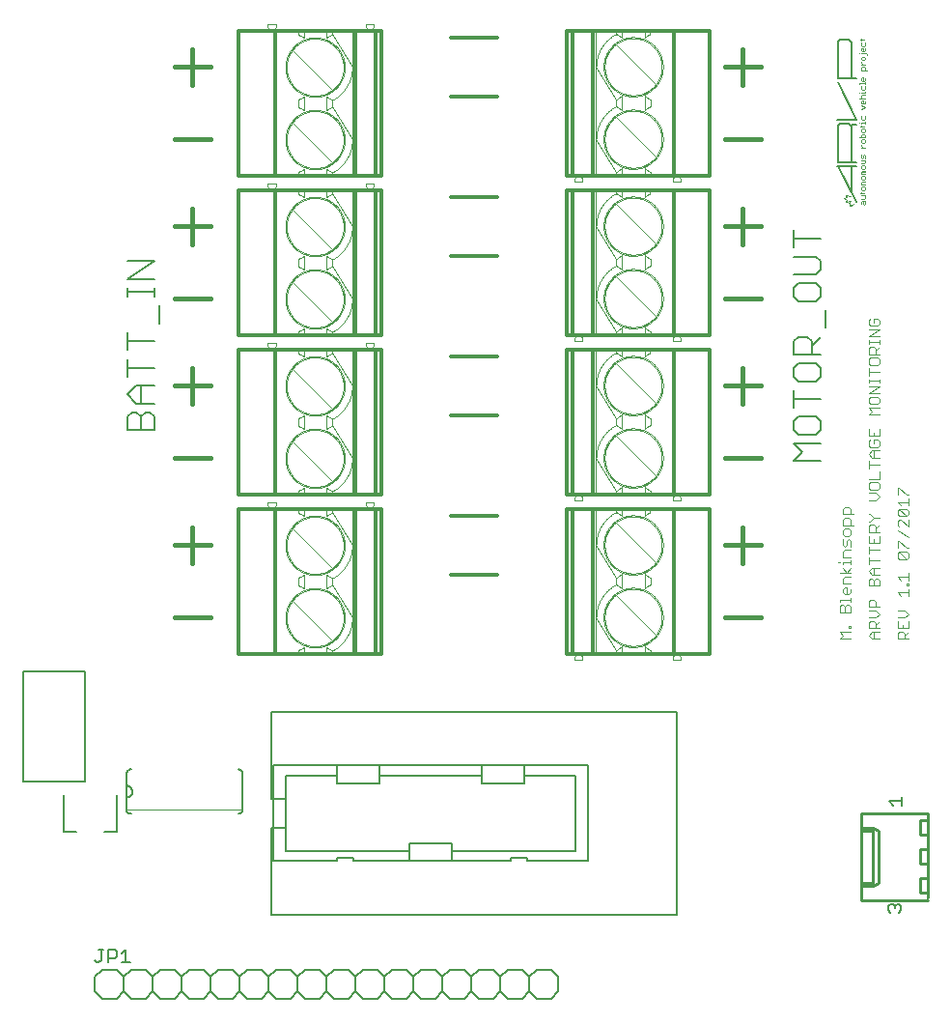
<source format=gto>
G75*
%MOIN*%
%OFA0B0*%
%FSLAX25Y25*%
%IPPOS*%
%LPD*%
%AMOC8*
5,1,8,0,0,1.08239X$1,22.5*
%
%ADD10C,0.00300*%
%ADD11C,0.01600*%
%ADD12C,0.00800*%
%ADD13C,0.00600*%
%ADD14C,0.00200*%
%ADD15C,0.01194*%
%ADD16C,0.00500*%
%ADD17C,0.01000*%
%ADD18C,0.00700*%
%ADD19C,0.00400*%
D10*
X0292947Y0136950D02*
X0294181Y0138184D01*
X0292947Y0139419D01*
X0296650Y0139419D01*
X0296650Y0140633D02*
X0296650Y0141250D01*
X0296033Y0141250D01*
X0296033Y0140633D01*
X0296650Y0140633D01*
X0296650Y0136950D02*
X0292947Y0136950D01*
X0292947Y0146158D02*
X0292947Y0148009D01*
X0293564Y0148627D01*
X0294181Y0148627D01*
X0294798Y0148009D01*
X0294798Y0146158D01*
X0292947Y0146158D02*
X0296650Y0146158D01*
X0296650Y0148009D01*
X0296033Y0148627D01*
X0295416Y0148627D01*
X0294798Y0148009D01*
X0292947Y0149841D02*
X0292947Y0150458D01*
X0296650Y0150458D01*
X0296650Y0149841D02*
X0296650Y0151075D01*
X0296033Y0152296D02*
X0294798Y0152296D01*
X0294181Y0152914D01*
X0294181Y0154148D01*
X0294798Y0154765D01*
X0295416Y0154765D01*
X0295416Y0152296D01*
X0296033Y0152296D02*
X0296650Y0152914D01*
X0296650Y0154148D01*
X0296650Y0155980D02*
X0294181Y0155980D01*
X0294181Y0157831D01*
X0294798Y0158448D01*
X0296650Y0158448D01*
X0296650Y0159663D02*
X0292947Y0159663D01*
X0294181Y0161514D02*
X0295416Y0159663D01*
X0296650Y0161514D01*
X0296650Y0162732D02*
X0296650Y0163966D01*
X0296650Y0163349D02*
X0294181Y0163349D01*
X0294181Y0162732D01*
X0292947Y0163349D02*
X0292330Y0163349D01*
X0294181Y0165187D02*
X0294181Y0167039D01*
X0294798Y0167656D01*
X0296650Y0167656D01*
X0296650Y0168871D02*
X0296650Y0170722D01*
X0296033Y0171339D01*
X0295416Y0170722D01*
X0295416Y0169488D01*
X0294798Y0168871D01*
X0294181Y0169488D01*
X0294181Y0171339D01*
X0294798Y0172554D02*
X0296033Y0172554D01*
X0296650Y0173171D01*
X0296650Y0174405D01*
X0296033Y0175022D01*
X0294798Y0175022D01*
X0294181Y0174405D01*
X0294181Y0173171D01*
X0294798Y0172554D01*
X0294181Y0176237D02*
X0294181Y0178088D01*
X0294798Y0178706D01*
X0296033Y0178706D01*
X0296650Y0178088D01*
X0296650Y0176237D01*
X0297884Y0176237D02*
X0294181Y0176237D01*
X0294181Y0179920D02*
X0294181Y0181772D01*
X0294798Y0182389D01*
X0296033Y0182389D01*
X0296650Y0181772D01*
X0296650Y0179920D01*
X0297884Y0179920D02*
X0294181Y0179920D01*
X0302947Y0179933D02*
X0303564Y0179933D01*
X0304798Y0178699D01*
X0306650Y0178699D01*
X0304798Y0178699D02*
X0303564Y0177465D01*
X0302947Y0177465D01*
X0303564Y0176250D02*
X0304798Y0176250D01*
X0305416Y0175633D01*
X0305416Y0173781D01*
X0306650Y0173781D02*
X0302947Y0173781D01*
X0302947Y0175633D01*
X0303564Y0176250D01*
X0305416Y0175016D02*
X0306650Y0176250D01*
X0306650Y0172567D02*
X0306650Y0170098D01*
X0302947Y0170098D01*
X0302947Y0172567D01*
X0304798Y0171333D02*
X0304798Y0170098D01*
X0302947Y0168884D02*
X0302947Y0166415D01*
X0302947Y0165201D02*
X0302947Y0162732D01*
X0302947Y0163966D02*
X0306650Y0163966D01*
X0306650Y0161518D02*
X0304181Y0161518D01*
X0302947Y0160283D01*
X0304181Y0159049D01*
X0306650Y0159049D01*
X0306033Y0157834D02*
X0306650Y0157217D01*
X0306650Y0155366D01*
X0302947Y0155366D01*
X0302947Y0157217D01*
X0303564Y0157834D01*
X0304181Y0157834D01*
X0304798Y0157217D01*
X0304798Y0155366D01*
X0304798Y0157217D02*
X0305416Y0157834D01*
X0306033Y0157834D01*
X0304798Y0159049D02*
X0304798Y0161518D01*
X0306650Y0167650D02*
X0302947Y0167650D01*
X0296650Y0165187D02*
X0294181Y0165187D01*
X0303564Y0150468D02*
X0304798Y0150468D01*
X0305416Y0149851D01*
X0305416Y0147999D01*
X0305416Y0146785D02*
X0302947Y0146785D01*
X0302947Y0147999D02*
X0302947Y0149851D01*
X0303564Y0150468D01*
X0302947Y0147999D02*
X0306650Y0147999D01*
X0305416Y0146785D02*
X0306650Y0145551D01*
X0305416Y0144316D01*
X0302947Y0144316D01*
X0303564Y0143102D02*
X0304798Y0143102D01*
X0305416Y0142485D01*
X0305416Y0140633D01*
X0306650Y0140633D02*
X0302947Y0140633D01*
X0302947Y0142485D01*
X0303564Y0143102D01*
X0305416Y0141868D02*
X0306650Y0143102D01*
X0306650Y0139419D02*
X0304181Y0139419D01*
X0302947Y0138184D01*
X0304181Y0136950D01*
X0306650Y0136950D01*
X0304798Y0136950D02*
X0304798Y0139419D01*
X0312947Y0138802D02*
X0313564Y0139419D01*
X0314798Y0139419D01*
X0315416Y0138802D01*
X0315416Y0136950D01*
X0316650Y0136950D02*
X0312947Y0136950D01*
X0312947Y0138802D01*
X0312947Y0140633D02*
X0316650Y0140633D01*
X0316650Y0143102D01*
X0315416Y0144316D02*
X0312947Y0144316D01*
X0312947Y0143102D02*
X0312947Y0140633D01*
X0314798Y0140633D02*
X0314798Y0141868D01*
X0315416Y0144316D02*
X0316650Y0145551D01*
X0315416Y0146785D01*
X0312947Y0146785D01*
X0314181Y0151683D02*
X0312947Y0152917D01*
X0316650Y0152917D01*
X0316650Y0151683D02*
X0316650Y0154151D01*
X0316650Y0155366D02*
X0316650Y0155983D01*
X0316033Y0155983D01*
X0316033Y0155366D01*
X0316650Y0155366D01*
X0316650Y0157207D02*
X0316650Y0159676D01*
X0316650Y0158442D02*
X0312947Y0158442D01*
X0314181Y0157207D01*
X0313564Y0164574D02*
X0312947Y0165191D01*
X0312947Y0166425D01*
X0313564Y0167042D01*
X0316033Y0164574D01*
X0316650Y0165191D01*
X0316650Y0166425D01*
X0316033Y0167042D01*
X0313564Y0167042D01*
X0312947Y0168257D02*
X0312947Y0170726D01*
X0313564Y0170726D01*
X0316033Y0168257D01*
X0316650Y0168257D01*
X0316650Y0171940D02*
X0312947Y0174409D01*
X0313564Y0175623D02*
X0312947Y0176240D01*
X0312947Y0177475D01*
X0313564Y0178092D01*
X0314181Y0178092D01*
X0316650Y0175623D01*
X0316650Y0178092D01*
X0316033Y0179306D02*
X0313564Y0181775D01*
X0316033Y0181775D01*
X0316650Y0181158D01*
X0316650Y0179923D01*
X0316033Y0179306D01*
X0313564Y0179306D01*
X0312947Y0179923D01*
X0312947Y0181158D01*
X0313564Y0181775D01*
X0314181Y0182989D02*
X0312947Y0184224D01*
X0316650Y0184224D01*
X0316650Y0185458D02*
X0316650Y0182989D01*
X0316650Y0186672D02*
X0316033Y0186672D01*
X0313564Y0189141D01*
X0312947Y0189141D01*
X0312947Y0186672D01*
X0306650Y0186065D02*
X0305416Y0187300D01*
X0302947Y0187300D01*
X0303564Y0188514D02*
X0306033Y0188514D01*
X0306650Y0189131D01*
X0306650Y0190366D01*
X0306033Y0190983D01*
X0303564Y0190983D01*
X0302947Y0190366D01*
X0302947Y0189131D01*
X0303564Y0188514D01*
X0302947Y0184831D02*
X0305416Y0184831D01*
X0306650Y0186065D01*
X0306650Y0192197D02*
X0302947Y0192197D01*
X0302947Y0195880D02*
X0302947Y0198349D01*
X0302947Y0197115D02*
X0306650Y0197115D01*
X0306650Y0199563D02*
X0304181Y0199563D01*
X0302947Y0200798D01*
X0304181Y0202032D01*
X0306650Y0202032D01*
X0306033Y0203247D02*
X0306650Y0203864D01*
X0306650Y0205098D01*
X0306033Y0205715D01*
X0304798Y0205715D01*
X0304798Y0204481D01*
X0303564Y0205715D02*
X0302947Y0205098D01*
X0302947Y0203864D01*
X0303564Y0203247D01*
X0306033Y0203247D01*
X0304798Y0202032D02*
X0304798Y0199563D01*
X0306650Y0194666D02*
X0306650Y0192197D01*
X0306650Y0206930D02*
X0302947Y0206930D01*
X0302947Y0209399D01*
X0304798Y0208164D02*
X0304798Y0206930D01*
X0306650Y0206930D02*
X0306650Y0209399D01*
X0306650Y0214296D02*
X0302947Y0214296D01*
X0304181Y0215530D01*
X0302947Y0216765D01*
X0306650Y0216765D01*
X0306033Y0217979D02*
X0306650Y0218596D01*
X0306650Y0219831D01*
X0306033Y0220448D01*
X0303564Y0220448D01*
X0302947Y0219831D01*
X0302947Y0218596D01*
X0303564Y0217979D01*
X0306033Y0217979D01*
X0306650Y0221662D02*
X0302947Y0221662D01*
X0306650Y0224131D01*
X0302947Y0224131D01*
X0302947Y0225345D02*
X0302947Y0226580D01*
X0302947Y0225963D02*
X0306650Y0225963D01*
X0306650Y0226580D02*
X0306650Y0225345D01*
X0306650Y0229035D02*
X0302947Y0229035D01*
X0302947Y0227801D02*
X0302947Y0230270D01*
X0303564Y0231484D02*
X0306033Y0231484D01*
X0306650Y0232101D01*
X0306650Y0233336D01*
X0306033Y0233953D01*
X0303564Y0233953D01*
X0302947Y0233336D01*
X0302947Y0232101D01*
X0303564Y0231484D01*
X0302947Y0235167D02*
X0302947Y0237019D01*
X0303564Y0237636D01*
X0304798Y0237636D01*
X0305416Y0237019D01*
X0305416Y0235167D01*
X0306650Y0235167D02*
X0302947Y0235167D01*
X0305416Y0236402D02*
X0306650Y0237636D01*
X0306650Y0238850D02*
X0306650Y0240085D01*
X0306650Y0239468D02*
X0302947Y0239468D01*
X0302947Y0240085D02*
X0302947Y0238850D01*
X0302947Y0241306D02*
X0306650Y0243775D01*
X0302947Y0243775D01*
X0303564Y0244989D02*
X0306033Y0244989D01*
X0306650Y0245606D01*
X0306650Y0246840D01*
X0306033Y0247458D01*
X0304798Y0247458D01*
X0304798Y0246223D01*
X0303564Y0244989D02*
X0302947Y0245606D01*
X0302947Y0246840D01*
X0303564Y0247458D01*
X0302947Y0241306D02*
X0306650Y0241306D01*
X0313564Y0164574D02*
X0316033Y0164574D01*
X0316650Y0139419D02*
X0315416Y0138184D01*
D11*
X0265669Y0144308D02*
X0253392Y0144308D01*
X0259531Y0163169D02*
X0259531Y0175446D01*
X0265669Y0169308D02*
X0253392Y0169308D01*
X0253392Y0199308D02*
X0265669Y0199308D01*
X0259531Y0218169D02*
X0259531Y0230446D01*
X0265669Y0224308D02*
X0253392Y0224308D01*
X0253392Y0254308D02*
X0265669Y0254308D01*
X0259531Y0273169D02*
X0259531Y0285446D01*
X0265669Y0279308D02*
X0253392Y0279308D01*
X0253392Y0309308D02*
X0265669Y0309308D01*
X0259531Y0328169D02*
X0259531Y0340446D01*
X0265669Y0334308D02*
X0253392Y0334308D01*
X0075669Y0334308D02*
X0063392Y0334308D01*
X0069531Y0340446D02*
X0069531Y0328169D01*
X0063392Y0309308D02*
X0075669Y0309308D01*
X0069531Y0285446D02*
X0069531Y0273169D01*
X0063392Y0279308D02*
X0075669Y0279308D01*
X0075669Y0254308D02*
X0063392Y0254308D01*
X0069531Y0230446D02*
X0069531Y0218169D01*
X0063392Y0224308D02*
X0075669Y0224308D01*
X0075669Y0199308D02*
X0063392Y0199308D01*
X0069531Y0175446D02*
X0069531Y0163169D01*
X0063392Y0169308D02*
X0075669Y0169308D01*
X0075669Y0144308D02*
X0063392Y0144308D01*
D12*
X0096800Y0111800D02*
X0236800Y0111800D01*
X0236800Y0041800D01*
X0096800Y0041800D01*
X0096800Y0071800D01*
X0101800Y0071800D01*
X0101800Y0081800D01*
X0096800Y0081800D01*
X0096800Y0111800D01*
X0097430Y0093335D02*
X0097430Y0060265D01*
X0119355Y0060265D01*
X0119355Y0061446D01*
X0125178Y0061446D01*
X0125178Y0060265D01*
X0144387Y0060265D01*
X0159213Y0060265D01*
X0159213Y0066367D01*
X0144387Y0066367D01*
X0144387Y0060265D01*
X0144387Y0063906D02*
X0101859Y0063906D01*
X0101859Y0089694D01*
X0119359Y0089694D01*
X0119387Y0087233D02*
X0134213Y0087233D01*
X0134213Y0093335D01*
X0169387Y0093335D01*
X0169387Y0087233D01*
X0184213Y0087233D01*
X0184213Y0093335D01*
X0206170Y0093335D01*
X0206170Y0060265D01*
X0185178Y0060265D01*
X0185178Y0061446D01*
X0179355Y0061446D01*
X0179355Y0060265D01*
X0159213Y0060265D01*
X0159213Y0063906D02*
X0201741Y0063906D01*
X0201741Y0089694D01*
X0184241Y0089694D01*
X0184213Y0093335D02*
X0169387Y0093335D01*
X0169379Y0089694D02*
X0134221Y0089694D01*
X0134213Y0093335D02*
X0119387Y0093335D01*
X0119387Y0087233D01*
X0119387Y0093335D02*
X0097430Y0093335D01*
X0043355Y0083198D02*
X0043355Y0070304D01*
X0039024Y0070304D01*
X0029576Y0070304D02*
X0025245Y0070304D01*
X0025245Y0083198D01*
X0047192Y0209007D02*
X0047192Y0213611D01*
X0048727Y0215146D01*
X0050261Y0215146D01*
X0051796Y0213611D01*
X0051796Y0209007D01*
X0056400Y0209007D02*
X0047192Y0209007D01*
X0051796Y0213611D02*
X0053331Y0215146D01*
X0054865Y0215146D01*
X0056400Y0213611D01*
X0056400Y0209007D01*
X0056400Y0218215D02*
X0050261Y0218215D01*
X0047192Y0221284D01*
X0050261Y0224354D01*
X0056400Y0224354D01*
X0051796Y0224354D02*
X0051796Y0218215D01*
X0047192Y0227423D02*
X0047192Y0233561D01*
X0047192Y0230492D02*
X0056400Y0230492D01*
X0056400Y0239700D02*
X0047192Y0239700D01*
X0047192Y0236631D02*
X0047192Y0242769D01*
X0057935Y0245839D02*
X0057935Y0251977D01*
X0056400Y0255046D02*
X0056400Y0258116D01*
X0056400Y0256581D02*
X0047192Y0256581D01*
X0047192Y0255046D02*
X0047192Y0258116D01*
X0047192Y0261185D02*
X0056400Y0267324D01*
X0047192Y0267324D01*
X0047192Y0261185D02*
X0056400Y0261185D01*
X0277192Y0262720D02*
X0284865Y0262720D01*
X0286400Y0264254D01*
X0286400Y0267324D01*
X0284865Y0268858D01*
X0277192Y0268858D01*
X0277192Y0271927D02*
X0277192Y0278066D01*
X0277192Y0274997D02*
X0286400Y0274997D01*
X0284865Y0259650D02*
X0278727Y0259650D01*
X0277192Y0258116D01*
X0277192Y0255046D01*
X0278727Y0253512D01*
X0284865Y0253512D01*
X0286400Y0255046D01*
X0286400Y0258116D01*
X0284865Y0259650D01*
X0287935Y0250442D02*
X0287935Y0244304D01*
X0286400Y0241235D02*
X0283331Y0238165D01*
X0283331Y0239700D02*
X0283331Y0235096D01*
X0286400Y0235096D02*
X0277192Y0235096D01*
X0277192Y0239700D01*
X0278727Y0241235D01*
X0281796Y0241235D01*
X0283331Y0239700D01*
X0284865Y0232027D02*
X0278727Y0232027D01*
X0277192Y0230492D01*
X0277192Y0227423D01*
X0278727Y0225888D01*
X0284865Y0225888D01*
X0286400Y0227423D01*
X0286400Y0230492D01*
X0284865Y0232027D01*
X0277192Y0222819D02*
X0277192Y0216680D01*
X0277192Y0219750D02*
X0286400Y0219750D01*
X0284865Y0213611D02*
X0278727Y0213611D01*
X0277192Y0212076D01*
X0277192Y0209007D01*
X0278727Y0207472D01*
X0284865Y0207472D01*
X0286400Y0209007D01*
X0286400Y0212076D01*
X0284865Y0213611D01*
X0286400Y0204403D02*
X0277192Y0204403D01*
X0280261Y0201334D01*
X0277192Y0198265D01*
X0286400Y0198265D01*
D13*
X0038300Y0012800D02*
X0035800Y0015300D01*
X0035800Y0020300D01*
X0038300Y0022800D01*
X0043300Y0022800D01*
X0045800Y0020300D01*
X0048300Y0022800D01*
X0053300Y0022800D01*
X0055800Y0020300D01*
X0055800Y0015300D01*
X0053300Y0012800D01*
X0048300Y0012800D01*
X0045800Y0015300D01*
X0043300Y0012800D01*
X0038300Y0012800D01*
X0045800Y0015300D02*
X0045800Y0020300D01*
X0055800Y0020300D02*
X0058300Y0022800D01*
X0063300Y0022800D01*
X0065800Y0020300D01*
X0068300Y0022800D01*
X0073300Y0022800D01*
X0075800Y0020300D01*
X0078300Y0022800D01*
X0083300Y0022800D01*
X0085800Y0020300D01*
X0085800Y0015300D01*
X0083300Y0012800D01*
X0078300Y0012800D01*
X0075800Y0015300D01*
X0073300Y0012800D01*
X0068300Y0012800D01*
X0065800Y0015300D01*
X0063300Y0012800D01*
X0058300Y0012800D01*
X0055800Y0015300D01*
X0065800Y0015300D02*
X0065800Y0020300D01*
X0075800Y0020300D02*
X0075800Y0015300D01*
X0085800Y0015300D02*
X0088300Y0012800D01*
X0093300Y0012800D01*
X0095800Y0015300D01*
X0098300Y0012800D01*
X0103300Y0012800D01*
X0105800Y0015300D01*
X0108300Y0012800D01*
X0113300Y0012800D01*
X0115800Y0015300D01*
X0115800Y0020300D01*
X0113300Y0022800D01*
X0108300Y0022800D01*
X0105800Y0020300D01*
X0105800Y0015300D01*
X0105800Y0020300D02*
X0103300Y0022800D01*
X0098300Y0022800D01*
X0095800Y0020300D01*
X0095800Y0015300D01*
X0095800Y0020300D02*
X0093300Y0022800D01*
X0088300Y0022800D01*
X0085800Y0020300D01*
X0115800Y0020300D02*
X0118300Y0022800D01*
X0123300Y0022800D01*
X0125800Y0020300D01*
X0128300Y0022800D01*
X0133300Y0022800D01*
X0135800Y0020300D01*
X0138300Y0022800D01*
X0143300Y0022800D01*
X0145800Y0020300D01*
X0145800Y0015300D01*
X0143300Y0012800D01*
X0138300Y0012800D01*
X0135800Y0015300D01*
X0133300Y0012800D01*
X0128300Y0012800D01*
X0125800Y0015300D01*
X0123300Y0012800D01*
X0118300Y0012800D01*
X0115800Y0015300D01*
X0125800Y0015300D02*
X0125800Y0020300D01*
X0135800Y0020300D02*
X0135800Y0015300D01*
X0145800Y0015300D02*
X0148300Y0012800D01*
X0153300Y0012800D01*
X0155800Y0015300D01*
X0158300Y0012800D01*
X0163300Y0012800D01*
X0165800Y0015300D01*
X0168300Y0012800D01*
X0173300Y0012800D01*
X0175800Y0015300D01*
X0175800Y0020300D01*
X0173300Y0022800D01*
X0168300Y0022800D01*
X0165800Y0020300D01*
X0165800Y0015300D01*
X0165800Y0020300D02*
X0163300Y0022800D01*
X0158300Y0022800D01*
X0155800Y0020300D01*
X0155800Y0015300D01*
X0155800Y0020300D02*
X0153300Y0022800D01*
X0148300Y0022800D01*
X0145800Y0020300D01*
X0175800Y0020300D02*
X0178300Y0022800D01*
X0183300Y0022800D01*
X0185800Y0020300D01*
X0188300Y0022800D01*
X0193300Y0022800D01*
X0195800Y0020300D01*
X0195800Y0015300D01*
X0193300Y0012800D01*
X0188300Y0012800D01*
X0185800Y0015300D01*
X0183300Y0012800D01*
X0178300Y0012800D01*
X0175800Y0015300D01*
X0185800Y0015300D02*
X0185800Y0020300D01*
X0086800Y0078100D02*
X0086800Y0090500D01*
X0086798Y0090576D01*
X0086792Y0090652D01*
X0086783Y0090727D01*
X0086769Y0090802D01*
X0086752Y0090876D01*
X0086731Y0090949D01*
X0086707Y0091021D01*
X0086678Y0091092D01*
X0086647Y0091161D01*
X0086612Y0091228D01*
X0086573Y0091293D01*
X0086531Y0091357D01*
X0086486Y0091418D01*
X0086438Y0091477D01*
X0086387Y0091533D01*
X0086333Y0091587D01*
X0086277Y0091638D01*
X0086218Y0091686D01*
X0086157Y0091731D01*
X0086093Y0091773D01*
X0086028Y0091812D01*
X0085961Y0091847D01*
X0085892Y0091878D01*
X0085821Y0091907D01*
X0085749Y0091931D01*
X0085676Y0091952D01*
X0085602Y0091969D01*
X0085527Y0091983D01*
X0085452Y0091992D01*
X0085376Y0091998D01*
X0085300Y0092000D01*
X0086800Y0078100D02*
X0086798Y0078024D01*
X0086792Y0077948D01*
X0086783Y0077873D01*
X0086769Y0077798D01*
X0086752Y0077724D01*
X0086731Y0077651D01*
X0086707Y0077579D01*
X0086678Y0077508D01*
X0086647Y0077439D01*
X0086612Y0077372D01*
X0086573Y0077307D01*
X0086531Y0077243D01*
X0086486Y0077182D01*
X0086438Y0077123D01*
X0086387Y0077067D01*
X0086333Y0077013D01*
X0086277Y0076962D01*
X0086218Y0076914D01*
X0086157Y0076869D01*
X0086093Y0076827D01*
X0086028Y0076788D01*
X0085961Y0076753D01*
X0085892Y0076722D01*
X0085821Y0076693D01*
X0085749Y0076669D01*
X0085676Y0076648D01*
X0085602Y0076631D01*
X0085527Y0076617D01*
X0085452Y0076608D01*
X0085376Y0076602D01*
X0085300Y0076600D01*
X0048300Y0076600D02*
X0048224Y0076602D01*
X0048148Y0076608D01*
X0048073Y0076617D01*
X0047998Y0076631D01*
X0047924Y0076648D01*
X0047851Y0076669D01*
X0047779Y0076693D01*
X0047708Y0076722D01*
X0047639Y0076753D01*
X0047572Y0076788D01*
X0047507Y0076827D01*
X0047443Y0076869D01*
X0047382Y0076914D01*
X0047323Y0076962D01*
X0047267Y0077013D01*
X0047213Y0077067D01*
X0047162Y0077123D01*
X0047114Y0077182D01*
X0047069Y0077243D01*
X0047027Y0077307D01*
X0046988Y0077372D01*
X0046953Y0077439D01*
X0046922Y0077508D01*
X0046893Y0077579D01*
X0046869Y0077651D01*
X0046848Y0077724D01*
X0046831Y0077798D01*
X0046817Y0077873D01*
X0046808Y0077948D01*
X0046802Y0078024D01*
X0046800Y0078100D01*
X0046800Y0082300D01*
X0046800Y0086300D01*
X0046800Y0090500D01*
X0046802Y0090576D01*
X0046808Y0090652D01*
X0046817Y0090727D01*
X0046831Y0090802D01*
X0046848Y0090876D01*
X0046869Y0090949D01*
X0046893Y0091021D01*
X0046922Y0091092D01*
X0046953Y0091161D01*
X0046988Y0091228D01*
X0047027Y0091293D01*
X0047069Y0091357D01*
X0047114Y0091418D01*
X0047162Y0091477D01*
X0047213Y0091533D01*
X0047267Y0091587D01*
X0047323Y0091638D01*
X0047382Y0091686D01*
X0047443Y0091731D01*
X0047507Y0091773D01*
X0047572Y0091812D01*
X0047639Y0091847D01*
X0047708Y0091878D01*
X0047779Y0091907D01*
X0047851Y0091931D01*
X0047924Y0091952D01*
X0047998Y0091969D01*
X0048073Y0091983D01*
X0048148Y0091992D01*
X0048224Y0091998D01*
X0048300Y0092000D01*
X0046800Y0086300D02*
X0046888Y0086298D01*
X0046977Y0086292D01*
X0047065Y0086282D01*
X0047152Y0086269D01*
X0047239Y0086251D01*
X0047325Y0086230D01*
X0047410Y0086205D01*
X0047493Y0086176D01*
X0047576Y0086143D01*
X0047656Y0086107D01*
X0047735Y0086068D01*
X0047813Y0086025D01*
X0047888Y0085978D01*
X0047961Y0085928D01*
X0048032Y0085875D01*
X0048101Y0085819D01*
X0048167Y0085760D01*
X0048230Y0085698D01*
X0048290Y0085634D01*
X0048348Y0085567D01*
X0048402Y0085497D01*
X0048454Y0085425D01*
X0048502Y0085351D01*
X0048547Y0085274D01*
X0048588Y0085196D01*
X0048626Y0085116D01*
X0048660Y0085035D01*
X0048691Y0084952D01*
X0048718Y0084867D01*
X0048741Y0084782D01*
X0048760Y0084696D01*
X0048776Y0084608D01*
X0048788Y0084521D01*
X0048796Y0084433D01*
X0048800Y0084344D01*
X0048800Y0084256D01*
X0048796Y0084167D01*
X0048788Y0084079D01*
X0048776Y0083992D01*
X0048760Y0083904D01*
X0048741Y0083818D01*
X0048718Y0083733D01*
X0048691Y0083648D01*
X0048660Y0083565D01*
X0048626Y0083484D01*
X0048588Y0083404D01*
X0048547Y0083326D01*
X0048502Y0083249D01*
X0048454Y0083175D01*
X0048402Y0083103D01*
X0048348Y0083033D01*
X0048290Y0082966D01*
X0048230Y0082902D01*
X0048167Y0082840D01*
X0048101Y0082781D01*
X0048032Y0082725D01*
X0047961Y0082672D01*
X0047888Y0082622D01*
X0047813Y0082575D01*
X0047735Y0082532D01*
X0047656Y0082493D01*
X0047576Y0082457D01*
X0047493Y0082424D01*
X0047410Y0082395D01*
X0047325Y0082370D01*
X0047239Y0082349D01*
X0047152Y0082331D01*
X0047065Y0082318D01*
X0046977Y0082308D01*
X0046888Y0082302D01*
X0046800Y0082300D01*
D14*
X0046800Y0078000D02*
X0086800Y0078000D01*
X0296300Y0286500D02*
X0296500Y0287300D01*
X0296000Y0287400D01*
X0296700Y0288200D01*
X0295100Y0287800D01*
X0295400Y0288500D01*
X0294300Y0289000D01*
X0295400Y0289500D01*
X0295100Y0290100D01*
X0296700Y0289700D01*
X0298100Y0287500D02*
X0297200Y0286300D01*
X0297000Y0286800D01*
X0296300Y0286500D01*
X0300499Y0287200D02*
X0300499Y0287801D01*
X0300799Y0288101D01*
X0301700Y0288101D01*
X0301700Y0287200D01*
X0301400Y0286900D01*
X0301099Y0287200D01*
X0301099Y0288101D01*
X0301400Y0288742D02*
X0301700Y0289042D01*
X0301700Y0289943D01*
X0300499Y0289943D01*
X0300499Y0290583D02*
X0300499Y0291184D01*
X0300199Y0290883D02*
X0301400Y0290883D01*
X0301700Y0291184D01*
X0301400Y0291811D02*
X0301700Y0292111D01*
X0301700Y0292712D01*
X0301400Y0293012D01*
X0300799Y0293012D01*
X0300499Y0292712D01*
X0300499Y0292111D01*
X0300799Y0291811D01*
X0301400Y0291811D01*
X0301700Y0293652D02*
X0300499Y0293652D01*
X0300499Y0294553D01*
X0300799Y0294853D01*
X0301700Y0294853D01*
X0301400Y0295494D02*
X0301700Y0295794D01*
X0301700Y0296395D01*
X0301400Y0296695D01*
X0300799Y0296695D01*
X0300499Y0296395D01*
X0300499Y0295794D01*
X0300799Y0295494D01*
X0301400Y0295494D01*
X0301700Y0297336D02*
X0300499Y0297336D01*
X0300499Y0297636D01*
X0300799Y0297936D01*
X0300499Y0298236D01*
X0300799Y0298537D01*
X0301700Y0298537D01*
X0301700Y0297936D02*
X0300799Y0297936D01*
X0300799Y0299177D02*
X0301400Y0299177D01*
X0301700Y0299477D01*
X0301700Y0300078D01*
X0301400Y0300378D01*
X0300799Y0300378D01*
X0300499Y0300078D01*
X0300499Y0299477D01*
X0300799Y0299177D01*
X0300499Y0301019D02*
X0301400Y0301019D01*
X0301700Y0301319D01*
X0301700Y0302220D01*
X0300499Y0302220D01*
X0300799Y0302860D02*
X0300499Y0303161D01*
X0300499Y0304061D01*
X0301099Y0303761D02*
X0301099Y0303161D01*
X0300799Y0302860D01*
X0301700Y0302860D02*
X0301700Y0303761D01*
X0301400Y0304061D01*
X0301099Y0303761D01*
X0301099Y0306543D02*
X0300499Y0307144D01*
X0300499Y0307444D01*
X0300799Y0308078D02*
X0301400Y0308078D01*
X0301700Y0308378D01*
X0301700Y0308979D01*
X0301400Y0309279D01*
X0300799Y0309279D01*
X0300499Y0308979D01*
X0300499Y0308378D01*
X0300799Y0308078D01*
X0300499Y0306543D02*
X0301700Y0306543D01*
X0301700Y0309920D02*
X0299898Y0309920D01*
X0300499Y0309920D02*
X0300499Y0310820D01*
X0300799Y0311121D01*
X0301400Y0311121D01*
X0301700Y0310820D01*
X0301700Y0309920D01*
X0301400Y0311761D02*
X0301700Y0312061D01*
X0301700Y0312662D01*
X0301400Y0312962D01*
X0300799Y0312962D01*
X0300499Y0312662D01*
X0300499Y0312061D01*
X0300799Y0311761D01*
X0301400Y0311761D01*
X0300499Y0313603D02*
X0300499Y0314203D01*
X0300199Y0313903D02*
X0301400Y0313903D01*
X0301700Y0314203D01*
X0301700Y0314830D02*
X0301700Y0315431D01*
X0301700Y0315131D02*
X0300499Y0315131D01*
X0300499Y0314830D01*
X0299898Y0315131D02*
X0299598Y0315131D01*
X0300799Y0316058D02*
X0301400Y0316058D01*
X0301700Y0316358D01*
X0301700Y0317259D01*
X0300499Y0317259D02*
X0300499Y0316358D01*
X0300799Y0316058D01*
X0300499Y0319741D02*
X0301700Y0320342D01*
X0300499Y0320942D01*
X0300799Y0321583D02*
X0300499Y0321883D01*
X0300499Y0322484D01*
X0300799Y0322784D01*
X0301099Y0322784D01*
X0301099Y0321583D01*
X0300799Y0321583D02*
X0301400Y0321583D01*
X0301700Y0321883D01*
X0301700Y0322484D01*
X0301700Y0323424D02*
X0299898Y0323424D01*
X0300499Y0323725D02*
X0300499Y0324325D01*
X0300799Y0324626D01*
X0301700Y0324626D01*
X0301700Y0325266D02*
X0301700Y0325867D01*
X0301700Y0325566D02*
X0300499Y0325566D01*
X0300499Y0325266D01*
X0299898Y0325566D02*
X0299598Y0325566D01*
X0300799Y0326494D02*
X0301400Y0326494D01*
X0301700Y0326794D01*
X0301700Y0327695D01*
X0301700Y0328335D02*
X0301700Y0328936D01*
X0301700Y0328636D02*
X0299898Y0328636D01*
X0299898Y0328335D01*
X0300499Y0327695D02*
X0300499Y0326794D01*
X0300799Y0326494D01*
X0300499Y0323725D02*
X0300799Y0323424D01*
X0300799Y0329563D02*
X0300499Y0329863D01*
X0300499Y0330464D01*
X0300799Y0330764D01*
X0301099Y0330764D01*
X0301099Y0329563D01*
X0300799Y0329563D02*
X0301400Y0329563D01*
X0301700Y0329863D01*
X0301700Y0330464D01*
X0301700Y0333246D02*
X0301700Y0334147D01*
X0301400Y0334447D01*
X0300799Y0334447D01*
X0300499Y0334147D01*
X0300499Y0333246D01*
X0302301Y0333246D01*
X0301700Y0335088D02*
X0300499Y0335088D01*
X0300499Y0335688D02*
X0300499Y0335989D01*
X0300499Y0335688D02*
X0301099Y0335088D01*
X0300799Y0336622D02*
X0301400Y0336622D01*
X0301700Y0336923D01*
X0301700Y0337523D01*
X0301400Y0337823D01*
X0300799Y0337823D01*
X0300499Y0337523D01*
X0300499Y0336923D01*
X0300799Y0336622D01*
X0302301Y0338464D02*
X0302301Y0338764D01*
X0302000Y0339064D01*
X0300499Y0339064D01*
X0299898Y0339064D02*
X0299598Y0339064D01*
X0300499Y0339992D02*
X0300499Y0340592D01*
X0300799Y0340893D01*
X0301099Y0340893D01*
X0301099Y0339692D01*
X0300799Y0339692D02*
X0300499Y0339992D01*
X0300799Y0339692D02*
X0301400Y0339692D01*
X0301700Y0339992D01*
X0301700Y0340592D01*
X0301400Y0341533D02*
X0301700Y0341833D01*
X0301700Y0342734D01*
X0301400Y0343675D02*
X0301700Y0343975D01*
X0301400Y0343675D02*
X0300199Y0343675D01*
X0300499Y0343375D02*
X0300499Y0343975D01*
X0300499Y0342734D02*
X0300499Y0341833D01*
X0300799Y0341533D01*
X0301400Y0341533D01*
X0301400Y0288742D02*
X0300499Y0288742D01*
D15*
X0248099Y0291800D02*
X0248099Y0241867D01*
X0237497Y0241867D01*
X0235867Y0241867D01*
X0235614Y0241800D02*
X0227627Y0241800D01*
X0225658Y0241800D01*
X0217784Y0241800D01*
X0215816Y0241800D01*
X0208926Y0241800D01*
X0207729Y0241800D01*
X0203639Y0241800D01*
X0202009Y0241800D01*
X0200855Y0241800D01*
X0198887Y0241800D01*
X0198887Y0291800D01*
X0200855Y0291800D01*
X0207729Y0291800D01*
X0208926Y0291800D01*
X0235614Y0291800D01*
X0248099Y0291800D01*
X0248099Y0296867D02*
X0248099Y0346800D01*
X0235614Y0346800D01*
X0208926Y0346800D01*
X0207729Y0346800D01*
X0200855Y0346800D01*
X0198887Y0346800D01*
X0198887Y0296800D01*
X0200855Y0296800D01*
X0202009Y0296800D01*
X0203639Y0296800D01*
X0207729Y0296800D01*
X0208926Y0296800D01*
X0215816Y0296800D01*
X0217784Y0296800D01*
X0225658Y0296800D01*
X0227627Y0296800D01*
X0235614Y0296800D01*
X0235614Y0346800D01*
X0207729Y0346800D02*
X0207729Y0296800D01*
X0207729Y0291800D02*
X0207729Y0241800D01*
X0207729Y0236800D02*
X0200855Y0236800D01*
X0198887Y0236800D01*
X0198887Y0186800D01*
X0200855Y0186800D01*
X0202009Y0186800D01*
X0203639Y0186800D01*
X0207729Y0186800D01*
X0208926Y0186800D01*
X0215816Y0186800D01*
X0217784Y0186800D01*
X0225658Y0186800D01*
X0227627Y0186800D01*
X0235614Y0186800D01*
X0235614Y0236800D01*
X0248099Y0236800D01*
X0248099Y0186867D01*
X0237497Y0186867D01*
X0235867Y0186867D01*
X0235614Y0181800D02*
X0248099Y0181800D01*
X0248099Y0131867D01*
X0237497Y0131867D01*
X0235867Y0131867D01*
X0235614Y0131800D02*
X0227627Y0131800D01*
X0225658Y0131800D01*
X0217784Y0131800D01*
X0215816Y0131800D01*
X0208926Y0131800D01*
X0207729Y0131800D01*
X0203639Y0131800D01*
X0202009Y0131800D01*
X0200855Y0131800D01*
X0198887Y0131800D01*
X0198887Y0181800D01*
X0200855Y0181800D01*
X0207729Y0181800D01*
X0208926Y0181800D01*
X0235614Y0181800D01*
X0235614Y0131800D01*
X0207729Y0131800D02*
X0207729Y0181800D01*
X0207729Y0186800D02*
X0207729Y0236800D01*
X0208926Y0236800D01*
X0235614Y0236800D01*
X0235614Y0241800D02*
X0235614Y0291800D01*
X0235867Y0296867D02*
X0237497Y0296867D01*
X0248099Y0296867D01*
X0200855Y0296800D02*
X0200855Y0346800D01*
X0174674Y0344536D02*
X0158926Y0344536D01*
X0158926Y0324064D02*
X0174674Y0324064D01*
X0200855Y0291800D02*
X0200855Y0241800D01*
X0200855Y0236800D02*
X0200855Y0186800D01*
X0200855Y0181800D02*
X0200855Y0131800D01*
X0174674Y0159064D02*
X0158926Y0159064D01*
X0158926Y0179536D02*
X0174674Y0179536D01*
X0174674Y0214064D02*
X0158926Y0214064D01*
X0158926Y0234536D02*
X0174674Y0234536D01*
X0174674Y0269064D02*
X0158926Y0269064D01*
X0158926Y0289536D02*
X0174674Y0289536D01*
X0134713Y0291800D02*
X0134713Y0241800D01*
X0132745Y0241800D01*
X0125871Y0241800D01*
X0124674Y0241800D01*
X0097986Y0241800D01*
X0085501Y0241800D01*
X0085501Y0291733D01*
X0096103Y0291733D01*
X0097733Y0291733D01*
X0097986Y0291800D02*
X0105973Y0291800D01*
X0107942Y0291800D01*
X0115816Y0291800D01*
X0117784Y0291800D01*
X0124674Y0291800D01*
X0125871Y0291800D01*
X0129961Y0291800D01*
X0131591Y0291800D01*
X0132745Y0291800D01*
X0134713Y0291800D01*
X0132745Y0291800D02*
X0132745Y0241800D01*
X0132745Y0236800D02*
X0131591Y0236800D01*
X0129961Y0236800D01*
X0125871Y0236800D01*
X0124674Y0236800D01*
X0117784Y0236800D01*
X0115816Y0236800D01*
X0107942Y0236800D01*
X0105973Y0236800D01*
X0097986Y0236800D01*
X0097986Y0186800D01*
X0085501Y0186800D01*
X0085501Y0236733D01*
X0096103Y0236733D01*
X0097733Y0236733D01*
X0097986Y0241800D02*
X0097986Y0291800D01*
X0097986Y0296800D02*
X0085501Y0296800D01*
X0085501Y0346733D01*
X0096103Y0346733D01*
X0097733Y0346733D01*
X0097986Y0346800D02*
X0105973Y0346800D01*
X0107942Y0346800D01*
X0115816Y0346800D01*
X0117784Y0346800D01*
X0124674Y0346800D01*
X0125871Y0346800D01*
X0129961Y0346800D01*
X0131591Y0346800D01*
X0132745Y0346800D01*
X0134713Y0346800D01*
X0134713Y0296800D01*
X0132745Y0296800D01*
X0125871Y0296800D01*
X0124674Y0296800D01*
X0097986Y0296800D01*
X0097986Y0346800D01*
X0125871Y0346800D02*
X0125871Y0296800D01*
X0125871Y0291800D02*
X0125871Y0241800D01*
X0125871Y0236800D02*
X0125871Y0186800D01*
X0132745Y0186800D01*
X0134713Y0186800D01*
X0134713Y0236800D01*
X0132745Y0236800D01*
X0132745Y0186800D01*
X0132745Y0181800D02*
X0131591Y0181800D01*
X0129961Y0181800D01*
X0125871Y0181800D01*
X0124674Y0181800D01*
X0117784Y0181800D01*
X0115816Y0181800D01*
X0107942Y0181800D01*
X0105973Y0181800D01*
X0097986Y0181800D01*
X0097986Y0131800D01*
X0085501Y0131800D01*
X0085501Y0181733D01*
X0096103Y0181733D01*
X0097733Y0181733D01*
X0097986Y0186800D02*
X0124674Y0186800D01*
X0125871Y0186800D01*
X0125871Y0181800D02*
X0125871Y0131800D01*
X0132745Y0131800D01*
X0134713Y0131800D01*
X0134713Y0181800D01*
X0132745Y0181800D01*
X0132745Y0131800D01*
X0125871Y0131800D02*
X0124674Y0131800D01*
X0097986Y0131800D01*
X0132745Y0296800D02*
X0132745Y0346800D01*
D16*
X0292300Y0342900D02*
X0292300Y0330500D01*
X0297000Y0330500D01*
X0297000Y0342900D01*
X0297000Y0343000D02*
X0296991Y0343050D01*
X0296979Y0343099D01*
X0296963Y0343147D01*
X0296944Y0343193D01*
X0296922Y0343238D01*
X0296896Y0343282D01*
X0296867Y0343323D01*
X0296835Y0343362D01*
X0296801Y0343399D01*
X0296764Y0343433D01*
X0296725Y0343465D01*
X0296683Y0343493D01*
X0296639Y0343518D01*
X0296594Y0343540D01*
X0296547Y0343559D01*
X0296499Y0343574D01*
X0296450Y0343586D01*
X0296401Y0343594D01*
X0296351Y0343599D01*
X0296300Y0343600D01*
X0296400Y0343600D01*
X0296300Y0343600D02*
X0292900Y0343600D01*
X0292850Y0343591D01*
X0292801Y0343579D01*
X0292753Y0343563D01*
X0292707Y0343544D01*
X0292662Y0343522D01*
X0292618Y0343496D01*
X0292577Y0343467D01*
X0292538Y0343435D01*
X0292501Y0343401D01*
X0292467Y0343364D01*
X0292435Y0343325D01*
X0292407Y0343283D01*
X0292382Y0343239D01*
X0292360Y0343194D01*
X0292341Y0343147D01*
X0292326Y0343099D01*
X0292314Y0343050D01*
X0292306Y0343001D01*
X0292301Y0342951D01*
X0292300Y0342900D01*
X0297000Y0330500D02*
X0298900Y0330500D01*
X0292300Y0329000D02*
X0298700Y0316200D01*
X0292200Y0316200D01*
X0292900Y0314600D02*
X0296300Y0314600D01*
X0296400Y0314600D01*
X0296300Y0314600D02*
X0296351Y0314599D01*
X0296401Y0314594D01*
X0296450Y0314586D01*
X0296499Y0314574D01*
X0296547Y0314559D01*
X0296594Y0314540D01*
X0296639Y0314518D01*
X0296683Y0314493D01*
X0296725Y0314465D01*
X0296764Y0314433D01*
X0296801Y0314399D01*
X0296835Y0314362D01*
X0296867Y0314323D01*
X0296896Y0314282D01*
X0296922Y0314238D01*
X0296944Y0314193D01*
X0296963Y0314147D01*
X0296979Y0314099D01*
X0296991Y0314050D01*
X0297000Y0314000D01*
X0297000Y0313900D02*
X0297000Y0313800D01*
X0297000Y0301500D01*
X0298900Y0301500D01*
X0298900Y0300200D02*
X0292200Y0300200D01*
X0292300Y0300000D02*
X0298900Y0287700D01*
X0297000Y0291300D02*
X0297000Y0300000D01*
X0297000Y0301500D02*
X0292300Y0301500D01*
X0292300Y0313900D01*
X0292301Y0313951D01*
X0292306Y0314001D01*
X0292314Y0314050D01*
X0292326Y0314099D01*
X0292341Y0314147D01*
X0292360Y0314194D01*
X0292382Y0314239D01*
X0292407Y0314283D01*
X0292435Y0314325D01*
X0292467Y0314364D01*
X0292501Y0314401D01*
X0292538Y0314435D01*
X0292577Y0314467D01*
X0292618Y0314496D01*
X0292662Y0314522D01*
X0292707Y0314544D01*
X0292753Y0314563D01*
X0292801Y0314579D01*
X0292850Y0314591D01*
X0292900Y0314600D01*
X0297500Y0314500D02*
X0298900Y0314500D01*
X0297600Y0314500D02*
X0297550Y0314491D01*
X0297501Y0314479D01*
X0297454Y0314463D01*
X0297407Y0314444D01*
X0297362Y0314422D01*
X0297318Y0314396D01*
X0297277Y0314367D01*
X0297238Y0314336D01*
X0297201Y0314301D01*
X0297167Y0314264D01*
X0297135Y0314225D01*
X0297107Y0314183D01*
X0297082Y0314139D01*
X0297060Y0314094D01*
X0297041Y0314047D01*
X0297025Y0313999D01*
X0297014Y0313950D01*
X0297006Y0313900D01*
X0297001Y0313850D01*
X0297000Y0313800D01*
X0323300Y0059300D02*
X0323300Y0056800D01*
X0323300Y0046800D01*
X0301800Y0051800D02*
X0300300Y0051800D01*
X0300300Y0052800D01*
X0047960Y0025250D02*
X0044958Y0025250D01*
X0046459Y0025250D02*
X0046459Y0029754D01*
X0044958Y0028253D01*
X0043356Y0029003D02*
X0043356Y0027502D01*
X0042606Y0026751D01*
X0040354Y0026751D01*
X0040354Y0025250D02*
X0040354Y0029754D01*
X0042606Y0029754D01*
X0043356Y0029003D01*
X0038753Y0029754D02*
X0037251Y0029754D01*
X0038002Y0029754D02*
X0038002Y0026001D01*
X0037251Y0025250D01*
X0036501Y0025250D01*
X0035750Y0026001D01*
X0032430Y0087902D02*
X0011170Y0087902D01*
X0011170Y0125698D01*
X0032430Y0125698D01*
X0032430Y0087902D01*
D17*
X0300300Y0076800D02*
X0300300Y0056800D01*
X0300300Y0051800D01*
X0304300Y0051800D01*
X0306300Y0052800D01*
X0306300Y0070800D01*
X0304300Y0071800D01*
X0300300Y0071800D01*
X0300300Y0070800D02*
X0304300Y0070800D01*
X0304300Y0071800D01*
X0304300Y0070800D02*
X0304300Y0052800D01*
X0300300Y0052800D01*
X0300300Y0051800D02*
X0300300Y0046800D01*
X0311800Y0046800D01*
X0323300Y0046800D01*
X0323300Y0047800D02*
X0323300Y0049300D01*
X0323300Y0054300D01*
X0323300Y0059300D01*
X0320800Y0059300D01*
X0320800Y0064300D01*
X0323300Y0064300D01*
X0323300Y0069300D01*
X0320800Y0069300D01*
X0320800Y0074300D01*
X0323300Y0074300D01*
X0323300Y0076800D01*
X0311800Y0076800D01*
X0300300Y0076800D01*
X0323300Y0074300D02*
X0323300Y0069300D01*
X0323300Y0064300D02*
X0323300Y0059300D01*
X0323300Y0054300D02*
X0320800Y0054300D01*
X0320800Y0049300D01*
X0323300Y0049300D01*
X0304300Y0051800D02*
X0304300Y0052800D01*
D18*
X0310570Y0045413D02*
X0309852Y0044696D01*
X0309852Y0043261D01*
X0310570Y0042544D01*
X0312004Y0043979D02*
X0312004Y0044696D01*
X0312721Y0045413D01*
X0313439Y0045413D01*
X0314156Y0044696D01*
X0314156Y0043261D01*
X0313439Y0042544D01*
X0312004Y0044696D02*
X0311287Y0045413D01*
X0310570Y0045413D01*
X0311487Y0079544D02*
X0310052Y0080979D01*
X0314356Y0080979D01*
X0314356Y0082413D02*
X0314356Y0079544D01*
D19*
X0227400Y0155579D02*
X0226985Y0155321D01*
X0226571Y0155058D01*
X0226166Y0154794D01*
X0225658Y0154453D02*
X0225658Y0159281D01*
X0226166Y0158940D02*
X0226570Y0158677D01*
X0226985Y0158413D01*
X0227400Y0158154D02*
X0227478Y0158107D01*
X0227557Y0158059D01*
X0227627Y0158016D02*
X0227627Y0155718D01*
X0227557Y0155675D02*
X0227478Y0155627D01*
X0227400Y0155580D01*
X0229587Y0163450D02*
X0215805Y0177232D01*
X0215804Y0177233D01*
X0217784Y0179367D02*
X0217784Y0181781D01*
X0216873Y0180057D02*
X0216458Y0180321D01*
X0216043Y0180580D02*
X0215965Y0180627D01*
X0215886Y0180675D01*
X0215816Y0180516D02*
X0215816Y0181867D01*
X0216873Y0180057D02*
X0217276Y0179794D01*
X0217784Y0186800D02*
X0217784Y0189281D01*
X0217276Y0188940D02*
X0216873Y0188677D01*
X0216458Y0188413D01*
X0216043Y0188154D02*
X0215964Y0188107D01*
X0215886Y0188059D01*
X0215816Y0188016D02*
X0208926Y0199300D01*
X0208926Y0224300D01*
X0215816Y0213016D01*
X0215816Y0210718D01*
X0215886Y0210675D02*
X0215964Y0210628D01*
X0216043Y0210580D01*
X0216458Y0210321D02*
X0216872Y0210058D01*
X0217276Y0209794D01*
X0217784Y0209453D02*
X0217784Y0214281D01*
X0217276Y0213940D02*
X0216873Y0213677D01*
X0216458Y0213413D01*
X0216043Y0213154D02*
X0215964Y0213107D01*
X0215886Y0213059D01*
X0215804Y0207233D02*
X0229587Y0193450D01*
X0227638Y0191502D02*
X0227638Y0191502D01*
X0226166Y0188940D02*
X0226571Y0188676D01*
X0226985Y0188413D01*
X0227400Y0188154D02*
X0227478Y0188107D01*
X0227557Y0188059D01*
X0227627Y0188016D02*
X0227627Y0186800D01*
X0225658Y0186800D02*
X0225658Y0189281D01*
X0225658Y0181781D02*
X0225658Y0179367D01*
X0226166Y0179794D02*
X0226570Y0180057D01*
X0226985Y0180321D01*
X0227400Y0180516D02*
X0227400Y0181867D01*
X0227557Y0180675D02*
X0227478Y0180628D01*
X0227400Y0180580D01*
X0235276Y0184623D02*
X0238087Y0184623D01*
X0238087Y0185658D01*
X0237497Y0186360D01*
X0237497Y0186867D01*
X0235867Y0186867D02*
X0235867Y0186360D01*
X0235276Y0185658D01*
X0235276Y0184623D01*
X0235614Y0186800D02*
X0235867Y0186867D01*
X0225658Y0159281D02*
X0226166Y0158940D01*
X0217784Y0159281D02*
X0217784Y0154453D01*
X0217276Y0154794D02*
X0216872Y0155058D01*
X0216458Y0155321D01*
X0216043Y0155580D02*
X0215964Y0155628D01*
X0215886Y0155675D01*
X0215816Y0155718D02*
X0215816Y0158016D01*
X0208926Y0169300D01*
X0208926Y0181800D01*
X0204229Y0184623D02*
X0204229Y0185658D01*
X0203639Y0186360D01*
X0203639Y0186800D01*
X0202009Y0186800D02*
X0202009Y0186360D01*
X0201418Y0185658D01*
X0201418Y0184623D01*
X0204229Y0184623D01*
X0208926Y0186800D02*
X0208926Y0199300D01*
X0215816Y0188016D02*
X0215816Y0186800D01*
X0208926Y0199300D02*
X0208929Y0199612D01*
X0208940Y0199923D01*
X0208958Y0200234D01*
X0208983Y0200545D01*
X0209016Y0200854D01*
X0209057Y0201163D01*
X0209105Y0201471D01*
X0209161Y0201778D01*
X0209223Y0202083D01*
X0209294Y0202386D01*
X0209371Y0202688D01*
X0209456Y0202988D01*
X0209549Y0203285D01*
X0209648Y0203581D01*
X0209755Y0203874D01*
X0209868Y0204164D01*
X0209989Y0204451D01*
X0210116Y0204735D01*
X0210251Y0205016D01*
X0210392Y0205294D01*
X0210540Y0205568D01*
X0210694Y0205839D01*
X0210855Y0206106D01*
X0211022Y0206368D01*
X0211196Y0206627D01*
X0211376Y0206882D01*
X0211562Y0207131D01*
X0211754Y0207377D01*
X0211952Y0207617D01*
X0212156Y0207853D01*
X0212365Y0208084D01*
X0212580Y0208309D01*
X0212800Y0208530D01*
X0213026Y0208745D01*
X0213257Y0208954D01*
X0213493Y0209158D01*
X0213733Y0209356D01*
X0213978Y0209548D01*
X0214228Y0209734D01*
X0214483Y0209914D01*
X0214741Y0210087D01*
X0215004Y0210255D01*
X0215271Y0210416D01*
X0215542Y0210570D01*
X0215816Y0210718D01*
X0225658Y0209453D02*
X0225658Y0214281D01*
X0226166Y0213940D02*
X0226570Y0213677D01*
X0226985Y0213413D01*
X0227400Y0213154D02*
X0227478Y0213107D01*
X0227557Y0213059D01*
X0227627Y0213016D02*
X0227627Y0210718D01*
X0227557Y0210675D02*
X0227478Y0210627D01*
X0227400Y0210580D01*
X0226985Y0210321D02*
X0226571Y0210058D01*
X0226166Y0209794D01*
X0229587Y0218450D02*
X0215805Y0232232D01*
X0215804Y0232233D01*
X0217784Y0234367D02*
X0217784Y0236781D01*
X0216873Y0235057D02*
X0216458Y0235321D01*
X0216043Y0235580D02*
X0215965Y0235627D01*
X0215886Y0235675D01*
X0215816Y0235516D02*
X0215816Y0236867D01*
X0216873Y0235057D02*
X0217276Y0234794D01*
X0217784Y0241800D02*
X0217784Y0244281D01*
X0217276Y0243940D02*
X0216873Y0243677D01*
X0216458Y0243413D01*
X0216043Y0243154D02*
X0215964Y0243107D01*
X0215886Y0243059D01*
X0215816Y0243016D02*
X0208926Y0254300D01*
X0208926Y0279300D01*
X0215816Y0268016D01*
X0215816Y0265718D01*
X0215886Y0265675D02*
X0215964Y0265628D01*
X0216043Y0265580D01*
X0216458Y0265321D02*
X0216872Y0265058D01*
X0217276Y0264794D01*
X0217784Y0264453D02*
X0217784Y0269281D01*
X0217276Y0268940D02*
X0216873Y0268677D01*
X0216458Y0268413D01*
X0216043Y0268154D02*
X0215964Y0268107D01*
X0215886Y0268059D01*
X0215804Y0262233D02*
X0229587Y0248450D01*
X0227638Y0246502D02*
X0227638Y0246502D01*
X0226166Y0243940D02*
X0226571Y0243676D01*
X0226985Y0243413D01*
X0227400Y0243154D02*
X0227478Y0243107D01*
X0227557Y0243059D01*
X0227627Y0243016D02*
X0227627Y0241800D01*
X0225658Y0241800D02*
X0225658Y0244281D01*
X0225658Y0236781D02*
X0225658Y0234367D01*
X0226166Y0234794D02*
X0226570Y0235057D01*
X0226985Y0235321D01*
X0227400Y0235516D02*
X0227400Y0236867D01*
X0227557Y0235675D02*
X0227478Y0235628D01*
X0227400Y0235580D01*
X0235276Y0239623D02*
X0235276Y0240658D01*
X0235867Y0241360D01*
X0235867Y0241867D01*
X0235614Y0241800D01*
X0237497Y0241867D02*
X0237497Y0241360D01*
X0238087Y0240658D01*
X0238087Y0239623D01*
X0235276Y0239623D01*
X0225658Y0214281D02*
X0226166Y0213940D01*
X0227638Y0216502D02*
X0227820Y0216643D01*
X0227999Y0216788D01*
X0228175Y0216937D01*
X0228347Y0217090D01*
X0228516Y0217247D01*
X0228680Y0217408D01*
X0228841Y0217573D01*
X0228998Y0217741D01*
X0229151Y0217914D01*
X0229300Y0218089D01*
X0229445Y0218268D01*
X0229586Y0218451D01*
X0211485Y0224367D02*
X0211488Y0224618D01*
X0211497Y0224869D01*
X0211513Y0225120D01*
X0211534Y0225370D01*
X0211562Y0225620D01*
X0211596Y0225869D01*
X0211636Y0226117D01*
X0211682Y0226364D01*
X0211734Y0226610D01*
X0211792Y0226854D01*
X0211856Y0227097D01*
X0211926Y0227338D01*
X0212002Y0227578D01*
X0212083Y0227815D01*
X0212171Y0228051D01*
X0212264Y0228284D01*
X0212363Y0228515D01*
X0212468Y0228743D01*
X0212578Y0228969D01*
X0212694Y0229192D01*
X0212815Y0229412D01*
X0212941Y0229629D01*
X0213073Y0229843D01*
X0213210Y0230054D01*
X0213352Y0230261D01*
X0213499Y0230465D01*
X0213651Y0230665D01*
X0213808Y0230861D01*
X0213970Y0231053D01*
X0214137Y0231241D01*
X0214308Y0231425D01*
X0214483Y0231605D01*
X0214663Y0231780D01*
X0214847Y0231951D01*
X0215035Y0232118D01*
X0215227Y0232280D01*
X0215423Y0232437D01*
X0215623Y0232589D01*
X0215827Y0232736D01*
X0216034Y0232878D01*
X0216245Y0233015D01*
X0216459Y0233147D01*
X0216676Y0233273D01*
X0216896Y0233394D01*
X0217119Y0233510D01*
X0217345Y0233620D01*
X0217573Y0233725D01*
X0217804Y0233824D01*
X0218037Y0233917D01*
X0218273Y0234005D01*
X0218510Y0234086D01*
X0218750Y0234162D01*
X0218991Y0234232D01*
X0219234Y0234296D01*
X0219478Y0234354D01*
X0219724Y0234406D01*
X0219971Y0234452D01*
X0220219Y0234492D01*
X0220468Y0234526D01*
X0220718Y0234554D01*
X0220968Y0234575D01*
X0221219Y0234591D01*
X0221470Y0234600D01*
X0221721Y0234603D01*
X0221972Y0234600D01*
X0222223Y0234591D01*
X0222474Y0234575D01*
X0222724Y0234554D01*
X0222974Y0234526D01*
X0223223Y0234492D01*
X0223471Y0234452D01*
X0223718Y0234406D01*
X0223964Y0234354D01*
X0224208Y0234296D01*
X0224451Y0234232D01*
X0224692Y0234162D01*
X0224932Y0234086D01*
X0225169Y0234005D01*
X0225405Y0233917D01*
X0225638Y0233824D01*
X0225869Y0233725D01*
X0226097Y0233620D01*
X0226323Y0233510D01*
X0226546Y0233394D01*
X0226766Y0233273D01*
X0226983Y0233147D01*
X0227197Y0233015D01*
X0227408Y0232878D01*
X0227615Y0232736D01*
X0227819Y0232589D01*
X0228019Y0232437D01*
X0228215Y0232280D01*
X0228407Y0232118D01*
X0228595Y0231951D01*
X0228779Y0231780D01*
X0228959Y0231605D01*
X0229134Y0231425D01*
X0229305Y0231241D01*
X0229472Y0231053D01*
X0229634Y0230861D01*
X0229791Y0230665D01*
X0229943Y0230465D01*
X0230090Y0230261D01*
X0230232Y0230054D01*
X0230369Y0229843D01*
X0230501Y0229629D01*
X0230627Y0229412D01*
X0230748Y0229192D01*
X0230864Y0228969D01*
X0230974Y0228743D01*
X0231079Y0228515D01*
X0231178Y0228284D01*
X0231271Y0228051D01*
X0231359Y0227815D01*
X0231440Y0227578D01*
X0231516Y0227338D01*
X0231586Y0227097D01*
X0231650Y0226854D01*
X0231708Y0226610D01*
X0231760Y0226364D01*
X0231806Y0226117D01*
X0231846Y0225869D01*
X0231880Y0225620D01*
X0231908Y0225370D01*
X0231929Y0225120D01*
X0231945Y0224869D01*
X0231954Y0224618D01*
X0231957Y0224367D01*
X0231954Y0224116D01*
X0231945Y0223865D01*
X0231929Y0223614D01*
X0231908Y0223364D01*
X0231880Y0223114D01*
X0231846Y0222865D01*
X0231806Y0222617D01*
X0231760Y0222370D01*
X0231708Y0222124D01*
X0231650Y0221880D01*
X0231586Y0221637D01*
X0231516Y0221396D01*
X0231440Y0221156D01*
X0231359Y0220919D01*
X0231271Y0220683D01*
X0231178Y0220450D01*
X0231079Y0220219D01*
X0230974Y0219991D01*
X0230864Y0219765D01*
X0230748Y0219542D01*
X0230627Y0219322D01*
X0230501Y0219105D01*
X0230369Y0218891D01*
X0230232Y0218680D01*
X0230090Y0218473D01*
X0229943Y0218269D01*
X0229791Y0218069D01*
X0229634Y0217873D01*
X0229472Y0217681D01*
X0229305Y0217493D01*
X0229134Y0217309D01*
X0228959Y0217129D01*
X0228779Y0216954D01*
X0228595Y0216783D01*
X0228407Y0216616D01*
X0228215Y0216454D01*
X0228019Y0216297D01*
X0227819Y0216145D01*
X0227615Y0215998D01*
X0227408Y0215856D01*
X0227197Y0215719D01*
X0226983Y0215587D01*
X0226766Y0215461D01*
X0226546Y0215340D01*
X0226323Y0215224D01*
X0226097Y0215114D01*
X0225869Y0215009D01*
X0225638Y0214910D01*
X0225405Y0214817D01*
X0225169Y0214729D01*
X0224932Y0214648D01*
X0224692Y0214572D01*
X0224451Y0214502D01*
X0224208Y0214438D01*
X0223964Y0214380D01*
X0223718Y0214328D01*
X0223471Y0214282D01*
X0223223Y0214242D01*
X0222974Y0214208D01*
X0222724Y0214180D01*
X0222474Y0214159D01*
X0222223Y0214143D01*
X0221972Y0214134D01*
X0221721Y0214131D01*
X0221470Y0214134D01*
X0221219Y0214143D01*
X0220968Y0214159D01*
X0220718Y0214180D01*
X0220468Y0214208D01*
X0220219Y0214242D01*
X0219971Y0214282D01*
X0219724Y0214328D01*
X0219478Y0214380D01*
X0219234Y0214438D01*
X0218991Y0214502D01*
X0218750Y0214572D01*
X0218510Y0214648D01*
X0218273Y0214729D01*
X0218037Y0214817D01*
X0217804Y0214910D01*
X0217573Y0215009D01*
X0217345Y0215114D01*
X0217119Y0215224D01*
X0216896Y0215340D01*
X0216676Y0215461D01*
X0216459Y0215587D01*
X0216245Y0215719D01*
X0216034Y0215856D01*
X0215827Y0215998D01*
X0215623Y0216145D01*
X0215423Y0216297D01*
X0215227Y0216454D01*
X0215035Y0216616D01*
X0214847Y0216783D01*
X0214663Y0216954D01*
X0214483Y0217129D01*
X0214308Y0217309D01*
X0214137Y0217493D01*
X0213970Y0217681D01*
X0213808Y0217873D01*
X0213651Y0218069D01*
X0213499Y0218269D01*
X0213352Y0218473D01*
X0213210Y0218680D01*
X0213073Y0218891D01*
X0212941Y0219105D01*
X0212815Y0219322D01*
X0212694Y0219542D01*
X0212578Y0219765D01*
X0212468Y0219991D01*
X0212363Y0220219D01*
X0212264Y0220450D01*
X0212171Y0220683D01*
X0212083Y0220919D01*
X0212002Y0221156D01*
X0211926Y0221396D01*
X0211856Y0221637D01*
X0211792Y0221880D01*
X0211734Y0222124D01*
X0211682Y0222370D01*
X0211636Y0222617D01*
X0211596Y0222865D01*
X0211562Y0223114D01*
X0211534Y0223364D01*
X0211513Y0223614D01*
X0211497Y0223865D01*
X0211488Y0224116D01*
X0211485Y0224367D01*
X0208926Y0224300D02*
X0208926Y0236800D01*
X0208926Y0241800D02*
X0208926Y0254300D01*
X0215816Y0243016D02*
X0215816Y0241800D01*
X0204229Y0240658D02*
X0204229Y0239623D01*
X0201418Y0239623D01*
X0201418Y0240658D01*
X0202009Y0241360D01*
X0202009Y0241800D01*
X0203639Y0241800D02*
X0203639Y0241360D01*
X0204229Y0240658D01*
X0217784Y0214282D02*
X0217277Y0213940D01*
X0227638Y0216502D02*
X0227444Y0216360D01*
X0227247Y0216222D01*
X0227046Y0216090D01*
X0226842Y0215962D01*
X0226635Y0215839D01*
X0226425Y0215722D01*
X0226212Y0215609D01*
X0225997Y0215502D01*
X0225779Y0215400D01*
X0225558Y0215304D01*
X0225335Y0215213D01*
X0225111Y0215127D01*
X0224884Y0215047D01*
X0224655Y0214972D01*
X0224424Y0214904D01*
X0224192Y0214840D01*
X0223958Y0214783D01*
X0223723Y0214731D01*
X0223487Y0214685D01*
X0223250Y0214644D01*
X0223012Y0214610D01*
X0222773Y0214581D01*
X0222533Y0214559D01*
X0222293Y0214542D01*
X0222053Y0214531D01*
X0221812Y0214525D01*
X0221572Y0214526D01*
X0221331Y0214533D01*
X0221091Y0214545D01*
X0220851Y0214564D01*
X0220611Y0214588D01*
X0220373Y0214618D01*
X0220135Y0214654D01*
X0219898Y0214695D01*
X0219662Y0214743D01*
X0219427Y0214796D01*
X0219194Y0214855D01*
X0218962Y0214920D01*
X0218732Y0214990D01*
X0218503Y0215066D01*
X0218277Y0215147D01*
X0218053Y0215234D01*
X0217830Y0215327D01*
X0217611Y0215424D01*
X0217393Y0215528D01*
X0217178Y0215636D01*
X0216966Y0215750D01*
X0216757Y0215869D01*
X0216551Y0215992D01*
X0216347Y0216121D01*
X0216147Y0216255D01*
X0215951Y0216394D01*
X0215758Y0216537D01*
X0215568Y0216686D01*
X0215382Y0216838D01*
X0215200Y0216996D01*
X0215022Y0217157D01*
X0214847Y0217323D01*
X0214677Y0217493D01*
X0214511Y0217668D01*
X0214350Y0217846D01*
X0214192Y0218028D01*
X0214040Y0218214D01*
X0213891Y0218404D01*
X0213748Y0218597D01*
X0213609Y0218793D01*
X0213475Y0218993D01*
X0213346Y0219197D01*
X0213223Y0219403D01*
X0213104Y0219612D01*
X0212990Y0219824D01*
X0212882Y0220039D01*
X0212778Y0220257D01*
X0212681Y0220476D01*
X0212588Y0220699D01*
X0212501Y0220923D01*
X0212420Y0221149D01*
X0212344Y0221378D01*
X0212274Y0221608D01*
X0212209Y0221840D01*
X0212150Y0222073D01*
X0212097Y0222308D01*
X0212049Y0222544D01*
X0212008Y0222781D01*
X0211972Y0223019D01*
X0211942Y0223257D01*
X0211918Y0223497D01*
X0211899Y0223737D01*
X0211887Y0223977D01*
X0211880Y0224218D01*
X0211879Y0224458D01*
X0211885Y0224699D01*
X0211896Y0224939D01*
X0211913Y0225179D01*
X0211935Y0225419D01*
X0211964Y0225658D01*
X0211998Y0225896D01*
X0212039Y0226133D01*
X0212085Y0226369D01*
X0212137Y0226604D01*
X0212194Y0226838D01*
X0212258Y0227070D01*
X0212326Y0227301D01*
X0212401Y0227530D01*
X0212481Y0227757D01*
X0212567Y0227981D01*
X0212658Y0228204D01*
X0212754Y0228425D01*
X0212856Y0228643D01*
X0212963Y0228858D01*
X0213076Y0229071D01*
X0213193Y0229281D01*
X0213316Y0229488D01*
X0213444Y0229692D01*
X0213576Y0229893D01*
X0213714Y0230090D01*
X0213856Y0230284D01*
X0213856Y0230283D02*
X0213996Y0230466D01*
X0214141Y0230645D01*
X0214290Y0230821D01*
X0214444Y0230993D01*
X0214601Y0231162D01*
X0214762Y0231326D01*
X0214926Y0231487D01*
X0215095Y0231644D01*
X0215267Y0231798D01*
X0215443Y0231947D01*
X0215622Y0232092D01*
X0215805Y0232232D01*
X0215816Y0235718D02*
X0215543Y0235571D01*
X0215273Y0235418D01*
X0215007Y0235259D01*
X0214745Y0235093D01*
X0214487Y0234920D01*
X0214233Y0234742D01*
X0213984Y0234557D01*
X0213739Y0234367D01*
X0213499Y0234170D01*
X0213263Y0233968D01*
X0213033Y0233760D01*
X0212808Y0233547D01*
X0212588Y0233328D01*
X0212373Y0233104D01*
X0212164Y0232875D01*
X0211961Y0232641D01*
X0211763Y0232402D01*
X0211571Y0232158D01*
X0211385Y0231909D01*
X0211206Y0231657D01*
X0211032Y0231400D01*
X0210865Y0231138D01*
X0210704Y0230873D01*
X0210549Y0230604D01*
X0210401Y0230331D01*
X0210260Y0230055D01*
X0210125Y0229776D01*
X0209998Y0229493D01*
X0209877Y0229207D01*
X0209763Y0228919D01*
X0209656Y0228627D01*
X0209556Y0228334D01*
X0209464Y0228038D01*
X0209378Y0227739D01*
X0209300Y0227439D01*
X0209229Y0227137D01*
X0209166Y0226833D01*
X0209110Y0226528D01*
X0209061Y0226222D01*
X0209020Y0225914D01*
X0208986Y0225606D01*
X0208960Y0225297D01*
X0208941Y0224987D01*
X0208930Y0224677D01*
X0208926Y0224367D01*
X0215805Y0232232D02*
X0215999Y0232374D01*
X0216196Y0232512D01*
X0216397Y0232645D01*
X0216601Y0232772D01*
X0216808Y0232895D01*
X0217018Y0233013D01*
X0217231Y0233125D01*
X0217446Y0233232D01*
X0217664Y0233334D01*
X0217884Y0233430D01*
X0218107Y0233522D01*
X0218332Y0233607D01*
X0218559Y0233687D01*
X0218788Y0233762D01*
X0219018Y0233831D01*
X0219251Y0233894D01*
X0219484Y0233951D01*
X0219719Y0234003D01*
X0219955Y0234049D01*
X0220193Y0234090D01*
X0220431Y0234124D01*
X0220670Y0234153D01*
X0220909Y0234175D01*
X0221149Y0234192D01*
X0221390Y0234203D01*
X0221630Y0234209D01*
X0221871Y0234208D01*
X0222111Y0234201D01*
X0222352Y0234189D01*
X0222592Y0234170D01*
X0222831Y0234146D01*
X0223070Y0234116D01*
X0223308Y0234080D01*
X0223545Y0234039D01*
X0223781Y0233991D01*
X0224015Y0233938D01*
X0224249Y0233879D01*
X0224480Y0233814D01*
X0224710Y0233744D01*
X0224939Y0233668D01*
X0225165Y0233587D01*
X0225390Y0233500D01*
X0225612Y0233407D01*
X0225832Y0233309D01*
X0226049Y0233206D01*
X0226264Y0233098D01*
X0226476Y0232984D01*
X0226685Y0232865D01*
X0226891Y0232741D01*
X0227095Y0232613D01*
X0227295Y0232479D01*
X0227491Y0232340D01*
X0227684Y0232197D01*
X0227874Y0232048D01*
X0228060Y0231896D01*
X0228242Y0231738D01*
X0228420Y0231577D01*
X0228595Y0231411D01*
X0228765Y0231241D01*
X0228931Y0231066D01*
X0229092Y0230888D01*
X0229250Y0230706D01*
X0229402Y0230520D01*
X0229551Y0230330D01*
X0229694Y0230137D01*
X0229833Y0229941D01*
X0229967Y0229741D01*
X0230095Y0229537D01*
X0230219Y0229331D01*
X0230338Y0229122D01*
X0230452Y0228910D01*
X0230560Y0228695D01*
X0230663Y0228478D01*
X0230761Y0228258D01*
X0230854Y0228036D01*
X0230941Y0227811D01*
X0231022Y0227585D01*
X0231098Y0227356D01*
X0231168Y0227126D01*
X0231233Y0226895D01*
X0231292Y0226661D01*
X0231345Y0226427D01*
X0231393Y0226191D01*
X0231434Y0225954D01*
X0231470Y0225716D01*
X0231500Y0225477D01*
X0231524Y0225238D01*
X0231543Y0224998D01*
X0231555Y0224757D01*
X0231562Y0224517D01*
X0231563Y0224276D01*
X0231557Y0224036D01*
X0231546Y0223795D01*
X0231529Y0223555D01*
X0231507Y0223316D01*
X0231478Y0223077D01*
X0231444Y0222839D01*
X0231403Y0222601D01*
X0231357Y0222365D01*
X0231305Y0222130D01*
X0231248Y0221897D01*
X0231185Y0221664D01*
X0231116Y0221434D01*
X0231041Y0221205D01*
X0230961Y0220978D01*
X0230876Y0220753D01*
X0230784Y0220530D01*
X0230688Y0220310D01*
X0230586Y0220092D01*
X0230479Y0219877D01*
X0230367Y0219664D01*
X0230249Y0219454D01*
X0230126Y0219247D01*
X0229999Y0219043D01*
X0229866Y0218842D01*
X0229728Y0218645D01*
X0229586Y0218451D01*
X0215804Y0207233D02*
X0215622Y0207092D01*
X0215443Y0206947D01*
X0215267Y0206798D01*
X0215095Y0206645D01*
X0214926Y0206488D01*
X0214762Y0206327D01*
X0214601Y0206162D01*
X0214444Y0205994D01*
X0214291Y0205821D01*
X0214142Y0205646D01*
X0213997Y0205467D01*
X0213856Y0205284D01*
X0215804Y0207233D02*
X0215998Y0207375D01*
X0216196Y0207513D01*
X0216397Y0207646D01*
X0216601Y0207773D01*
X0216808Y0207896D01*
X0217018Y0208014D01*
X0217230Y0208126D01*
X0217446Y0208233D01*
X0217664Y0208335D01*
X0217884Y0208431D01*
X0218107Y0208523D01*
X0218332Y0208608D01*
X0218559Y0208688D01*
X0218788Y0208763D01*
X0219018Y0208832D01*
X0219250Y0208895D01*
X0219484Y0208952D01*
X0219719Y0209004D01*
X0219955Y0209050D01*
X0220193Y0209091D01*
X0220431Y0209125D01*
X0220670Y0209154D01*
X0220909Y0209176D01*
X0221149Y0209193D01*
X0221390Y0209204D01*
X0221630Y0209210D01*
X0221871Y0209209D01*
X0222112Y0209202D01*
X0222352Y0209190D01*
X0222592Y0209171D01*
X0222831Y0209147D01*
X0223070Y0209117D01*
X0223308Y0209081D01*
X0223545Y0209040D01*
X0223781Y0208992D01*
X0224016Y0208939D01*
X0224249Y0208880D01*
X0224481Y0208815D01*
X0224711Y0208745D01*
X0224939Y0208669D01*
X0225166Y0208588D01*
X0225390Y0208501D01*
X0225612Y0208408D01*
X0225832Y0208310D01*
X0226050Y0208207D01*
X0226264Y0208099D01*
X0226476Y0207985D01*
X0226686Y0207866D01*
X0226892Y0207742D01*
X0227095Y0207613D01*
X0227295Y0207479D01*
X0227492Y0207341D01*
X0227685Y0207197D01*
X0227875Y0207049D01*
X0228061Y0206896D01*
X0228243Y0206739D01*
X0228421Y0206578D01*
X0228595Y0206412D01*
X0228766Y0206241D01*
X0228932Y0206067D01*
X0229093Y0205889D01*
X0229250Y0205707D01*
X0229403Y0205521D01*
X0229551Y0205331D01*
X0229695Y0205138D01*
X0229833Y0204941D01*
X0229967Y0204741D01*
X0230096Y0204538D01*
X0230220Y0204332D01*
X0230339Y0204122D01*
X0230453Y0203910D01*
X0230561Y0203696D01*
X0230664Y0203478D01*
X0230762Y0203258D01*
X0230855Y0203036D01*
X0230942Y0202812D01*
X0231023Y0202585D01*
X0231099Y0202357D01*
X0231169Y0202127D01*
X0231234Y0201895D01*
X0231293Y0201662D01*
X0231346Y0201427D01*
X0231394Y0201191D01*
X0231435Y0200954D01*
X0231471Y0200716D01*
X0231501Y0200477D01*
X0231525Y0200238D01*
X0231544Y0199998D01*
X0231556Y0199758D01*
X0231563Y0199517D01*
X0231564Y0199276D01*
X0231558Y0199036D01*
X0231547Y0198795D01*
X0231530Y0198555D01*
X0231508Y0198316D01*
X0231479Y0198077D01*
X0231445Y0197839D01*
X0231404Y0197601D01*
X0231358Y0197365D01*
X0231306Y0197130D01*
X0231249Y0196896D01*
X0231186Y0196664D01*
X0231117Y0196434D01*
X0231042Y0196205D01*
X0230962Y0195978D01*
X0230877Y0195753D01*
X0230785Y0195530D01*
X0230689Y0195310D01*
X0230587Y0195092D01*
X0230480Y0194876D01*
X0230368Y0194664D01*
X0230250Y0194454D01*
X0230127Y0194247D01*
X0230000Y0194043D01*
X0229867Y0193842D01*
X0229729Y0193644D01*
X0229587Y0193450D01*
X0229587Y0193451D02*
X0229447Y0193268D01*
X0229302Y0193089D01*
X0229153Y0192913D01*
X0228999Y0192741D01*
X0228842Y0192572D01*
X0228681Y0192408D01*
X0228517Y0192247D01*
X0228348Y0192090D01*
X0228176Y0191936D01*
X0228000Y0191787D01*
X0227821Y0191642D01*
X0227638Y0191502D01*
X0211485Y0199367D02*
X0211488Y0199618D01*
X0211497Y0199869D01*
X0211513Y0200120D01*
X0211534Y0200370D01*
X0211562Y0200620D01*
X0211596Y0200869D01*
X0211636Y0201117D01*
X0211682Y0201364D01*
X0211734Y0201610D01*
X0211792Y0201854D01*
X0211856Y0202097D01*
X0211926Y0202338D01*
X0212002Y0202578D01*
X0212083Y0202815D01*
X0212171Y0203051D01*
X0212264Y0203284D01*
X0212363Y0203515D01*
X0212468Y0203743D01*
X0212578Y0203969D01*
X0212694Y0204192D01*
X0212815Y0204412D01*
X0212941Y0204629D01*
X0213073Y0204843D01*
X0213210Y0205054D01*
X0213352Y0205261D01*
X0213499Y0205465D01*
X0213651Y0205665D01*
X0213808Y0205861D01*
X0213970Y0206053D01*
X0214137Y0206241D01*
X0214308Y0206425D01*
X0214483Y0206605D01*
X0214663Y0206780D01*
X0214847Y0206951D01*
X0215035Y0207118D01*
X0215227Y0207280D01*
X0215423Y0207437D01*
X0215623Y0207589D01*
X0215827Y0207736D01*
X0216034Y0207878D01*
X0216245Y0208015D01*
X0216459Y0208147D01*
X0216676Y0208273D01*
X0216896Y0208394D01*
X0217119Y0208510D01*
X0217345Y0208620D01*
X0217573Y0208725D01*
X0217804Y0208824D01*
X0218037Y0208917D01*
X0218273Y0209005D01*
X0218510Y0209086D01*
X0218750Y0209162D01*
X0218991Y0209232D01*
X0219234Y0209296D01*
X0219478Y0209354D01*
X0219724Y0209406D01*
X0219971Y0209452D01*
X0220219Y0209492D01*
X0220468Y0209526D01*
X0220718Y0209554D01*
X0220968Y0209575D01*
X0221219Y0209591D01*
X0221470Y0209600D01*
X0221721Y0209603D01*
X0221972Y0209600D01*
X0222223Y0209591D01*
X0222474Y0209575D01*
X0222724Y0209554D01*
X0222974Y0209526D01*
X0223223Y0209492D01*
X0223471Y0209452D01*
X0223718Y0209406D01*
X0223964Y0209354D01*
X0224208Y0209296D01*
X0224451Y0209232D01*
X0224692Y0209162D01*
X0224932Y0209086D01*
X0225169Y0209005D01*
X0225405Y0208917D01*
X0225638Y0208824D01*
X0225869Y0208725D01*
X0226097Y0208620D01*
X0226323Y0208510D01*
X0226546Y0208394D01*
X0226766Y0208273D01*
X0226983Y0208147D01*
X0227197Y0208015D01*
X0227408Y0207878D01*
X0227615Y0207736D01*
X0227819Y0207589D01*
X0228019Y0207437D01*
X0228215Y0207280D01*
X0228407Y0207118D01*
X0228595Y0206951D01*
X0228779Y0206780D01*
X0228959Y0206605D01*
X0229134Y0206425D01*
X0229305Y0206241D01*
X0229472Y0206053D01*
X0229634Y0205861D01*
X0229791Y0205665D01*
X0229943Y0205465D01*
X0230090Y0205261D01*
X0230232Y0205054D01*
X0230369Y0204843D01*
X0230501Y0204629D01*
X0230627Y0204412D01*
X0230748Y0204192D01*
X0230864Y0203969D01*
X0230974Y0203743D01*
X0231079Y0203515D01*
X0231178Y0203284D01*
X0231271Y0203051D01*
X0231359Y0202815D01*
X0231440Y0202578D01*
X0231516Y0202338D01*
X0231586Y0202097D01*
X0231650Y0201854D01*
X0231708Y0201610D01*
X0231760Y0201364D01*
X0231806Y0201117D01*
X0231846Y0200869D01*
X0231880Y0200620D01*
X0231908Y0200370D01*
X0231929Y0200120D01*
X0231945Y0199869D01*
X0231954Y0199618D01*
X0231957Y0199367D01*
X0231954Y0199116D01*
X0231945Y0198865D01*
X0231929Y0198614D01*
X0231908Y0198364D01*
X0231880Y0198114D01*
X0231846Y0197865D01*
X0231806Y0197617D01*
X0231760Y0197370D01*
X0231708Y0197124D01*
X0231650Y0196880D01*
X0231586Y0196637D01*
X0231516Y0196396D01*
X0231440Y0196156D01*
X0231359Y0195919D01*
X0231271Y0195683D01*
X0231178Y0195450D01*
X0231079Y0195219D01*
X0230974Y0194991D01*
X0230864Y0194765D01*
X0230748Y0194542D01*
X0230627Y0194322D01*
X0230501Y0194105D01*
X0230369Y0193891D01*
X0230232Y0193680D01*
X0230090Y0193473D01*
X0229943Y0193269D01*
X0229791Y0193069D01*
X0229634Y0192873D01*
X0229472Y0192681D01*
X0229305Y0192493D01*
X0229134Y0192309D01*
X0228959Y0192129D01*
X0228779Y0191954D01*
X0228595Y0191783D01*
X0228407Y0191616D01*
X0228215Y0191454D01*
X0228019Y0191297D01*
X0227819Y0191145D01*
X0227615Y0190998D01*
X0227408Y0190856D01*
X0227197Y0190719D01*
X0226983Y0190587D01*
X0226766Y0190461D01*
X0226546Y0190340D01*
X0226323Y0190224D01*
X0226097Y0190114D01*
X0225869Y0190009D01*
X0225638Y0189910D01*
X0225405Y0189817D01*
X0225169Y0189729D01*
X0224932Y0189648D01*
X0224692Y0189572D01*
X0224451Y0189502D01*
X0224208Y0189438D01*
X0223964Y0189380D01*
X0223718Y0189328D01*
X0223471Y0189282D01*
X0223223Y0189242D01*
X0222974Y0189208D01*
X0222724Y0189180D01*
X0222474Y0189159D01*
X0222223Y0189143D01*
X0221972Y0189134D01*
X0221721Y0189131D01*
X0221470Y0189134D01*
X0221219Y0189143D01*
X0220968Y0189159D01*
X0220718Y0189180D01*
X0220468Y0189208D01*
X0220219Y0189242D01*
X0219971Y0189282D01*
X0219724Y0189328D01*
X0219478Y0189380D01*
X0219234Y0189438D01*
X0218991Y0189502D01*
X0218750Y0189572D01*
X0218510Y0189648D01*
X0218273Y0189729D01*
X0218037Y0189817D01*
X0217804Y0189910D01*
X0217573Y0190009D01*
X0217345Y0190114D01*
X0217119Y0190224D01*
X0216896Y0190340D01*
X0216676Y0190461D01*
X0216459Y0190587D01*
X0216245Y0190719D01*
X0216034Y0190856D01*
X0215827Y0190998D01*
X0215623Y0191145D01*
X0215423Y0191297D01*
X0215227Y0191454D01*
X0215035Y0191616D01*
X0214847Y0191783D01*
X0214663Y0191954D01*
X0214483Y0192129D01*
X0214308Y0192309D01*
X0214137Y0192493D01*
X0213970Y0192681D01*
X0213808Y0192873D01*
X0213651Y0193069D01*
X0213499Y0193269D01*
X0213352Y0193473D01*
X0213210Y0193680D01*
X0213073Y0193891D01*
X0212941Y0194105D01*
X0212815Y0194322D01*
X0212694Y0194542D01*
X0212578Y0194765D01*
X0212468Y0194991D01*
X0212363Y0195219D01*
X0212264Y0195450D01*
X0212171Y0195683D01*
X0212083Y0195919D01*
X0212002Y0196156D01*
X0211926Y0196396D01*
X0211856Y0196637D01*
X0211792Y0196880D01*
X0211734Y0197124D01*
X0211682Y0197370D01*
X0211636Y0197617D01*
X0211596Y0197865D01*
X0211562Y0198114D01*
X0211534Y0198364D01*
X0211513Y0198614D01*
X0211497Y0198865D01*
X0211488Y0199116D01*
X0211485Y0199367D01*
X0213856Y0205283D02*
X0213714Y0205089D01*
X0213576Y0204892D01*
X0213443Y0204691D01*
X0213316Y0204487D01*
X0213193Y0204280D01*
X0213075Y0204070D01*
X0212963Y0203857D01*
X0212856Y0203642D01*
X0212754Y0203424D01*
X0212658Y0203204D01*
X0212566Y0202981D01*
X0212481Y0202756D01*
X0212401Y0202529D01*
X0212326Y0202300D01*
X0212257Y0202070D01*
X0212194Y0201837D01*
X0212137Y0201604D01*
X0212085Y0201369D01*
X0212039Y0201133D01*
X0211998Y0200895D01*
X0211964Y0200657D01*
X0211935Y0200418D01*
X0211913Y0200179D01*
X0211896Y0199939D01*
X0211885Y0199698D01*
X0211879Y0199458D01*
X0211880Y0199217D01*
X0211887Y0198977D01*
X0211899Y0198736D01*
X0211918Y0198496D01*
X0211942Y0198257D01*
X0211972Y0198018D01*
X0212008Y0197780D01*
X0212049Y0197543D01*
X0212097Y0197307D01*
X0212150Y0197073D01*
X0212209Y0196839D01*
X0212274Y0196608D01*
X0212344Y0196378D01*
X0212420Y0196149D01*
X0212501Y0195923D01*
X0212588Y0195698D01*
X0212681Y0195476D01*
X0212779Y0195256D01*
X0212882Y0195039D01*
X0212990Y0194824D01*
X0213104Y0194612D01*
X0213223Y0194403D01*
X0213347Y0194197D01*
X0213475Y0193993D01*
X0213609Y0193793D01*
X0213748Y0193597D01*
X0213891Y0193404D01*
X0214040Y0193214D01*
X0214192Y0193028D01*
X0214350Y0192846D01*
X0214511Y0192668D01*
X0214677Y0192493D01*
X0214847Y0192323D01*
X0215022Y0192157D01*
X0215200Y0191996D01*
X0215382Y0191838D01*
X0215568Y0191686D01*
X0215758Y0191537D01*
X0215951Y0191394D01*
X0216147Y0191255D01*
X0216347Y0191121D01*
X0216551Y0190993D01*
X0216757Y0190869D01*
X0216966Y0190750D01*
X0217178Y0190636D01*
X0217393Y0190528D01*
X0217610Y0190425D01*
X0217830Y0190327D01*
X0218052Y0190234D01*
X0218277Y0190147D01*
X0218503Y0190066D01*
X0218732Y0189990D01*
X0218962Y0189920D01*
X0219193Y0189855D01*
X0219427Y0189796D01*
X0219661Y0189743D01*
X0219897Y0189695D01*
X0220134Y0189654D01*
X0220372Y0189618D01*
X0220611Y0189588D01*
X0220850Y0189564D01*
X0221090Y0189545D01*
X0221331Y0189533D01*
X0221571Y0189526D01*
X0221812Y0189525D01*
X0222052Y0189531D01*
X0222293Y0189542D01*
X0222533Y0189559D01*
X0222772Y0189581D01*
X0223011Y0189610D01*
X0223249Y0189644D01*
X0223487Y0189685D01*
X0223723Y0189731D01*
X0223958Y0189783D01*
X0224191Y0189840D01*
X0224424Y0189903D01*
X0224654Y0189972D01*
X0224883Y0190047D01*
X0225110Y0190127D01*
X0225335Y0190212D01*
X0225558Y0190304D01*
X0225778Y0190400D01*
X0225996Y0190502D01*
X0226211Y0190609D01*
X0226424Y0190721D01*
X0226634Y0190839D01*
X0226841Y0190962D01*
X0227045Y0191089D01*
X0227246Y0191222D01*
X0227443Y0191360D01*
X0227637Y0191502D01*
X0225658Y0234453D02*
X0226166Y0234793D01*
X0208926Y0254300D02*
X0208929Y0254612D01*
X0208940Y0254923D01*
X0208958Y0255234D01*
X0208983Y0255545D01*
X0209016Y0255854D01*
X0209057Y0256163D01*
X0209105Y0256471D01*
X0209161Y0256778D01*
X0209223Y0257083D01*
X0209294Y0257386D01*
X0209371Y0257688D01*
X0209456Y0257988D01*
X0209549Y0258285D01*
X0209648Y0258581D01*
X0209755Y0258874D01*
X0209868Y0259164D01*
X0209989Y0259451D01*
X0210116Y0259735D01*
X0210251Y0260016D01*
X0210392Y0260294D01*
X0210540Y0260568D01*
X0210694Y0260839D01*
X0210855Y0261106D01*
X0211022Y0261368D01*
X0211196Y0261627D01*
X0211376Y0261882D01*
X0211562Y0262131D01*
X0211754Y0262377D01*
X0211952Y0262617D01*
X0212156Y0262853D01*
X0212365Y0263084D01*
X0212580Y0263309D01*
X0212800Y0263530D01*
X0213026Y0263745D01*
X0213257Y0263954D01*
X0213493Y0264158D01*
X0213733Y0264356D01*
X0213978Y0264548D01*
X0214228Y0264734D01*
X0214483Y0264914D01*
X0214741Y0265087D01*
X0215004Y0265255D01*
X0215271Y0265416D01*
X0215542Y0265570D01*
X0215816Y0265718D01*
X0225658Y0264453D02*
X0225658Y0269281D01*
X0226166Y0268940D02*
X0226570Y0268677D01*
X0226985Y0268413D01*
X0227400Y0268154D02*
X0227478Y0268107D01*
X0227557Y0268059D01*
X0227627Y0268016D02*
X0227627Y0265718D01*
X0227557Y0265675D02*
X0227478Y0265627D01*
X0227400Y0265580D01*
X0226985Y0265321D02*
X0226571Y0265058D01*
X0226166Y0264794D01*
X0229587Y0273450D02*
X0215805Y0287232D01*
X0215804Y0287233D01*
X0217784Y0289367D02*
X0217784Y0291781D01*
X0216873Y0290057D02*
X0216458Y0290321D01*
X0216043Y0290580D02*
X0215965Y0290627D01*
X0215886Y0290675D01*
X0215816Y0290516D02*
X0215816Y0291867D01*
X0216873Y0290057D02*
X0217276Y0289794D01*
X0217784Y0296800D02*
X0217784Y0299281D01*
X0217276Y0298940D02*
X0216873Y0298677D01*
X0216458Y0298413D01*
X0216043Y0298154D02*
X0215964Y0298107D01*
X0215886Y0298059D01*
X0215816Y0298016D02*
X0208926Y0309300D01*
X0208926Y0334300D01*
X0215816Y0323016D01*
X0215816Y0320718D01*
X0215886Y0320675D02*
X0215964Y0320628D01*
X0216043Y0320580D01*
X0216458Y0320321D02*
X0216872Y0320058D01*
X0217276Y0319794D01*
X0217784Y0319453D02*
X0217784Y0324281D01*
X0217276Y0323940D02*
X0216873Y0323677D01*
X0216458Y0323413D01*
X0216043Y0323154D02*
X0215964Y0323107D01*
X0215886Y0323059D01*
X0215804Y0317233D02*
X0229587Y0303450D01*
X0227638Y0301502D02*
X0227638Y0301502D01*
X0226166Y0298940D02*
X0226571Y0298676D01*
X0226985Y0298413D01*
X0227400Y0298154D02*
X0227478Y0298107D01*
X0227557Y0298059D01*
X0227627Y0298016D02*
X0227627Y0296800D01*
X0225658Y0296800D02*
X0225658Y0299281D01*
X0225658Y0291781D02*
X0225658Y0289367D01*
X0226166Y0289794D02*
X0226570Y0290057D01*
X0226985Y0290321D01*
X0227400Y0290516D02*
X0227400Y0291867D01*
X0227557Y0290675D02*
X0227478Y0290628D01*
X0227400Y0290580D01*
X0235276Y0294623D02*
X0238087Y0294623D01*
X0238087Y0295658D01*
X0237497Y0296360D01*
X0237497Y0296867D01*
X0235867Y0296867D02*
X0235614Y0296800D01*
X0235867Y0296867D02*
X0235867Y0296360D01*
X0235276Y0295658D01*
X0235276Y0294623D01*
X0225658Y0269281D02*
X0226166Y0268940D01*
X0227638Y0271502D02*
X0227820Y0271643D01*
X0227999Y0271788D01*
X0228175Y0271937D01*
X0228347Y0272090D01*
X0228516Y0272247D01*
X0228680Y0272408D01*
X0228841Y0272573D01*
X0228998Y0272741D01*
X0229151Y0272914D01*
X0229300Y0273089D01*
X0229445Y0273268D01*
X0229586Y0273451D01*
X0211485Y0279367D02*
X0211488Y0279618D01*
X0211497Y0279869D01*
X0211513Y0280120D01*
X0211534Y0280370D01*
X0211562Y0280620D01*
X0211596Y0280869D01*
X0211636Y0281117D01*
X0211682Y0281364D01*
X0211734Y0281610D01*
X0211792Y0281854D01*
X0211856Y0282097D01*
X0211926Y0282338D01*
X0212002Y0282578D01*
X0212083Y0282815D01*
X0212171Y0283051D01*
X0212264Y0283284D01*
X0212363Y0283515D01*
X0212468Y0283743D01*
X0212578Y0283969D01*
X0212694Y0284192D01*
X0212815Y0284412D01*
X0212941Y0284629D01*
X0213073Y0284843D01*
X0213210Y0285054D01*
X0213352Y0285261D01*
X0213499Y0285465D01*
X0213651Y0285665D01*
X0213808Y0285861D01*
X0213970Y0286053D01*
X0214137Y0286241D01*
X0214308Y0286425D01*
X0214483Y0286605D01*
X0214663Y0286780D01*
X0214847Y0286951D01*
X0215035Y0287118D01*
X0215227Y0287280D01*
X0215423Y0287437D01*
X0215623Y0287589D01*
X0215827Y0287736D01*
X0216034Y0287878D01*
X0216245Y0288015D01*
X0216459Y0288147D01*
X0216676Y0288273D01*
X0216896Y0288394D01*
X0217119Y0288510D01*
X0217345Y0288620D01*
X0217573Y0288725D01*
X0217804Y0288824D01*
X0218037Y0288917D01*
X0218273Y0289005D01*
X0218510Y0289086D01*
X0218750Y0289162D01*
X0218991Y0289232D01*
X0219234Y0289296D01*
X0219478Y0289354D01*
X0219724Y0289406D01*
X0219971Y0289452D01*
X0220219Y0289492D01*
X0220468Y0289526D01*
X0220718Y0289554D01*
X0220968Y0289575D01*
X0221219Y0289591D01*
X0221470Y0289600D01*
X0221721Y0289603D01*
X0221972Y0289600D01*
X0222223Y0289591D01*
X0222474Y0289575D01*
X0222724Y0289554D01*
X0222974Y0289526D01*
X0223223Y0289492D01*
X0223471Y0289452D01*
X0223718Y0289406D01*
X0223964Y0289354D01*
X0224208Y0289296D01*
X0224451Y0289232D01*
X0224692Y0289162D01*
X0224932Y0289086D01*
X0225169Y0289005D01*
X0225405Y0288917D01*
X0225638Y0288824D01*
X0225869Y0288725D01*
X0226097Y0288620D01*
X0226323Y0288510D01*
X0226546Y0288394D01*
X0226766Y0288273D01*
X0226983Y0288147D01*
X0227197Y0288015D01*
X0227408Y0287878D01*
X0227615Y0287736D01*
X0227819Y0287589D01*
X0228019Y0287437D01*
X0228215Y0287280D01*
X0228407Y0287118D01*
X0228595Y0286951D01*
X0228779Y0286780D01*
X0228959Y0286605D01*
X0229134Y0286425D01*
X0229305Y0286241D01*
X0229472Y0286053D01*
X0229634Y0285861D01*
X0229791Y0285665D01*
X0229943Y0285465D01*
X0230090Y0285261D01*
X0230232Y0285054D01*
X0230369Y0284843D01*
X0230501Y0284629D01*
X0230627Y0284412D01*
X0230748Y0284192D01*
X0230864Y0283969D01*
X0230974Y0283743D01*
X0231079Y0283515D01*
X0231178Y0283284D01*
X0231271Y0283051D01*
X0231359Y0282815D01*
X0231440Y0282578D01*
X0231516Y0282338D01*
X0231586Y0282097D01*
X0231650Y0281854D01*
X0231708Y0281610D01*
X0231760Y0281364D01*
X0231806Y0281117D01*
X0231846Y0280869D01*
X0231880Y0280620D01*
X0231908Y0280370D01*
X0231929Y0280120D01*
X0231945Y0279869D01*
X0231954Y0279618D01*
X0231957Y0279367D01*
X0231954Y0279116D01*
X0231945Y0278865D01*
X0231929Y0278614D01*
X0231908Y0278364D01*
X0231880Y0278114D01*
X0231846Y0277865D01*
X0231806Y0277617D01*
X0231760Y0277370D01*
X0231708Y0277124D01*
X0231650Y0276880D01*
X0231586Y0276637D01*
X0231516Y0276396D01*
X0231440Y0276156D01*
X0231359Y0275919D01*
X0231271Y0275683D01*
X0231178Y0275450D01*
X0231079Y0275219D01*
X0230974Y0274991D01*
X0230864Y0274765D01*
X0230748Y0274542D01*
X0230627Y0274322D01*
X0230501Y0274105D01*
X0230369Y0273891D01*
X0230232Y0273680D01*
X0230090Y0273473D01*
X0229943Y0273269D01*
X0229791Y0273069D01*
X0229634Y0272873D01*
X0229472Y0272681D01*
X0229305Y0272493D01*
X0229134Y0272309D01*
X0228959Y0272129D01*
X0228779Y0271954D01*
X0228595Y0271783D01*
X0228407Y0271616D01*
X0228215Y0271454D01*
X0228019Y0271297D01*
X0227819Y0271145D01*
X0227615Y0270998D01*
X0227408Y0270856D01*
X0227197Y0270719D01*
X0226983Y0270587D01*
X0226766Y0270461D01*
X0226546Y0270340D01*
X0226323Y0270224D01*
X0226097Y0270114D01*
X0225869Y0270009D01*
X0225638Y0269910D01*
X0225405Y0269817D01*
X0225169Y0269729D01*
X0224932Y0269648D01*
X0224692Y0269572D01*
X0224451Y0269502D01*
X0224208Y0269438D01*
X0223964Y0269380D01*
X0223718Y0269328D01*
X0223471Y0269282D01*
X0223223Y0269242D01*
X0222974Y0269208D01*
X0222724Y0269180D01*
X0222474Y0269159D01*
X0222223Y0269143D01*
X0221972Y0269134D01*
X0221721Y0269131D01*
X0221470Y0269134D01*
X0221219Y0269143D01*
X0220968Y0269159D01*
X0220718Y0269180D01*
X0220468Y0269208D01*
X0220219Y0269242D01*
X0219971Y0269282D01*
X0219724Y0269328D01*
X0219478Y0269380D01*
X0219234Y0269438D01*
X0218991Y0269502D01*
X0218750Y0269572D01*
X0218510Y0269648D01*
X0218273Y0269729D01*
X0218037Y0269817D01*
X0217804Y0269910D01*
X0217573Y0270009D01*
X0217345Y0270114D01*
X0217119Y0270224D01*
X0216896Y0270340D01*
X0216676Y0270461D01*
X0216459Y0270587D01*
X0216245Y0270719D01*
X0216034Y0270856D01*
X0215827Y0270998D01*
X0215623Y0271145D01*
X0215423Y0271297D01*
X0215227Y0271454D01*
X0215035Y0271616D01*
X0214847Y0271783D01*
X0214663Y0271954D01*
X0214483Y0272129D01*
X0214308Y0272309D01*
X0214137Y0272493D01*
X0213970Y0272681D01*
X0213808Y0272873D01*
X0213651Y0273069D01*
X0213499Y0273269D01*
X0213352Y0273473D01*
X0213210Y0273680D01*
X0213073Y0273891D01*
X0212941Y0274105D01*
X0212815Y0274322D01*
X0212694Y0274542D01*
X0212578Y0274765D01*
X0212468Y0274991D01*
X0212363Y0275219D01*
X0212264Y0275450D01*
X0212171Y0275683D01*
X0212083Y0275919D01*
X0212002Y0276156D01*
X0211926Y0276396D01*
X0211856Y0276637D01*
X0211792Y0276880D01*
X0211734Y0277124D01*
X0211682Y0277370D01*
X0211636Y0277617D01*
X0211596Y0277865D01*
X0211562Y0278114D01*
X0211534Y0278364D01*
X0211513Y0278614D01*
X0211497Y0278865D01*
X0211488Y0279116D01*
X0211485Y0279367D01*
X0208926Y0279300D02*
X0208926Y0291800D01*
X0208926Y0296800D02*
X0208926Y0309300D01*
X0215816Y0298016D02*
X0215816Y0296800D01*
X0204229Y0295658D02*
X0204229Y0294623D01*
X0201418Y0294623D01*
X0201418Y0295658D01*
X0202009Y0296360D01*
X0202009Y0296800D01*
X0203639Y0296800D02*
X0203639Y0296360D01*
X0204229Y0295658D01*
X0217784Y0269282D02*
X0217277Y0268940D01*
X0227638Y0271502D02*
X0227444Y0271360D01*
X0227247Y0271222D01*
X0227046Y0271090D01*
X0226842Y0270962D01*
X0226635Y0270839D01*
X0226425Y0270722D01*
X0226212Y0270609D01*
X0225997Y0270502D01*
X0225779Y0270400D01*
X0225558Y0270304D01*
X0225335Y0270213D01*
X0225111Y0270127D01*
X0224884Y0270047D01*
X0224655Y0269972D01*
X0224424Y0269904D01*
X0224192Y0269840D01*
X0223958Y0269783D01*
X0223723Y0269731D01*
X0223487Y0269685D01*
X0223250Y0269644D01*
X0223012Y0269610D01*
X0222773Y0269581D01*
X0222533Y0269559D01*
X0222293Y0269542D01*
X0222053Y0269531D01*
X0221812Y0269525D01*
X0221572Y0269526D01*
X0221331Y0269533D01*
X0221091Y0269545D01*
X0220851Y0269564D01*
X0220611Y0269588D01*
X0220373Y0269618D01*
X0220135Y0269654D01*
X0219898Y0269695D01*
X0219662Y0269743D01*
X0219427Y0269796D01*
X0219194Y0269855D01*
X0218962Y0269920D01*
X0218732Y0269990D01*
X0218503Y0270066D01*
X0218277Y0270147D01*
X0218053Y0270234D01*
X0217830Y0270327D01*
X0217611Y0270424D01*
X0217393Y0270528D01*
X0217178Y0270636D01*
X0216966Y0270750D01*
X0216757Y0270869D01*
X0216551Y0270992D01*
X0216347Y0271121D01*
X0216147Y0271255D01*
X0215951Y0271394D01*
X0215758Y0271537D01*
X0215568Y0271686D01*
X0215382Y0271838D01*
X0215200Y0271996D01*
X0215022Y0272157D01*
X0214847Y0272323D01*
X0214677Y0272493D01*
X0214511Y0272668D01*
X0214350Y0272846D01*
X0214192Y0273028D01*
X0214040Y0273214D01*
X0213891Y0273404D01*
X0213748Y0273597D01*
X0213609Y0273793D01*
X0213475Y0273993D01*
X0213346Y0274197D01*
X0213223Y0274403D01*
X0213104Y0274612D01*
X0212990Y0274824D01*
X0212882Y0275039D01*
X0212778Y0275257D01*
X0212681Y0275476D01*
X0212588Y0275699D01*
X0212501Y0275923D01*
X0212420Y0276149D01*
X0212344Y0276378D01*
X0212274Y0276608D01*
X0212209Y0276840D01*
X0212150Y0277073D01*
X0212097Y0277308D01*
X0212049Y0277544D01*
X0212008Y0277781D01*
X0211972Y0278019D01*
X0211942Y0278257D01*
X0211918Y0278497D01*
X0211899Y0278737D01*
X0211887Y0278977D01*
X0211880Y0279218D01*
X0211879Y0279458D01*
X0211885Y0279699D01*
X0211896Y0279939D01*
X0211913Y0280179D01*
X0211935Y0280419D01*
X0211964Y0280658D01*
X0211998Y0280896D01*
X0212039Y0281133D01*
X0212085Y0281369D01*
X0212137Y0281604D01*
X0212194Y0281838D01*
X0212258Y0282070D01*
X0212326Y0282301D01*
X0212401Y0282530D01*
X0212481Y0282757D01*
X0212567Y0282981D01*
X0212658Y0283204D01*
X0212754Y0283425D01*
X0212856Y0283643D01*
X0212963Y0283858D01*
X0213076Y0284071D01*
X0213193Y0284281D01*
X0213316Y0284488D01*
X0213444Y0284692D01*
X0213576Y0284893D01*
X0213714Y0285090D01*
X0213856Y0285284D01*
X0213856Y0285283D02*
X0213996Y0285466D01*
X0214141Y0285645D01*
X0214290Y0285821D01*
X0214444Y0285993D01*
X0214601Y0286162D01*
X0214762Y0286326D01*
X0214926Y0286487D01*
X0215095Y0286644D01*
X0215267Y0286798D01*
X0215443Y0286947D01*
X0215622Y0287092D01*
X0215805Y0287232D01*
X0215816Y0290718D02*
X0215543Y0290571D01*
X0215273Y0290418D01*
X0215007Y0290259D01*
X0214745Y0290093D01*
X0214487Y0289920D01*
X0214233Y0289742D01*
X0213984Y0289557D01*
X0213739Y0289367D01*
X0213499Y0289170D01*
X0213263Y0288968D01*
X0213033Y0288760D01*
X0212808Y0288547D01*
X0212588Y0288328D01*
X0212373Y0288104D01*
X0212164Y0287875D01*
X0211961Y0287641D01*
X0211763Y0287402D01*
X0211571Y0287158D01*
X0211385Y0286909D01*
X0211206Y0286657D01*
X0211032Y0286400D01*
X0210865Y0286138D01*
X0210704Y0285873D01*
X0210549Y0285604D01*
X0210401Y0285331D01*
X0210260Y0285055D01*
X0210125Y0284776D01*
X0209998Y0284493D01*
X0209877Y0284207D01*
X0209763Y0283919D01*
X0209656Y0283627D01*
X0209556Y0283334D01*
X0209464Y0283038D01*
X0209378Y0282739D01*
X0209300Y0282439D01*
X0209229Y0282137D01*
X0209166Y0281833D01*
X0209110Y0281528D01*
X0209061Y0281222D01*
X0209020Y0280914D01*
X0208986Y0280606D01*
X0208960Y0280297D01*
X0208941Y0279987D01*
X0208930Y0279677D01*
X0208926Y0279367D01*
X0215805Y0287232D02*
X0215999Y0287374D01*
X0216196Y0287512D01*
X0216397Y0287645D01*
X0216601Y0287772D01*
X0216808Y0287895D01*
X0217018Y0288013D01*
X0217231Y0288125D01*
X0217446Y0288232D01*
X0217664Y0288334D01*
X0217884Y0288430D01*
X0218107Y0288522D01*
X0218332Y0288607D01*
X0218559Y0288687D01*
X0218788Y0288762D01*
X0219018Y0288831D01*
X0219251Y0288894D01*
X0219484Y0288951D01*
X0219719Y0289003D01*
X0219955Y0289049D01*
X0220193Y0289090D01*
X0220431Y0289124D01*
X0220670Y0289153D01*
X0220909Y0289175D01*
X0221149Y0289192D01*
X0221390Y0289203D01*
X0221630Y0289209D01*
X0221871Y0289208D01*
X0222111Y0289201D01*
X0222352Y0289189D01*
X0222592Y0289170D01*
X0222831Y0289146D01*
X0223070Y0289116D01*
X0223308Y0289080D01*
X0223545Y0289039D01*
X0223781Y0288991D01*
X0224015Y0288938D01*
X0224249Y0288879D01*
X0224480Y0288814D01*
X0224710Y0288744D01*
X0224939Y0288668D01*
X0225165Y0288587D01*
X0225390Y0288500D01*
X0225612Y0288407D01*
X0225832Y0288309D01*
X0226049Y0288206D01*
X0226264Y0288098D01*
X0226476Y0287984D01*
X0226685Y0287865D01*
X0226891Y0287741D01*
X0227095Y0287613D01*
X0227295Y0287479D01*
X0227491Y0287340D01*
X0227684Y0287197D01*
X0227874Y0287048D01*
X0228060Y0286896D01*
X0228242Y0286738D01*
X0228420Y0286577D01*
X0228595Y0286411D01*
X0228765Y0286241D01*
X0228931Y0286066D01*
X0229092Y0285888D01*
X0229250Y0285706D01*
X0229402Y0285520D01*
X0229551Y0285330D01*
X0229694Y0285137D01*
X0229833Y0284941D01*
X0229967Y0284741D01*
X0230095Y0284537D01*
X0230219Y0284331D01*
X0230338Y0284122D01*
X0230452Y0283910D01*
X0230560Y0283695D01*
X0230663Y0283478D01*
X0230761Y0283258D01*
X0230854Y0283036D01*
X0230941Y0282811D01*
X0231022Y0282585D01*
X0231098Y0282356D01*
X0231168Y0282126D01*
X0231233Y0281895D01*
X0231292Y0281661D01*
X0231345Y0281427D01*
X0231393Y0281191D01*
X0231434Y0280954D01*
X0231470Y0280716D01*
X0231500Y0280477D01*
X0231524Y0280238D01*
X0231543Y0279998D01*
X0231555Y0279757D01*
X0231562Y0279517D01*
X0231563Y0279276D01*
X0231557Y0279036D01*
X0231546Y0278795D01*
X0231529Y0278555D01*
X0231507Y0278316D01*
X0231478Y0278077D01*
X0231444Y0277839D01*
X0231403Y0277601D01*
X0231357Y0277365D01*
X0231305Y0277130D01*
X0231248Y0276897D01*
X0231185Y0276664D01*
X0231116Y0276434D01*
X0231041Y0276205D01*
X0230961Y0275978D01*
X0230876Y0275753D01*
X0230784Y0275530D01*
X0230688Y0275310D01*
X0230586Y0275092D01*
X0230479Y0274877D01*
X0230367Y0274664D01*
X0230249Y0274454D01*
X0230126Y0274247D01*
X0229999Y0274043D01*
X0229866Y0273842D01*
X0229728Y0273645D01*
X0229586Y0273451D01*
X0225658Y0244281D02*
X0226166Y0243940D01*
X0227638Y0246502D02*
X0227821Y0246642D01*
X0228000Y0246787D01*
X0228176Y0246936D01*
X0228348Y0247090D01*
X0228517Y0247247D01*
X0228681Y0247408D01*
X0228842Y0247572D01*
X0228999Y0247741D01*
X0229153Y0247913D01*
X0229302Y0248089D01*
X0229447Y0248268D01*
X0229587Y0248451D01*
X0211485Y0254367D02*
X0211488Y0254618D01*
X0211497Y0254869D01*
X0211513Y0255120D01*
X0211534Y0255370D01*
X0211562Y0255620D01*
X0211596Y0255869D01*
X0211636Y0256117D01*
X0211682Y0256364D01*
X0211734Y0256610D01*
X0211792Y0256854D01*
X0211856Y0257097D01*
X0211926Y0257338D01*
X0212002Y0257578D01*
X0212083Y0257815D01*
X0212171Y0258051D01*
X0212264Y0258284D01*
X0212363Y0258515D01*
X0212468Y0258743D01*
X0212578Y0258969D01*
X0212694Y0259192D01*
X0212815Y0259412D01*
X0212941Y0259629D01*
X0213073Y0259843D01*
X0213210Y0260054D01*
X0213352Y0260261D01*
X0213499Y0260465D01*
X0213651Y0260665D01*
X0213808Y0260861D01*
X0213970Y0261053D01*
X0214137Y0261241D01*
X0214308Y0261425D01*
X0214483Y0261605D01*
X0214663Y0261780D01*
X0214847Y0261951D01*
X0215035Y0262118D01*
X0215227Y0262280D01*
X0215423Y0262437D01*
X0215623Y0262589D01*
X0215827Y0262736D01*
X0216034Y0262878D01*
X0216245Y0263015D01*
X0216459Y0263147D01*
X0216676Y0263273D01*
X0216896Y0263394D01*
X0217119Y0263510D01*
X0217345Y0263620D01*
X0217573Y0263725D01*
X0217804Y0263824D01*
X0218037Y0263917D01*
X0218273Y0264005D01*
X0218510Y0264086D01*
X0218750Y0264162D01*
X0218991Y0264232D01*
X0219234Y0264296D01*
X0219478Y0264354D01*
X0219724Y0264406D01*
X0219971Y0264452D01*
X0220219Y0264492D01*
X0220468Y0264526D01*
X0220718Y0264554D01*
X0220968Y0264575D01*
X0221219Y0264591D01*
X0221470Y0264600D01*
X0221721Y0264603D01*
X0221972Y0264600D01*
X0222223Y0264591D01*
X0222474Y0264575D01*
X0222724Y0264554D01*
X0222974Y0264526D01*
X0223223Y0264492D01*
X0223471Y0264452D01*
X0223718Y0264406D01*
X0223964Y0264354D01*
X0224208Y0264296D01*
X0224451Y0264232D01*
X0224692Y0264162D01*
X0224932Y0264086D01*
X0225169Y0264005D01*
X0225405Y0263917D01*
X0225638Y0263824D01*
X0225869Y0263725D01*
X0226097Y0263620D01*
X0226323Y0263510D01*
X0226546Y0263394D01*
X0226766Y0263273D01*
X0226983Y0263147D01*
X0227197Y0263015D01*
X0227408Y0262878D01*
X0227615Y0262736D01*
X0227819Y0262589D01*
X0228019Y0262437D01*
X0228215Y0262280D01*
X0228407Y0262118D01*
X0228595Y0261951D01*
X0228779Y0261780D01*
X0228959Y0261605D01*
X0229134Y0261425D01*
X0229305Y0261241D01*
X0229472Y0261053D01*
X0229634Y0260861D01*
X0229791Y0260665D01*
X0229943Y0260465D01*
X0230090Y0260261D01*
X0230232Y0260054D01*
X0230369Y0259843D01*
X0230501Y0259629D01*
X0230627Y0259412D01*
X0230748Y0259192D01*
X0230864Y0258969D01*
X0230974Y0258743D01*
X0231079Y0258515D01*
X0231178Y0258284D01*
X0231271Y0258051D01*
X0231359Y0257815D01*
X0231440Y0257578D01*
X0231516Y0257338D01*
X0231586Y0257097D01*
X0231650Y0256854D01*
X0231708Y0256610D01*
X0231760Y0256364D01*
X0231806Y0256117D01*
X0231846Y0255869D01*
X0231880Y0255620D01*
X0231908Y0255370D01*
X0231929Y0255120D01*
X0231945Y0254869D01*
X0231954Y0254618D01*
X0231957Y0254367D01*
X0231954Y0254116D01*
X0231945Y0253865D01*
X0231929Y0253614D01*
X0231908Y0253364D01*
X0231880Y0253114D01*
X0231846Y0252865D01*
X0231806Y0252617D01*
X0231760Y0252370D01*
X0231708Y0252124D01*
X0231650Y0251880D01*
X0231586Y0251637D01*
X0231516Y0251396D01*
X0231440Y0251156D01*
X0231359Y0250919D01*
X0231271Y0250683D01*
X0231178Y0250450D01*
X0231079Y0250219D01*
X0230974Y0249991D01*
X0230864Y0249765D01*
X0230748Y0249542D01*
X0230627Y0249322D01*
X0230501Y0249105D01*
X0230369Y0248891D01*
X0230232Y0248680D01*
X0230090Y0248473D01*
X0229943Y0248269D01*
X0229791Y0248069D01*
X0229634Y0247873D01*
X0229472Y0247681D01*
X0229305Y0247493D01*
X0229134Y0247309D01*
X0228959Y0247129D01*
X0228779Y0246954D01*
X0228595Y0246783D01*
X0228407Y0246616D01*
X0228215Y0246454D01*
X0228019Y0246297D01*
X0227819Y0246145D01*
X0227615Y0245998D01*
X0227408Y0245856D01*
X0227197Y0245719D01*
X0226983Y0245587D01*
X0226766Y0245461D01*
X0226546Y0245340D01*
X0226323Y0245224D01*
X0226097Y0245114D01*
X0225869Y0245009D01*
X0225638Y0244910D01*
X0225405Y0244817D01*
X0225169Y0244729D01*
X0224932Y0244648D01*
X0224692Y0244572D01*
X0224451Y0244502D01*
X0224208Y0244438D01*
X0223964Y0244380D01*
X0223718Y0244328D01*
X0223471Y0244282D01*
X0223223Y0244242D01*
X0222974Y0244208D01*
X0222724Y0244180D01*
X0222474Y0244159D01*
X0222223Y0244143D01*
X0221972Y0244134D01*
X0221721Y0244131D01*
X0221470Y0244134D01*
X0221219Y0244143D01*
X0220968Y0244159D01*
X0220718Y0244180D01*
X0220468Y0244208D01*
X0220219Y0244242D01*
X0219971Y0244282D01*
X0219724Y0244328D01*
X0219478Y0244380D01*
X0219234Y0244438D01*
X0218991Y0244502D01*
X0218750Y0244572D01*
X0218510Y0244648D01*
X0218273Y0244729D01*
X0218037Y0244817D01*
X0217804Y0244910D01*
X0217573Y0245009D01*
X0217345Y0245114D01*
X0217119Y0245224D01*
X0216896Y0245340D01*
X0216676Y0245461D01*
X0216459Y0245587D01*
X0216245Y0245719D01*
X0216034Y0245856D01*
X0215827Y0245998D01*
X0215623Y0246145D01*
X0215423Y0246297D01*
X0215227Y0246454D01*
X0215035Y0246616D01*
X0214847Y0246783D01*
X0214663Y0246954D01*
X0214483Y0247129D01*
X0214308Y0247309D01*
X0214137Y0247493D01*
X0213970Y0247681D01*
X0213808Y0247873D01*
X0213651Y0248069D01*
X0213499Y0248269D01*
X0213352Y0248473D01*
X0213210Y0248680D01*
X0213073Y0248891D01*
X0212941Y0249105D01*
X0212815Y0249322D01*
X0212694Y0249542D01*
X0212578Y0249765D01*
X0212468Y0249991D01*
X0212363Y0250219D01*
X0212264Y0250450D01*
X0212171Y0250683D01*
X0212083Y0250919D01*
X0212002Y0251156D01*
X0211926Y0251396D01*
X0211856Y0251637D01*
X0211792Y0251880D01*
X0211734Y0252124D01*
X0211682Y0252370D01*
X0211636Y0252617D01*
X0211596Y0252865D01*
X0211562Y0253114D01*
X0211534Y0253364D01*
X0211513Y0253614D01*
X0211497Y0253865D01*
X0211488Y0254116D01*
X0211485Y0254367D01*
X0215804Y0262233D02*
X0215998Y0262375D01*
X0216196Y0262513D01*
X0216397Y0262646D01*
X0216601Y0262773D01*
X0216808Y0262896D01*
X0217018Y0263014D01*
X0217230Y0263126D01*
X0217446Y0263233D01*
X0217664Y0263335D01*
X0217884Y0263431D01*
X0218107Y0263523D01*
X0218332Y0263608D01*
X0218559Y0263688D01*
X0218788Y0263763D01*
X0219018Y0263832D01*
X0219250Y0263895D01*
X0219484Y0263952D01*
X0219719Y0264004D01*
X0219955Y0264050D01*
X0220193Y0264091D01*
X0220431Y0264125D01*
X0220670Y0264154D01*
X0220909Y0264176D01*
X0221149Y0264193D01*
X0221390Y0264204D01*
X0221630Y0264210D01*
X0221871Y0264209D01*
X0222112Y0264202D01*
X0222352Y0264190D01*
X0222592Y0264171D01*
X0222831Y0264147D01*
X0223070Y0264117D01*
X0223308Y0264081D01*
X0223545Y0264040D01*
X0223781Y0263992D01*
X0224016Y0263939D01*
X0224249Y0263880D01*
X0224481Y0263815D01*
X0224711Y0263745D01*
X0224939Y0263669D01*
X0225166Y0263588D01*
X0225390Y0263501D01*
X0225612Y0263408D01*
X0225832Y0263310D01*
X0226050Y0263207D01*
X0226264Y0263099D01*
X0226476Y0262985D01*
X0226686Y0262866D01*
X0226892Y0262742D01*
X0227095Y0262613D01*
X0227295Y0262479D01*
X0227492Y0262341D01*
X0227685Y0262197D01*
X0227875Y0262049D01*
X0228061Y0261896D01*
X0228243Y0261739D01*
X0228421Y0261578D01*
X0228595Y0261412D01*
X0228766Y0261241D01*
X0228932Y0261067D01*
X0229093Y0260889D01*
X0229250Y0260707D01*
X0229403Y0260521D01*
X0229551Y0260331D01*
X0229695Y0260138D01*
X0229833Y0259941D01*
X0229967Y0259741D01*
X0230096Y0259538D01*
X0230220Y0259332D01*
X0230339Y0259122D01*
X0230453Y0258910D01*
X0230561Y0258696D01*
X0230664Y0258478D01*
X0230762Y0258258D01*
X0230855Y0258036D01*
X0230942Y0257812D01*
X0231023Y0257585D01*
X0231099Y0257357D01*
X0231169Y0257127D01*
X0231234Y0256895D01*
X0231293Y0256662D01*
X0231346Y0256427D01*
X0231394Y0256191D01*
X0231435Y0255954D01*
X0231471Y0255716D01*
X0231501Y0255477D01*
X0231525Y0255238D01*
X0231544Y0254998D01*
X0231556Y0254758D01*
X0231563Y0254517D01*
X0231564Y0254276D01*
X0231558Y0254036D01*
X0231547Y0253795D01*
X0231530Y0253555D01*
X0231508Y0253316D01*
X0231479Y0253077D01*
X0231445Y0252839D01*
X0231404Y0252601D01*
X0231358Y0252365D01*
X0231306Y0252130D01*
X0231249Y0251896D01*
X0231186Y0251664D01*
X0231117Y0251434D01*
X0231042Y0251205D01*
X0230962Y0250978D01*
X0230877Y0250753D01*
X0230785Y0250530D01*
X0230689Y0250310D01*
X0230587Y0250092D01*
X0230480Y0249876D01*
X0230368Y0249664D01*
X0230250Y0249454D01*
X0230127Y0249247D01*
X0230000Y0249043D01*
X0229867Y0248842D01*
X0229729Y0248644D01*
X0229587Y0248450D01*
X0227637Y0246502D02*
X0227443Y0246360D01*
X0227246Y0246222D01*
X0227045Y0246089D01*
X0226841Y0245962D01*
X0226634Y0245839D01*
X0226424Y0245721D01*
X0226211Y0245609D01*
X0225996Y0245502D01*
X0225778Y0245400D01*
X0225558Y0245304D01*
X0225335Y0245212D01*
X0225110Y0245127D01*
X0224883Y0245047D01*
X0224654Y0244972D01*
X0224424Y0244903D01*
X0224191Y0244840D01*
X0223958Y0244783D01*
X0223723Y0244731D01*
X0223487Y0244685D01*
X0223249Y0244644D01*
X0223011Y0244610D01*
X0222772Y0244581D01*
X0222533Y0244559D01*
X0222293Y0244542D01*
X0222052Y0244531D01*
X0221812Y0244525D01*
X0221571Y0244526D01*
X0221331Y0244533D01*
X0221090Y0244545D01*
X0220850Y0244564D01*
X0220611Y0244588D01*
X0220372Y0244618D01*
X0220134Y0244654D01*
X0219897Y0244695D01*
X0219661Y0244743D01*
X0219427Y0244796D01*
X0219193Y0244855D01*
X0218962Y0244920D01*
X0218732Y0244990D01*
X0218503Y0245066D01*
X0218277Y0245147D01*
X0218052Y0245234D01*
X0217830Y0245327D01*
X0217610Y0245425D01*
X0217393Y0245528D01*
X0217178Y0245636D01*
X0216966Y0245750D01*
X0216757Y0245869D01*
X0216551Y0245993D01*
X0216347Y0246121D01*
X0216147Y0246255D01*
X0215951Y0246394D01*
X0215758Y0246537D01*
X0215568Y0246686D01*
X0215382Y0246838D01*
X0215200Y0246996D01*
X0215022Y0247157D01*
X0214847Y0247323D01*
X0214677Y0247493D01*
X0214511Y0247668D01*
X0214350Y0247846D01*
X0214192Y0248028D01*
X0214040Y0248214D01*
X0213891Y0248404D01*
X0213748Y0248597D01*
X0213609Y0248793D01*
X0213475Y0248993D01*
X0213347Y0249197D01*
X0213223Y0249403D01*
X0213104Y0249612D01*
X0212990Y0249824D01*
X0212882Y0250039D01*
X0212779Y0250256D01*
X0212681Y0250476D01*
X0212588Y0250698D01*
X0212501Y0250923D01*
X0212420Y0251149D01*
X0212344Y0251378D01*
X0212274Y0251608D01*
X0212209Y0251839D01*
X0212150Y0252073D01*
X0212097Y0252307D01*
X0212049Y0252543D01*
X0212008Y0252780D01*
X0211972Y0253018D01*
X0211942Y0253257D01*
X0211918Y0253496D01*
X0211899Y0253736D01*
X0211887Y0253977D01*
X0211880Y0254217D01*
X0211879Y0254458D01*
X0211885Y0254698D01*
X0211896Y0254939D01*
X0211913Y0255179D01*
X0211935Y0255418D01*
X0211964Y0255657D01*
X0211998Y0255895D01*
X0212039Y0256133D01*
X0212085Y0256369D01*
X0212137Y0256604D01*
X0212194Y0256837D01*
X0212257Y0257070D01*
X0212326Y0257300D01*
X0212401Y0257529D01*
X0212481Y0257756D01*
X0212566Y0257981D01*
X0212658Y0258204D01*
X0212754Y0258424D01*
X0212856Y0258642D01*
X0212963Y0258857D01*
X0213075Y0259070D01*
X0213193Y0259280D01*
X0213316Y0259487D01*
X0213443Y0259691D01*
X0213576Y0259892D01*
X0213714Y0260089D01*
X0213856Y0260283D01*
X0213856Y0260284D02*
X0213997Y0260467D01*
X0214142Y0260646D01*
X0214291Y0260821D01*
X0214444Y0260994D01*
X0214601Y0261162D01*
X0214762Y0261327D01*
X0214926Y0261488D01*
X0215095Y0261645D01*
X0215267Y0261798D01*
X0215443Y0261947D01*
X0215622Y0262092D01*
X0215804Y0262233D01*
X0217784Y0289453D02*
X0217277Y0289794D01*
X0208926Y0309300D02*
X0208929Y0309612D01*
X0208940Y0309923D01*
X0208958Y0310234D01*
X0208983Y0310545D01*
X0209016Y0310854D01*
X0209057Y0311163D01*
X0209105Y0311471D01*
X0209161Y0311778D01*
X0209223Y0312083D01*
X0209294Y0312386D01*
X0209371Y0312688D01*
X0209456Y0312988D01*
X0209549Y0313285D01*
X0209648Y0313581D01*
X0209755Y0313874D01*
X0209868Y0314164D01*
X0209989Y0314451D01*
X0210116Y0314735D01*
X0210251Y0315016D01*
X0210392Y0315294D01*
X0210540Y0315568D01*
X0210694Y0315839D01*
X0210855Y0316106D01*
X0211022Y0316368D01*
X0211196Y0316627D01*
X0211376Y0316882D01*
X0211562Y0317131D01*
X0211754Y0317377D01*
X0211952Y0317617D01*
X0212156Y0317853D01*
X0212365Y0318084D01*
X0212580Y0318309D01*
X0212800Y0318530D01*
X0213026Y0318745D01*
X0213257Y0318954D01*
X0213493Y0319158D01*
X0213733Y0319356D01*
X0213978Y0319548D01*
X0214228Y0319734D01*
X0214483Y0319914D01*
X0214741Y0320087D01*
X0215004Y0320255D01*
X0215271Y0320416D01*
X0215542Y0320570D01*
X0215816Y0320718D01*
X0225658Y0319453D02*
X0225658Y0324281D01*
X0226166Y0323940D02*
X0226570Y0323677D01*
X0226985Y0323413D01*
X0227400Y0323154D02*
X0227478Y0323107D01*
X0227557Y0323059D01*
X0227627Y0323016D02*
X0227627Y0320718D01*
X0227557Y0320675D02*
X0227478Y0320627D01*
X0227400Y0320580D01*
X0226985Y0320321D02*
X0226571Y0320058D01*
X0226166Y0319794D01*
X0229587Y0328450D02*
X0215805Y0342232D01*
X0215804Y0342233D01*
X0217784Y0344367D02*
X0217784Y0346781D01*
X0216873Y0345057D02*
X0216458Y0345321D01*
X0216043Y0345580D02*
X0215965Y0345627D01*
X0215886Y0345675D01*
X0215816Y0345516D02*
X0215816Y0346867D01*
X0216873Y0345057D02*
X0217276Y0344794D01*
X0225658Y0344367D02*
X0225658Y0346781D01*
X0227400Y0346867D02*
X0227400Y0345516D01*
X0227400Y0345580D02*
X0227478Y0345628D01*
X0227557Y0345675D01*
X0226985Y0345321D02*
X0226570Y0345057D01*
X0226166Y0344794D01*
X0215805Y0342232D02*
X0215622Y0342092D01*
X0215443Y0341947D01*
X0215267Y0341798D01*
X0215095Y0341644D01*
X0214926Y0341487D01*
X0214762Y0341326D01*
X0214601Y0341162D01*
X0214444Y0340993D01*
X0214290Y0340821D01*
X0214141Y0340645D01*
X0213996Y0340466D01*
X0213856Y0340283D01*
X0208926Y0334300D02*
X0208926Y0346800D01*
X0217784Y0324282D02*
X0217277Y0323940D01*
X0227638Y0326502D02*
X0227820Y0326643D01*
X0227999Y0326788D01*
X0228175Y0326937D01*
X0228347Y0327090D01*
X0228516Y0327247D01*
X0228680Y0327408D01*
X0228841Y0327573D01*
X0228998Y0327741D01*
X0229151Y0327914D01*
X0229300Y0328089D01*
X0229445Y0328268D01*
X0229586Y0328451D01*
X0211485Y0334367D02*
X0211488Y0334618D01*
X0211497Y0334869D01*
X0211513Y0335120D01*
X0211534Y0335370D01*
X0211562Y0335620D01*
X0211596Y0335869D01*
X0211636Y0336117D01*
X0211682Y0336364D01*
X0211734Y0336610D01*
X0211792Y0336854D01*
X0211856Y0337097D01*
X0211926Y0337338D01*
X0212002Y0337578D01*
X0212083Y0337815D01*
X0212171Y0338051D01*
X0212264Y0338284D01*
X0212363Y0338515D01*
X0212468Y0338743D01*
X0212578Y0338969D01*
X0212694Y0339192D01*
X0212815Y0339412D01*
X0212941Y0339629D01*
X0213073Y0339843D01*
X0213210Y0340054D01*
X0213352Y0340261D01*
X0213499Y0340465D01*
X0213651Y0340665D01*
X0213808Y0340861D01*
X0213970Y0341053D01*
X0214137Y0341241D01*
X0214308Y0341425D01*
X0214483Y0341605D01*
X0214663Y0341780D01*
X0214847Y0341951D01*
X0215035Y0342118D01*
X0215227Y0342280D01*
X0215423Y0342437D01*
X0215623Y0342589D01*
X0215827Y0342736D01*
X0216034Y0342878D01*
X0216245Y0343015D01*
X0216459Y0343147D01*
X0216676Y0343273D01*
X0216896Y0343394D01*
X0217119Y0343510D01*
X0217345Y0343620D01*
X0217573Y0343725D01*
X0217804Y0343824D01*
X0218037Y0343917D01*
X0218273Y0344005D01*
X0218510Y0344086D01*
X0218750Y0344162D01*
X0218991Y0344232D01*
X0219234Y0344296D01*
X0219478Y0344354D01*
X0219724Y0344406D01*
X0219971Y0344452D01*
X0220219Y0344492D01*
X0220468Y0344526D01*
X0220718Y0344554D01*
X0220968Y0344575D01*
X0221219Y0344591D01*
X0221470Y0344600D01*
X0221721Y0344603D01*
X0221972Y0344600D01*
X0222223Y0344591D01*
X0222474Y0344575D01*
X0222724Y0344554D01*
X0222974Y0344526D01*
X0223223Y0344492D01*
X0223471Y0344452D01*
X0223718Y0344406D01*
X0223964Y0344354D01*
X0224208Y0344296D01*
X0224451Y0344232D01*
X0224692Y0344162D01*
X0224932Y0344086D01*
X0225169Y0344005D01*
X0225405Y0343917D01*
X0225638Y0343824D01*
X0225869Y0343725D01*
X0226097Y0343620D01*
X0226323Y0343510D01*
X0226546Y0343394D01*
X0226766Y0343273D01*
X0226983Y0343147D01*
X0227197Y0343015D01*
X0227408Y0342878D01*
X0227615Y0342736D01*
X0227819Y0342589D01*
X0228019Y0342437D01*
X0228215Y0342280D01*
X0228407Y0342118D01*
X0228595Y0341951D01*
X0228779Y0341780D01*
X0228959Y0341605D01*
X0229134Y0341425D01*
X0229305Y0341241D01*
X0229472Y0341053D01*
X0229634Y0340861D01*
X0229791Y0340665D01*
X0229943Y0340465D01*
X0230090Y0340261D01*
X0230232Y0340054D01*
X0230369Y0339843D01*
X0230501Y0339629D01*
X0230627Y0339412D01*
X0230748Y0339192D01*
X0230864Y0338969D01*
X0230974Y0338743D01*
X0231079Y0338515D01*
X0231178Y0338284D01*
X0231271Y0338051D01*
X0231359Y0337815D01*
X0231440Y0337578D01*
X0231516Y0337338D01*
X0231586Y0337097D01*
X0231650Y0336854D01*
X0231708Y0336610D01*
X0231760Y0336364D01*
X0231806Y0336117D01*
X0231846Y0335869D01*
X0231880Y0335620D01*
X0231908Y0335370D01*
X0231929Y0335120D01*
X0231945Y0334869D01*
X0231954Y0334618D01*
X0231957Y0334367D01*
X0231954Y0334116D01*
X0231945Y0333865D01*
X0231929Y0333614D01*
X0231908Y0333364D01*
X0231880Y0333114D01*
X0231846Y0332865D01*
X0231806Y0332617D01*
X0231760Y0332370D01*
X0231708Y0332124D01*
X0231650Y0331880D01*
X0231586Y0331637D01*
X0231516Y0331396D01*
X0231440Y0331156D01*
X0231359Y0330919D01*
X0231271Y0330683D01*
X0231178Y0330450D01*
X0231079Y0330219D01*
X0230974Y0329991D01*
X0230864Y0329765D01*
X0230748Y0329542D01*
X0230627Y0329322D01*
X0230501Y0329105D01*
X0230369Y0328891D01*
X0230232Y0328680D01*
X0230090Y0328473D01*
X0229943Y0328269D01*
X0229791Y0328069D01*
X0229634Y0327873D01*
X0229472Y0327681D01*
X0229305Y0327493D01*
X0229134Y0327309D01*
X0228959Y0327129D01*
X0228779Y0326954D01*
X0228595Y0326783D01*
X0228407Y0326616D01*
X0228215Y0326454D01*
X0228019Y0326297D01*
X0227819Y0326145D01*
X0227615Y0325998D01*
X0227408Y0325856D01*
X0227197Y0325719D01*
X0226983Y0325587D01*
X0226766Y0325461D01*
X0226546Y0325340D01*
X0226323Y0325224D01*
X0226097Y0325114D01*
X0225869Y0325009D01*
X0225638Y0324910D01*
X0225405Y0324817D01*
X0225169Y0324729D01*
X0224932Y0324648D01*
X0224692Y0324572D01*
X0224451Y0324502D01*
X0224208Y0324438D01*
X0223964Y0324380D01*
X0223718Y0324328D01*
X0223471Y0324282D01*
X0223223Y0324242D01*
X0222974Y0324208D01*
X0222724Y0324180D01*
X0222474Y0324159D01*
X0222223Y0324143D01*
X0221972Y0324134D01*
X0221721Y0324131D01*
X0221470Y0324134D01*
X0221219Y0324143D01*
X0220968Y0324159D01*
X0220718Y0324180D01*
X0220468Y0324208D01*
X0220219Y0324242D01*
X0219971Y0324282D01*
X0219724Y0324328D01*
X0219478Y0324380D01*
X0219234Y0324438D01*
X0218991Y0324502D01*
X0218750Y0324572D01*
X0218510Y0324648D01*
X0218273Y0324729D01*
X0218037Y0324817D01*
X0217804Y0324910D01*
X0217573Y0325009D01*
X0217345Y0325114D01*
X0217119Y0325224D01*
X0216896Y0325340D01*
X0216676Y0325461D01*
X0216459Y0325587D01*
X0216245Y0325719D01*
X0216034Y0325856D01*
X0215827Y0325998D01*
X0215623Y0326145D01*
X0215423Y0326297D01*
X0215227Y0326454D01*
X0215035Y0326616D01*
X0214847Y0326783D01*
X0214663Y0326954D01*
X0214483Y0327129D01*
X0214308Y0327309D01*
X0214137Y0327493D01*
X0213970Y0327681D01*
X0213808Y0327873D01*
X0213651Y0328069D01*
X0213499Y0328269D01*
X0213352Y0328473D01*
X0213210Y0328680D01*
X0213073Y0328891D01*
X0212941Y0329105D01*
X0212815Y0329322D01*
X0212694Y0329542D01*
X0212578Y0329765D01*
X0212468Y0329991D01*
X0212363Y0330219D01*
X0212264Y0330450D01*
X0212171Y0330683D01*
X0212083Y0330919D01*
X0212002Y0331156D01*
X0211926Y0331396D01*
X0211856Y0331637D01*
X0211792Y0331880D01*
X0211734Y0332124D01*
X0211682Y0332370D01*
X0211636Y0332617D01*
X0211596Y0332865D01*
X0211562Y0333114D01*
X0211534Y0333364D01*
X0211513Y0333614D01*
X0211497Y0333865D01*
X0211488Y0334116D01*
X0211485Y0334367D01*
X0208926Y0334367D02*
X0208930Y0334677D01*
X0208941Y0334987D01*
X0208960Y0335297D01*
X0208986Y0335606D01*
X0209020Y0335914D01*
X0209061Y0336222D01*
X0209110Y0336528D01*
X0209166Y0336833D01*
X0209229Y0337137D01*
X0209300Y0337439D01*
X0209378Y0337739D01*
X0209464Y0338038D01*
X0209556Y0338334D01*
X0209656Y0338627D01*
X0209763Y0338919D01*
X0209877Y0339207D01*
X0209998Y0339493D01*
X0210125Y0339776D01*
X0210260Y0340055D01*
X0210401Y0340331D01*
X0210549Y0340604D01*
X0210704Y0340873D01*
X0210865Y0341138D01*
X0211032Y0341400D01*
X0211206Y0341657D01*
X0211385Y0341909D01*
X0211571Y0342158D01*
X0211763Y0342402D01*
X0211961Y0342641D01*
X0212164Y0342875D01*
X0212373Y0343104D01*
X0212588Y0343328D01*
X0212808Y0343547D01*
X0213033Y0343760D01*
X0213263Y0343968D01*
X0213499Y0344170D01*
X0213739Y0344367D01*
X0213984Y0344557D01*
X0214233Y0344742D01*
X0214487Y0344920D01*
X0214745Y0345093D01*
X0215007Y0345259D01*
X0215273Y0345418D01*
X0215543Y0345571D01*
X0215816Y0345718D01*
X0215805Y0342232D02*
X0215999Y0342374D01*
X0216196Y0342512D01*
X0216397Y0342645D01*
X0216601Y0342772D01*
X0216808Y0342895D01*
X0217018Y0343013D01*
X0217231Y0343125D01*
X0217446Y0343232D01*
X0217664Y0343334D01*
X0217884Y0343430D01*
X0218107Y0343522D01*
X0218332Y0343607D01*
X0218559Y0343687D01*
X0218788Y0343762D01*
X0219018Y0343831D01*
X0219251Y0343894D01*
X0219484Y0343951D01*
X0219719Y0344003D01*
X0219955Y0344049D01*
X0220193Y0344090D01*
X0220431Y0344124D01*
X0220670Y0344153D01*
X0220909Y0344175D01*
X0221149Y0344192D01*
X0221390Y0344203D01*
X0221630Y0344209D01*
X0221871Y0344208D01*
X0222111Y0344201D01*
X0222352Y0344189D01*
X0222592Y0344170D01*
X0222831Y0344146D01*
X0223070Y0344116D01*
X0223308Y0344080D01*
X0223545Y0344039D01*
X0223781Y0343991D01*
X0224015Y0343938D01*
X0224249Y0343879D01*
X0224480Y0343814D01*
X0224710Y0343744D01*
X0224939Y0343668D01*
X0225165Y0343587D01*
X0225390Y0343500D01*
X0225612Y0343407D01*
X0225832Y0343309D01*
X0226049Y0343206D01*
X0226264Y0343098D01*
X0226476Y0342984D01*
X0226685Y0342865D01*
X0226891Y0342741D01*
X0227095Y0342613D01*
X0227295Y0342479D01*
X0227491Y0342340D01*
X0227684Y0342197D01*
X0227874Y0342048D01*
X0228060Y0341896D01*
X0228242Y0341738D01*
X0228420Y0341577D01*
X0228595Y0341411D01*
X0228765Y0341241D01*
X0228931Y0341066D01*
X0229092Y0340888D01*
X0229250Y0340706D01*
X0229402Y0340520D01*
X0229551Y0340330D01*
X0229694Y0340137D01*
X0229833Y0339941D01*
X0229967Y0339741D01*
X0230095Y0339537D01*
X0230219Y0339331D01*
X0230338Y0339122D01*
X0230452Y0338910D01*
X0230560Y0338695D01*
X0230663Y0338478D01*
X0230761Y0338258D01*
X0230854Y0338036D01*
X0230941Y0337811D01*
X0231022Y0337585D01*
X0231098Y0337356D01*
X0231168Y0337126D01*
X0231233Y0336895D01*
X0231292Y0336661D01*
X0231345Y0336427D01*
X0231393Y0336191D01*
X0231434Y0335954D01*
X0231470Y0335716D01*
X0231500Y0335477D01*
X0231524Y0335238D01*
X0231543Y0334998D01*
X0231555Y0334757D01*
X0231562Y0334517D01*
X0231563Y0334276D01*
X0231557Y0334036D01*
X0231546Y0333795D01*
X0231529Y0333555D01*
X0231507Y0333316D01*
X0231478Y0333077D01*
X0231444Y0332839D01*
X0231403Y0332601D01*
X0231357Y0332365D01*
X0231305Y0332130D01*
X0231248Y0331897D01*
X0231185Y0331664D01*
X0231116Y0331434D01*
X0231041Y0331205D01*
X0230961Y0330978D01*
X0230876Y0330753D01*
X0230784Y0330530D01*
X0230688Y0330310D01*
X0230586Y0330092D01*
X0230479Y0329877D01*
X0230367Y0329664D01*
X0230249Y0329454D01*
X0230126Y0329247D01*
X0229999Y0329043D01*
X0229866Y0328842D01*
X0229728Y0328645D01*
X0229586Y0328451D01*
X0227638Y0326502D02*
X0227444Y0326360D01*
X0227247Y0326222D01*
X0227046Y0326090D01*
X0226842Y0325962D01*
X0226635Y0325839D01*
X0226425Y0325722D01*
X0226212Y0325609D01*
X0225997Y0325502D01*
X0225779Y0325400D01*
X0225558Y0325304D01*
X0225335Y0325213D01*
X0225111Y0325127D01*
X0224884Y0325047D01*
X0224655Y0324972D01*
X0224424Y0324904D01*
X0224192Y0324840D01*
X0223958Y0324783D01*
X0223723Y0324731D01*
X0223487Y0324685D01*
X0223250Y0324644D01*
X0223012Y0324610D01*
X0222773Y0324581D01*
X0222533Y0324559D01*
X0222293Y0324542D01*
X0222053Y0324531D01*
X0221812Y0324525D01*
X0221572Y0324526D01*
X0221331Y0324533D01*
X0221091Y0324545D01*
X0220851Y0324564D01*
X0220611Y0324588D01*
X0220373Y0324618D01*
X0220135Y0324654D01*
X0219898Y0324695D01*
X0219662Y0324743D01*
X0219427Y0324796D01*
X0219194Y0324855D01*
X0218962Y0324920D01*
X0218732Y0324990D01*
X0218503Y0325066D01*
X0218277Y0325147D01*
X0218053Y0325234D01*
X0217830Y0325327D01*
X0217611Y0325424D01*
X0217393Y0325528D01*
X0217178Y0325636D01*
X0216966Y0325750D01*
X0216757Y0325869D01*
X0216551Y0325992D01*
X0216347Y0326121D01*
X0216147Y0326255D01*
X0215951Y0326394D01*
X0215758Y0326537D01*
X0215568Y0326686D01*
X0215382Y0326838D01*
X0215200Y0326996D01*
X0215022Y0327157D01*
X0214847Y0327323D01*
X0214677Y0327493D01*
X0214511Y0327668D01*
X0214350Y0327846D01*
X0214192Y0328028D01*
X0214040Y0328214D01*
X0213891Y0328404D01*
X0213748Y0328597D01*
X0213609Y0328793D01*
X0213475Y0328993D01*
X0213346Y0329197D01*
X0213223Y0329403D01*
X0213104Y0329612D01*
X0212990Y0329824D01*
X0212882Y0330039D01*
X0212778Y0330257D01*
X0212681Y0330476D01*
X0212588Y0330699D01*
X0212501Y0330923D01*
X0212420Y0331149D01*
X0212344Y0331378D01*
X0212274Y0331608D01*
X0212209Y0331840D01*
X0212150Y0332073D01*
X0212097Y0332308D01*
X0212049Y0332544D01*
X0212008Y0332781D01*
X0211972Y0333019D01*
X0211942Y0333257D01*
X0211918Y0333497D01*
X0211899Y0333737D01*
X0211887Y0333977D01*
X0211880Y0334218D01*
X0211879Y0334458D01*
X0211885Y0334699D01*
X0211896Y0334939D01*
X0211913Y0335179D01*
X0211935Y0335419D01*
X0211964Y0335658D01*
X0211998Y0335896D01*
X0212039Y0336133D01*
X0212085Y0336369D01*
X0212137Y0336604D01*
X0212194Y0336838D01*
X0212258Y0337070D01*
X0212326Y0337301D01*
X0212401Y0337530D01*
X0212481Y0337757D01*
X0212567Y0337981D01*
X0212658Y0338204D01*
X0212754Y0338425D01*
X0212856Y0338643D01*
X0212963Y0338858D01*
X0213076Y0339071D01*
X0213193Y0339281D01*
X0213316Y0339488D01*
X0213444Y0339692D01*
X0213576Y0339893D01*
X0213714Y0340090D01*
X0213856Y0340284D01*
X0217784Y0299282D02*
X0217276Y0298941D01*
X0229587Y0303450D02*
X0229729Y0303644D01*
X0229867Y0303842D01*
X0230000Y0304043D01*
X0230127Y0304247D01*
X0230250Y0304454D01*
X0230368Y0304664D01*
X0230480Y0304876D01*
X0230587Y0305092D01*
X0230689Y0305310D01*
X0230785Y0305530D01*
X0230877Y0305753D01*
X0230962Y0305978D01*
X0231042Y0306205D01*
X0231117Y0306434D01*
X0231186Y0306664D01*
X0231249Y0306896D01*
X0231306Y0307130D01*
X0231358Y0307365D01*
X0231404Y0307601D01*
X0231445Y0307839D01*
X0231479Y0308077D01*
X0231508Y0308316D01*
X0231530Y0308555D01*
X0231547Y0308795D01*
X0231558Y0309036D01*
X0231564Y0309276D01*
X0231563Y0309517D01*
X0231556Y0309758D01*
X0231544Y0309998D01*
X0231525Y0310238D01*
X0231501Y0310477D01*
X0231471Y0310716D01*
X0231435Y0310954D01*
X0231394Y0311191D01*
X0231346Y0311427D01*
X0231293Y0311662D01*
X0231234Y0311895D01*
X0231169Y0312127D01*
X0231099Y0312357D01*
X0231023Y0312585D01*
X0230942Y0312812D01*
X0230855Y0313036D01*
X0230762Y0313258D01*
X0230664Y0313478D01*
X0230561Y0313696D01*
X0230453Y0313910D01*
X0230339Y0314122D01*
X0230220Y0314332D01*
X0230096Y0314538D01*
X0229967Y0314741D01*
X0229833Y0314941D01*
X0229695Y0315138D01*
X0229551Y0315331D01*
X0229403Y0315521D01*
X0229250Y0315707D01*
X0229093Y0315889D01*
X0228932Y0316067D01*
X0228766Y0316241D01*
X0228595Y0316412D01*
X0228421Y0316578D01*
X0228243Y0316739D01*
X0228061Y0316896D01*
X0227875Y0317049D01*
X0227685Y0317197D01*
X0227492Y0317341D01*
X0227295Y0317479D01*
X0227095Y0317613D01*
X0226892Y0317742D01*
X0226686Y0317866D01*
X0226476Y0317985D01*
X0226264Y0318099D01*
X0226050Y0318207D01*
X0225832Y0318310D01*
X0225612Y0318408D01*
X0225390Y0318501D01*
X0225166Y0318588D01*
X0224939Y0318669D01*
X0224711Y0318745D01*
X0224481Y0318815D01*
X0224249Y0318880D01*
X0224016Y0318939D01*
X0223781Y0318992D01*
X0223545Y0319040D01*
X0223308Y0319081D01*
X0223070Y0319117D01*
X0222831Y0319147D01*
X0222592Y0319171D01*
X0222352Y0319190D01*
X0222112Y0319202D01*
X0221871Y0319209D01*
X0221630Y0319210D01*
X0221390Y0319204D01*
X0221149Y0319193D01*
X0220909Y0319176D01*
X0220670Y0319154D01*
X0220431Y0319125D01*
X0220193Y0319091D01*
X0219955Y0319050D01*
X0219719Y0319004D01*
X0219484Y0318952D01*
X0219250Y0318895D01*
X0219018Y0318832D01*
X0218788Y0318763D01*
X0218559Y0318688D01*
X0218332Y0318608D01*
X0218107Y0318523D01*
X0217884Y0318431D01*
X0217664Y0318335D01*
X0217446Y0318233D01*
X0217230Y0318126D01*
X0217018Y0318014D01*
X0216808Y0317896D01*
X0216601Y0317773D01*
X0216397Y0317646D01*
X0216196Y0317513D01*
X0215998Y0317375D01*
X0215804Y0317233D01*
X0215622Y0317092D01*
X0215443Y0316947D01*
X0215267Y0316798D01*
X0215095Y0316645D01*
X0214926Y0316488D01*
X0214762Y0316327D01*
X0214601Y0316162D01*
X0214444Y0315994D01*
X0214291Y0315821D01*
X0214142Y0315646D01*
X0213997Y0315467D01*
X0213856Y0315284D01*
X0213856Y0315283D02*
X0213714Y0315089D01*
X0213576Y0314892D01*
X0213443Y0314691D01*
X0213316Y0314487D01*
X0213193Y0314280D01*
X0213075Y0314070D01*
X0212963Y0313857D01*
X0212856Y0313642D01*
X0212754Y0313424D01*
X0212658Y0313204D01*
X0212566Y0312981D01*
X0212481Y0312756D01*
X0212401Y0312529D01*
X0212326Y0312300D01*
X0212257Y0312070D01*
X0212194Y0311837D01*
X0212137Y0311604D01*
X0212085Y0311369D01*
X0212039Y0311133D01*
X0211998Y0310895D01*
X0211964Y0310657D01*
X0211935Y0310418D01*
X0211913Y0310179D01*
X0211896Y0309939D01*
X0211885Y0309698D01*
X0211879Y0309458D01*
X0211880Y0309217D01*
X0211887Y0308977D01*
X0211899Y0308736D01*
X0211918Y0308496D01*
X0211942Y0308257D01*
X0211972Y0308018D01*
X0212008Y0307780D01*
X0212049Y0307543D01*
X0212097Y0307307D01*
X0212150Y0307073D01*
X0212209Y0306839D01*
X0212274Y0306608D01*
X0212344Y0306378D01*
X0212420Y0306149D01*
X0212501Y0305923D01*
X0212588Y0305698D01*
X0212681Y0305476D01*
X0212779Y0305256D01*
X0212882Y0305039D01*
X0212990Y0304824D01*
X0213104Y0304612D01*
X0213223Y0304403D01*
X0213347Y0304197D01*
X0213475Y0303993D01*
X0213609Y0303793D01*
X0213748Y0303597D01*
X0213891Y0303404D01*
X0214040Y0303214D01*
X0214192Y0303028D01*
X0214350Y0302846D01*
X0214511Y0302668D01*
X0214677Y0302493D01*
X0214847Y0302323D01*
X0215022Y0302157D01*
X0215200Y0301996D01*
X0215382Y0301838D01*
X0215568Y0301686D01*
X0215758Y0301537D01*
X0215951Y0301394D01*
X0216147Y0301255D01*
X0216347Y0301121D01*
X0216551Y0300993D01*
X0216757Y0300869D01*
X0216966Y0300750D01*
X0217178Y0300636D01*
X0217393Y0300528D01*
X0217610Y0300425D01*
X0217830Y0300327D01*
X0218052Y0300234D01*
X0218277Y0300147D01*
X0218503Y0300066D01*
X0218732Y0299990D01*
X0218962Y0299920D01*
X0219193Y0299855D01*
X0219427Y0299796D01*
X0219661Y0299743D01*
X0219897Y0299695D01*
X0220134Y0299654D01*
X0220372Y0299618D01*
X0220611Y0299588D01*
X0220850Y0299564D01*
X0221090Y0299545D01*
X0221331Y0299533D01*
X0221571Y0299526D01*
X0221812Y0299525D01*
X0222052Y0299531D01*
X0222293Y0299542D01*
X0222533Y0299559D01*
X0222772Y0299581D01*
X0223011Y0299610D01*
X0223249Y0299644D01*
X0223487Y0299685D01*
X0223723Y0299731D01*
X0223958Y0299783D01*
X0224191Y0299840D01*
X0224424Y0299903D01*
X0224654Y0299972D01*
X0224883Y0300047D01*
X0225110Y0300127D01*
X0225335Y0300212D01*
X0225558Y0300304D01*
X0225778Y0300400D01*
X0225996Y0300502D01*
X0226211Y0300609D01*
X0226424Y0300721D01*
X0226634Y0300839D01*
X0226841Y0300962D01*
X0227045Y0301089D01*
X0227246Y0301222D01*
X0227443Y0301360D01*
X0227637Y0301502D01*
X0227638Y0301502D02*
X0227821Y0301642D01*
X0228000Y0301787D01*
X0228176Y0301936D01*
X0228348Y0302090D01*
X0228517Y0302247D01*
X0228681Y0302408D01*
X0228842Y0302572D01*
X0228999Y0302741D01*
X0229153Y0302913D01*
X0229302Y0303089D01*
X0229447Y0303268D01*
X0229587Y0303451D01*
X0211485Y0309367D02*
X0211488Y0309618D01*
X0211497Y0309869D01*
X0211513Y0310120D01*
X0211534Y0310370D01*
X0211562Y0310620D01*
X0211596Y0310869D01*
X0211636Y0311117D01*
X0211682Y0311364D01*
X0211734Y0311610D01*
X0211792Y0311854D01*
X0211856Y0312097D01*
X0211926Y0312338D01*
X0212002Y0312578D01*
X0212083Y0312815D01*
X0212171Y0313051D01*
X0212264Y0313284D01*
X0212363Y0313515D01*
X0212468Y0313743D01*
X0212578Y0313969D01*
X0212694Y0314192D01*
X0212815Y0314412D01*
X0212941Y0314629D01*
X0213073Y0314843D01*
X0213210Y0315054D01*
X0213352Y0315261D01*
X0213499Y0315465D01*
X0213651Y0315665D01*
X0213808Y0315861D01*
X0213970Y0316053D01*
X0214137Y0316241D01*
X0214308Y0316425D01*
X0214483Y0316605D01*
X0214663Y0316780D01*
X0214847Y0316951D01*
X0215035Y0317118D01*
X0215227Y0317280D01*
X0215423Y0317437D01*
X0215623Y0317589D01*
X0215827Y0317736D01*
X0216034Y0317878D01*
X0216245Y0318015D01*
X0216459Y0318147D01*
X0216676Y0318273D01*
X0216896Y0318394D01*
X0217119Y0318510D01*
X0217345Y0318620D01*
X0217573Y0318725D01*
X0217804Y0318824D01*
X0218037Y0318917D01*
X0218273Y0319005D01*
X0218510Y0319086D01*
X0218750Y0319162D01*
X0218991Y0319232D01*
X0219234Y0319296D01*
X0219478Y0319354D01*
X0219724Y0319406D01*
X0219971Y0319452D01*
X0220219Y0319492D01*
X0220468Y0319526D01*
X0220718Y0319554D01*
X0220968Y0319575D01*
X0221219Y0319591D01*
X0221470Y0319600D01*
X0221721Y0319603D01*
X0221972Y0319600D01*
X0222223Y0319591D01*
X0222474Y0319575D01*
X0222724Y0319554D01*
X0222974Y0319526D01*
X0223223Y0319492D01*
X0223471Y0319452D01*
X0223718Y0319406D01*
X0223964Y0319354D01*
X0224208Y0319296D01*
X0224451Y0319232D01*
X0224692Y0319162D01*
X0224932Y0319086D01*
X0225169Y0319005D01*
X0225405Y0318917D01*
X0225638Y0318824D01*
X0225869Y0318725D01*
X0226097Y0318620D01*
X0226323Y0318510D01*
X0226546Y0318394D01*
X0226766Y0318273D01*
X0226983Y0318147D01*
X0227197Y0318015D01*
X0227408Y0317878D01*
X0227615Y0317736D01*
X0227819Y0317589D01*
X0228019Y0317437D01*
X0228215Y0317280D01*
X0228407Y0317118D01*
X0228595Y0316951D01*
X0228779Y0316780D01*
X0228959Y0316605D01*
X0229134Y0316425D01*
X0229305Y0316241D01*
X0229472Y0316053D01*
X0229634Y0315861D01*
X0229791Y0315665D01*
X0229943Y0315465D01*
X0230090Y0315261D01*
X0230232Y0315054D01*
X0230369Y0314843D01*
X0230501Y0314629D01*
X0230627Y0314412D01*
X0230748Y0314192D01*
X0230864Y0313969D01*
X0230974Y0313743D01*
X0231079Y0313515D01*
X0231178Y0313284D01*
X0231271Y0313051D01*
X0231359Y0312815D01*
X0231440Y0312578D01*
X0231516Y0312338D01*
X0231586Y0312097D01*
X0231650Y0311854D01*
X0231708Y0311610D01*
X0231760Y0311364D01*
X0231806Y0311117D01*
X0231846Y0310869D01*
X0231880Y0310620D01*
X0231908Y0310370D01*
X0231929Y0310120D01*
X0231945Y0309869D01*
X0231954Y0309618D01*
X0231957Y0309367D01*
X0231954Y0309116D01*
X0231945Y0308865D01*
X0231929Y0308614D01*
X0231908Y0308364D01*
X0231880Y0308114D01*
X0231846Y0307865D01*
X0231806Y0307617D01*
X0231760Y0307370D01*
X0231708Y0307124D01*
X0231650Y0306880D01*
X0231586Y0306637D01*
X0231516Y0306396D01*
X0231440Y0306156D01*
X0231359Y0305919D01*
X0231271Y0305683D01*
X0231178Y0305450D01*
X0231079Y0305219D01*
X0230974Y0304991D01*
X0230864Y0304765D01*
X0230748Y0304542D01*
X0230627Y0304322D01*
X0230501Y0304105D01*
X0230369Y0303891D01*
X0230232Y0303680D01*
X0230090Y0303473D01*
X0229943Y0303269D01*
X0229791Y0303069D01*
X0229634Y0302873D01*
X0229472Y0302681D01*
X0229305Y0302493D01*
X0229134Y0302309D01*
X0228959Y0302129D01*
X0228779Y0301954D01*
X0228595Y0301783D01*
X0228407Y0301616D01*
X0228215Y0301454D01*
X0228019Y0301297D01*
X0227819Y0301145D01*
X0227615Y0300998D01*
X0227408Y0300856D01*
X0227197Y0300719D01*
X0226983Y0300587D01*
X0226766Y0300461D01*
X0226546Y0300340D01*
X0226323Y0300224D01*
X0226097Y0300114D01*
X0225869Y0300009D01*
X0225638Y0299910D01*
X0225405Y0299817D01*
X0225169Y0299729D01*
X0224932Y0299648D01*
X0224692Y0299572D01*
X0224451Y0299502D01*
X0224208Y0299438D01*
X0223964Y0299380D01*
X0223718Y0299328D01*
X0223471Y0299282D01*
X0223223Y0299242D01*
X0222974Y0299208D01*
X0222724Y0299180D01*
X0222474Y0299159D01*
X0222223Y0299143D01*
X0221972Y0299134D01*
X0221721Y0299131D01*
X0221470Y0299134D01*
X0221219Y0299143D01*
X0220968Y0299159D01*
X0220718Y0299180D01*
X0220468Y0299208D01*
X0220219Y0299242D01*
X0219971Y0299282D01*
X0219724Y0299328D01*
X0219478Y0299380D01*
X0219234Y0299438D01*
X0218991Y0299502D01*
X0218750Y0299572D01*
X0218510Y0299648D01*
X0218273Y0299729D01*
X0218037Y0299817D01*
X0217804Y0299910D01*
X0217573Y0300009D01*
X0217345Y0300114D01*
X0217119Y0300224D01*
X0216896Y0300340D01*
X0216676Y0300461D01*
X0216459Y0300587D01*
X0216245Y0300719D01*
X0216034Y0300856D01*
X0215827Y0300998D01*
X0215623Y0301145D01*
X0215423Y0301297D01*
X0215227Y0301454D01*
X0215035Y0301616D01*
X0214847Y0301783D01*
X0214663Y0301954D01*
X0214483Y0302129D01*
X0214308Y0302309D01*
X0214137Y0302493D01*
X0213970Y0302681D01*
X0213808Y0302873D01*
X0213651Y0303069D01*
X0213499Y0303269D01*
X0213352Y0303473D01*
X0213210Y0303680D01*
X0213073Y0303891D01*
X0212941Y0304105D01*
X0212815Y0304322D01*
X0212694Y0304542D01*
X0212578Y0304765D01*
X0212468Y0304991D01*
X0212363Y0305219D01*
X0212264Y0305450D01*
X0212171Y0305683D01*
X0212083Y0305919D01*
X0212002Y0306156D01*
X0211926Y0306396D01*
X0211856Y0306637D01*
X0211792Y0306880D01*
X0211734Y0307124D01*
X0211682Y0307370D01*
X0211636Y0307617D01*
X0211596Y0307865D01*
X0211562Y0308114D01*
X0211534Y0308364D01*
X0211513Y0308614D01*
X0211497Y0308865D01*
X0211488Y0309116D01*
X0211485Y0309367D01*
X0217784Y0344453D02*
X0217277Y0344794D01*
X0216458Y0298412D02*
X0216043Y0298154D01*
X0217784Y0319453D02*
X0217276Y0319794D01*
X0216458Y0268412D02*
X0216043Y0268154D01*
X0217784Y0244282D02*
X0217276Y0243941D01*
X0217784Y0264453D02*
X0217276Y0264794D01*
X0216458Y0213412D02*
X0216043Y0213154D01*
X0217784Y0189282D02*
X0217276Y0188941D01*
X0215805Y0177232D02*
X0215622Y0177092D01*
X0215443Y0176947D01*
X0215267Y0176798D01*
X0215095Y0176644D01*
X0214926Y0176487D01*
X0214762Y0176326D01*
X0214601Y0176162D01*
X0214444Y0175993D01*
X0214290Y0175821D01*
X0214141Y0175645D01*
X0213996Y0175466D01*
X0213856Y0175283D01*
X0208926Y0169300D02*
X0208926Y0144300D01*
X0215816Y0133016D01*
X0215816Y0131800D01*
X0215886Y0133059D02*
X0215964Y0133107D01*
X0216043Y0133154D01*
X0216458Y0133413D02*
X0216873Y0133677D01*
X0217276Y0133940D01*
X0217784Y0134281D02*
X0217784Y0131800D01*
X0225658Y0131800D02*
X0225658Y0134281D01*
X0226166Y0133940D02*
X0226571Y0133676D01*
X0226985Y0133413D01*
X0227400Y0133154D02*
X0227478Y0133107D01*
X0227557Y0133059D01*
X0227627Y0133016D02*
X0227627Y0131800D01*
X0227638Y0136502D02*
X0227638Y0136502D01*
X0229587Y0138450D02*
X0215804Y0152233D01*
X0215886Y0158059D02*
X0215964Y0158107D01*
X0216043Y0158154D01*
X0216458Y0158413D02*
X0216873Y0158677D01*
X0217276Y0158940D01*
X0227638Y0161502D02*
X0227820Y0161643D01*
X0227999Y0161788D01*
X0228175Y0161937D01*
X0228347Y0162090D01*
X0228516Y0162247D01*
X0228680Y0162408D01*
X0228841Y0162573D01*
X0228998Y0162741D01*
X0229151Y0162914D01*
X0229300Y0163089D01*
X0229445Y0163268D01*
X0229586Y0163451D01*
X0211485Y0169367D02*
X0211488Y0169618D01*
X0211497Y0169869D01*
X0211513Y0170120D01*
X0211534Y0170370D01*
X0211562Y0170620D01*
X0211596Y0170869D01*
X0211636Y0171117D01*
X0211682Y0171364D01*
X0211734Y0171610D01*
X0211792Y0171854D01*
X0211856Y0172097D01*
X0211926Y0172338D01*
X0212002Y0172578D01*
X0212083Y0172815D01*
X0212171Y0173051D01*
X0212264Y0173284D01*
X0212363Y0173515D01*
X0212468Y0173743D01*
X0212578Y0173969D01*
X0212694Y0174192D01*
X0212815Y0174412D01*
X0212941Y0174629D01*
X0213073Y0174843D01*
X0213210Y0175054D01*
X0213352Y0175261D01*
X0213499Y0175465D01*
X0213651Y0175665D01*
X0213808Y0175861D01*
X0213970Y0176053D01*
X0214137Y0176241D01*
X0214308Y0176425D01*
X0214483Y0176605D01*
X0214663Y0176780D01*
X0214847Y0176951D01*
X0215035Y0177118D01*
X0215227Y0177280D01*
X0215423Y0177437D01*
X0215623Y0177589D01*
X0215827Y0177736D01*
X0216034Y0177878D01*
X0216245Y0178015D01*
X0216459Y0178147D01*
X0216676Y0178273D01*
X0216896Y0178394D01*
X0217119Y0178510D01*
X0217345Y0178620D01*
X0217573Y0178725D01*
X0217804Y0178824D01*
X0218037Y0178917D01*
X0218273Y0179005D01*
X0218510Y0179086D01*
X0218750Y0179162D01*
X0218991Y0179232D01*
X0219234Y0179296D01*
X0219478Y0179354D01*
X0219724Y0179406D01*
X0219971Y0179452D01*
X0220219Y0179492D01*
X0220468Y0179526D01*
X0220718Y0179554D01*
X0220968Y0179575D01*
X0221219Y0179591D01*
X0221470Y0179600D01*
X0221721Y0179603D01*
X0221972Y0179600D01*
X0222223Y0179591D01*
X0222474Y0179575D01*
X0222724Y0179554D01*
X0222974Y0179526D01*
X0223223Y0179492D01*
X0223471Y0179452D01*
X0223718Y0179406D01*
X0223964Y0179354D01*
X0224208Y0179296D01*
X0224451Y0179232D01*
X0224692Y0179162D01*
X0224932Y0179086D01*
X0225169Y0179005D01*
X0225405Y0178917D01*
X0225638Y0178824D01*
X0225869Y0178725D01*
X0226097Y0178620D01*
X0226323Y0178510D01*
X0226546Y0178394D01*
X0226766Y0178273D01*
X0226983Y0178147D01*
X0227197Y0178015D01*
X0227408Y0177878D01*
X0227615Y0177736D01*
X0227819Y0177589D01*
X0228019Y0177437D01*
X0228215Y0177280D01*
X0228407Y0177118D01*
X0228595Y0176951D01*
X0228779Y0176780D01*
X0228959Y0176605D01*
X0229134Y0176425D01*
X0229305Y0176241D01*
X0229472Y0176053D01*
X0229634Y0175861D01*
X0229791Y0175665D01*
X0229943Y0175465D01*
X0230090Y0175261D01*
X0230232Y0175054D01*
X0230369Y0174843D01*
X0230501Y0174629D01*
X0230627Y0174412D01*
X0230748Y0174192D01*
X0230864Y0173969D01*
X0230974Y0173743D01*
X0231079Y0173515D01*
X0231178Y0173284D01*
X0231271Y0173051D01*
X0231359Y0172815D01*
X0231440Y0172578D01*
X0231516Y0172338D01*
X0231586Y0172097D01*
X0231650Y0171854D01*
X0231708Y0171610D01*
X0231760Y0171364D01*
X0231806Y0171117D01*
X0231846Y0170869D01*
X0231880Y0170620D01*
X0231908Y0170370D01*
X0231929Y0170120D01*
X0231945Y0169869D01*
X0231954Y0169618D01*
X0231957Y0169367D01*
X0231954Y0169116D01*
X0231945Y0168865D01*
X0231929Y0168614D01*
X0231908Y0168364D01*
X0231880Y0168114D01*
X0231846Y0167865D01*
X0231806Y0167617D01*
X0231760Y0167370D01*
X0231708Y0167124D01*
X0231650Y0166880D01*
X0231586Y0166637D01*
X0231516Y0166396D01*
X0231440Y0166156D01*
X0231359Y0165919D01*
X0231271Y0165683D01*
X0231178Y0165450D01*
X0231079Y0165219D01*
X0230974Y0164991D01*
X0230864Y0164765D01*
X0230748Y0164542D01*
X0230627Y0164322D01*
X0230501Y0164105D01*
X0230369Y0163891D01*
X0230232Y0163680D01*
X0230090Y0163473D01*
X0229943Y0163269D01*
X0229791Y0163069D01*
X0229634Y0162873D01*
X0229472Y0162681D01*
X0229305Y0162493D01*
X0229134Y0162309D01*
X0228959Y0162129D01*
X0228779Y0161954D01*
X0228595Y0161783D01*
X0228407Y0161616D01*
X0228215Y0161454D01*
X0228019Y0161297D01*
X0227819Y0161145D01*
X0227615Y0160998D01*
X0227408Y0160856D01*
X0227197Y0160719D01*
X0226983Y0160587D01*
X0226766Y0160461D01*
X0226546Y0160340D01*
X0226323Y0160224D01*
X0226097Y0160114D01*
X0225869Y0160009D01*
X0225638Y0159910D01*
X0225405Y0159817D01*
X0225169Y0159729D01*
X0224932Y0159648D01*
X0224692Y0159572D01*
X0224451Y0159502D01*
X0224208Y0159438D01*
X0223964Y0159380D01*
X0223718Y0159328D01*
X0223471Y0159282D01*
X0223223Y0159242D01*
X0222974Y0159208D01*
X0222724Y0159180D01*
X0222474Y0159159D01*
X0222223Y0159143D01*
X0221972Y0159134D01*
X0221721Y0159131D01*
X0221470Y0159134D01*
X0221219Y0159143D01*
X0220968Y0159159D01*
X0220718Y0159180D01*
X0220468Y0159208D01*
X0220219Y0159242D01*
X0219971Y0159282D01*
X0219724Y0159328D01*
X0219478Y0159380D01*
X0219234Y0159438D01*
X0218991Y0159502D01*
X0218750Y0159572D01*
X0218510Y0159648D01*
X0218273Y0159729D01*
X0218037Y0159817D01*
X0217804Y0159910D01*
X0217573Y0160009D01*
X0217345Y0160114D01*
X0217119Y0160224D01*
X0216896Y0160340D01*
X0216676Y0160461D01*
X0216459Y0160587D01*
X0216245Y0160719D01*
X0216034Y0160856D01*
X0215827Y0160998D01*
X0215623Y0161145D01*
X0215423Y0161297D01*
X0215227Y0161454D01*
X0215035Y0161616D01*
X0214847Y0161783D01*
X0214663Y0161954D01*
X0214483Y0162129D01*
X0214308Y0162309D01*
X0214137Y0162493D01*
X0213970Y0162681D01*
X0213808Y0162873D01*
X0213651Y0163069D01*
X0213499Y0163269D01*
X0213352Y0163473D01*
X0213210Y0163680D01*
X0213073Y0163891D01*
X0212941Y0164105D01*
X0212815Y0164322D01*
X0212694Y0164542D01*
X0212578Y0164765D01*
X0212468Y0164991D01*
X0212363Y0165219D01*
X0212264Y0165450D01*
X0212171Y0165683D01*
X0212083Y0165919D01*
X0212002Y0166156D01*
X0211926Y0166396D01*
X0211856Y0166637D01*
X0211792Y0166880D01*
X0211734Y0167124D01*
X0211682Y0167370D01*
X0211636Y0167617D01*
X0211596Y0167865D01*
X0211562Y0168114D01*
X0211534Y0168364D01*
X0211513Y0168614D01*
X0211497Y0168865D01*
X0211488Y0169116D01*
X0211485Y0169367D01*
X0208926Y0169367D02*
X0208930Y0169677D01*
X0208941Y0169987D01*
X0208960Y0170297D01*
X0208986Y0170606D01*
X0209020Y0170914D01*
X0209061Y0171222D01*
X0209110Y0171528D01*
X0209166Y0171833D01*
X0209229Y0172137D01*
X0209300Y0172439D01*
X0209378Y0172739D01*
X0209464Y0173038D01*
X0209556Y0173334D01*
X0209656Y0173627D01*
X0209763Y0173919D01*
X0209877Y0174207D01*
X0209998Y0174493D01*
X0210125Y0174776D01*
X0210260Y0175055D01*
X0210401Y0175331D01*
X0210549Y0175604D01*
X0210704Y0175873D01*
X0210865Y0176138D01*
X0211032Y0176400D01*
X0211206Y0176657D01*
X0211385Y0176909D01*
X0211571Y0177158D01*
X0211763Y0177402D01*
X0211961Y0177641D01*
X0212164Y0177875D01*
X0212373Y0178104D01*
X0212588Y0178328D01*
X0212808Y0178547D01*
X0213033Y0178760D01*
X0213263Y0178968D01*
X0213499Y0179170D01*
X0213739Y0179367D01*
X0213984Y0179557D01*
X0214233Y0179742D01*
X0214487Y0179920D01*
X0214745Y0180093D01*
X0215007Y0180259D01*
X0215273Y0180418D01*
X0215543Y0180571D01*
X0215816Y0180718D01*
X0215805Y0177232D02*
X0215999Y0177374D01*
X0216196Y0177512D01*
X0216397Y0177645D01*
X0216601Y0177772D01*
X0216808Y0177895D01*
X0217018Y0178013D01*
X0217231Y0178125D01*
X0217446Y0178232D01*
X0217664Y0178334D01*
X0217884Y0178430D01*
X0218107Y0178522D01*
X0218332Y0178607D01*
X0218559Y0178687D01*
X0218788Y0178762D01*
X0219018Y0178831D01*
X0219251Y0178894D01*
X0219484Y0178951D01*
X0219719Y0179003D01*
X0219955Y0179049D01*
X0220193Y0179090D01*
X0220431Y0179124D01*
X0220670Y0179153D01*
X0220909Y0179175D01*
X0221149Y0179192D01*
X0221390Y0179203D01*
X0221630Y0179209D01*
X0221871Y0179208D01*
X0222111Y0179201D01*
X0222352Y0179189D01*
X0222592Y0179170D01*
X0222831Y0179146D01*
X0223070Y0179116D01*
X0223308Y0179080D01*
X0223545Y0179039D01*
X0223781Y0178991D01*
X0224015Y0178938D01*
X0224249Y0178879D01*
X0224480Y0178814D01*
X0224710Y0178744D01*
X0224939Y0178668D01*
X0225165Y0178587D01*
X0225390Y0178500D01*
X0225612Y0178407D01*
X0225832Y0178309D01*
X0226049Y0178206D01*
X0226264Y0178098D01*
X0226476Y0177984D01*
X0226685Y0177865D01*
X0226891Y0177741D01*
X0227095Y0177613D01*
X0227295Y0177479D01*
X0227491Y0177340D01*
X0227684Y0177197D01*
X0227874Y0177048D01*
X0228060Y0176896D01*
X0228242Y0176738D01*
X0228420Y0176577D01*
X0228595Y0176411D01*
X0228765Y0176241D01*
X0228931Y0176066D01*
X0229092Y0175888D01*
X0229250Y0175706D01*
X0229402Y0175520D01*
X0229551Y0175330D01*
X0229694Y0175137D01*
X0229833Y0174941D01*
X0229967Y0174741D01*
X0230095Y0174537D01*
X0230219Y0174331D01*
X0230338Y0174122D01*
X0230452Y0173910D01*
X0230560Y0173695D01*
X0230663Y0173478D01*
X0230761Y0173258D01*
X0230854Y0173036D01*
X0230941Y0172811D01*
X0231022Y0172585D01*
X0231098Y0172356D01*
X0231168Y0172126D01*
X0231233Y0171895D01*
X0231292Y0171661D01*
X0231345Y0171427D01*
X0231393Y0171191D01*
X0231434Y0170954D01*
X0231470Y0170716D01*
X0231500Y0170477D01*
X0231524Y0170238D01*
X0231543Y0169998D01*
X0231555Y0169757D01*
X0231562Y0169517D01*
X0231563Y0169276D01*
X0231557Y0169036D01*
X0231546Y0168795D01*
X0231529Y0168555D01*
X0231507Y0168316D01*
X0231478Y0168077D01*
X0231444Y0167839D01*
X0231403Y0167601D01*
X0231357Y0167365D01*
X0231305Y0167130D01*
X0231248Y0166897D01*
X0231185Y0166664D01*
X0231116Y0166434D01*
X0231041Y0166205D01*
X0230961Y0165978D01*
X0230876Y0165753D01*
X0230784Y0165530D01*
X0230688Y0165310D01*
X0230586Y0165092D01*
X0230479Y0164877D01*
X0230367Y0164664D01*
X0230249Y0164454D01*
X0230126Y0164247D01*
X0229999Y0164043D01*
X0229866Y0163842D01*
X0229728Y0163645D01*
X0229586Y0163451D01*
X0227638Y0161502D02*
X0227444Y0161360D01*
X0227247Y0161222D01*
X0227046Y0161090D01*
X0226842Y0160962D01*
X0226635Y0160839D01*
X0226425Y0160722D01*
X0226212Y0160609D01*
X0225997Y0160502D01*
X0225779Y0160400D01*
X0225558Y0160304D01*
X0225335Y0160213D01*
X0225111Y0160127D01*
X0224884Y0160047D01*
X0224655Y0159972D01*
X0224424Y0159904D01*
X0224192Y0159840D01*
X0223958Y0159783D01*
X0223723Y0159731D01*
X0223487Y0159685D01*
X0223250Y0159644D01*
X0223012Y0159610D01*
X0222773Y0159581D01*
X0222533Y0159559D01*
X0222293Y0159542D01*
X0222053Y0159531D01*
X0221812Y0159525D01*
X0221572Y0159526D01*
X0221331Y0159533D01*
X0221091Y0159545D01*
X0220851Y0159564D01*
X0220611Y0159588D01*
X0220373Y0159618D01*
X0220135Y0159654D01*
X0219898Y0159695D01*
X0219662Y0159743D01*
X0219427Y0159796D01*
X0219194Y0159855D01*
X0218962Y0159920D01*
X0218732Y0159990D01*
X0218503Y0160066D01*
X0218277Y0160147D01*
X0218053Y0160234D01*
X0217830Y0160327D01*
X0217611Y0160424D01*
X0217393Y0160528D01*
X0217178Y0160636D01*
X0216966Y0160750D01*
X0216757Y0160869D01*
X0216551Y0160992D01*
X0216347Y0161121D01*
X0216147Y0161255D01*
X0215951Y0161394D01*
X0215758Y0161537D01*
X0215568Y0161686D01*
X0215382Y0161838D01*
X0215200Y0161996D01*
X0215022Y0162157D01*
X0214847Y0162323D01*
X0214677Y0162493D01*
X0214511Y0162668D01*
X0214350Y0162846D01*
X0214192Y0163028D01*
X0214040Y0163214D01*
X0213891Y0163404D01*
X0213748Y0163597D01*
X0213609Y0163793D01*
X0213475Y0163993D01*
X0213346Y0164197D01*
X0213223Y0164403D01*
X0213104Y0164612D01*
X0212990Y0164824D01*
X0212882Y0165039D01*
X0212778Y0165257D01*
X0212681Y0165476D01*
X0212588Y0165699D01*
X0212501Y0165923D01*
X0212420Y0166149D01*
X0212344Y0166378D01*
X0212274Y0166608D01*
X0212209Y0166840D01*
X0212150Y0167073D01*
X0212097Y0167308D01*
X0212049Y0167544D01*
X0212008Y0167781D01*
X0211972Y0168019D01*
X0211942Y0168257D01*
X0211918Y0168497D01*
X0211899Y0168737D01*
X0211887Y0168977D01*
X0211880Y0169218D01*
X0211879Y0169458D01*
X0211885Y0169699D01*
X0211896Y0169939D01*
X0211913Y0170179D01*
X0211935Y0170419D01*
X0211964Y0170658D01*
X0211998Y0170896D01*
X0212039Y0171133D01*
X0212085Y0171369D01*
X0212137Y0171604D01*
X0212194Y0171838D01*
X0212258Y0172070D01*
X0212326Y0172301D01*
X0212401Y0172530D01*
X0212481Y0172757D01*
X0212567Y0172981D01*
X0212658Y0173204D01*
X0212754Y0173425D01*
X0212856Y0173643D01*
X0212963Y0173858D01*
X0213076Y0174071D01*
X0213193Y0174281D01*
X0213316Y0174488D01*
X0213444Y0174692D01*
X0213576Y0174893D01*
X0213714Y0175090D01*
X0213856Y0175284D01*
X0217784Y0209453D02*
X0217276Y0209794D01*
X0217784Y0234453D02*
X0217277Y0234794D01*
X0216458Y0188412D02*
X0216043Y0188154D01*
X0217784Y0159282D02*
X0217277Y0158940D01*
X0215804Y0152233D02*
X0215622Y0152092D01*
X0215443Y0151947D01*
X0215267Y0151798D01*
X0215095Y0151645D01*
X0214926Y0151488D01*
X0214762Y0151327D01*
X0214601Y0151162D01*
X0214444Y0150994D01*
X0214291Y0150821D01*
X0214142Y0150646D01*
X0213997Y0150467D01*
X0213856Y0150284D01*
X0208926Y0144300D02*
X0208926Y0131800D01*
X0204229Y0130658D02*
X0204229Y0129623D01*
X0201418Y0129623D01*
X0201418Y0130658D01*
X0202009Y0131360D01*
X0202009Y0131800D01*
X0203639Y0131800D02*
X0203639Y0131360D01*
X0204229Y0130658D01*
X0217784Y0154453D02*
X0217276Y0154794D01*
X0213856Y0150283D02*
X0213714Y0150089D01*
X0213576Y0149892D01*
X0213443Y0149691D01*
X0213316Y0149487D01*
X0213193Y0149280D01*
X0213075Y0149070D01*
X0212963Y0148857D01*
X0212856Y0148642D01*
X0212754Y0148424D01*
X0212658Y0148204D01*
X0212566Y0147981D01*
X0212481Y0147756D01*
X0212401Y0147529D01*
X0212326Y0147300D01*
X0212257Y0147070D01*
X0212194Y0146837D01*
X0212137Y0146604D01*
X0212085Y0146369D01*
X0212039Y0146133D01*
X0211998Y0145895D01*
X0211964Y0145657D01*
X0211935Y0145418D01*
X0211913Y0145179D01*
X0211896Y0144939D01*
X0211885Y0144698D01*
X0211879Y0144458D01*
X0211880Y0144217D01*
X0211887Y0143977D01*
X0211899Y0143736D01*
X0211918Y0143496D01*
X0211942Y0143257D01*
X0211972Y0143018D01*
X0212008Y0142780D01*
X0212049Y0142543D01*
X0212097Y0142307D01*
X0212150Y0142073D01*
X0212209Y0141839D01*
X0212274Y0141608D01*
X0212344Y0141378D01*
X0212420Y0141149D01*
X0212501Y0140923D01*
X0212588Y0140698D01*
X0212681Y0140476D01*
X0212779Y0140256D01*
X0212882Y0140039D01*
X0212990Y0139824D01*
X0213104Y0139612D01*
X0213223Y0139403D01*
X0213347Y0139197D01*
X0213475Y0138993D01*
X0213609Y0138793D01*
X0213748Y0138597D01*
X0213891Y0138404D01*
X0214040Y0138214D01*
X0214192Y0138028D01*
X0214350Y0137846D01*
X0214511Y0137668D01*
X0214677Y0137493D01*
X0214847Y0137323D01*
X0215022Y0137157D01*
X0215200Y0136996D01*
X0215382Y0136838D01*
X0215568Y0136686D01*
X0215758Y0136537D01*
X0215951Y0136394D01*
X0216147Y0136255D01*
X0216347Y0136121D01*
X0216551Y0135993D01*
X0216757Y0135869D01*
X0216966Y0135750D01*
X0217178Y0135636D01*
X0217393Y0135528D01*
X0217610Y0135425D01*
X0217830Y0135327D01*
X0218052Y0135234D01*
X0218277Y0135147D01*
X0218503Y0135066D01*
X0218732Y0134990D01*
X0218962Y0134920D01*
X0219193Y0134855D01*
X0219427Y0134796D01*
X0219661Y0134743D01*
X0219897Y0134695D01*
X0220134Y0134654D01*
X0220372Y0134618D01*
X0220611Y0134588D01*
X0220850Y0134564D01*
X0221090Y0134545D01*
X0221331Y0134533D01*
X0221571Y0134526D01*
X0221812Y0134525D01*
X0222052Y0134531D01*
X0222293Y0134542D01*
X0222533Y0134559D01*
X0222772Y0134581D01*
X0223011Y0134610D01*
X0223249Y0134644D01*
X0223487Y0134685D01*
X0223723Y0134731D01*
X0223958Y0134783D01*
X0224191Y0134840D01*
X0224424Y0134903D01*
X0224654Y0134972D01*
X0224883Y0135047D01*
X0225110Y0135127D01*
X0225335Y0135212D01*
X0225558Y0135304D01*
X0225778Y0135400D01*
X0225996Y0135502D01*
X0226211Y0135609D01*
X0226424Y0135721D01*
X0226634Y0135839D01*
X0226841Y0135962D01*
X0227045Y0136089D01*
X0227246Y0136222D01*
X0227443Y0136360D01*
X0227637Y0136502D01*
X0235614Y0131800D02*
X0235867Y0131867D01*
X0235867Y0131360D01*
X0235276Y0130658D01*
X0235276Y0129623D01*
X0238087Y0129623D01*
X0238087Y0130658D01*
X0237497Y0131360D01*
X0237497Y0131867D01*
X0225658Y0154453D02*
X0226166Y0154794D01*
X0229587Y0138451D02*
X0229447Y0138268D01*
X0229302Y0138089D01*
X0229153Y0137913D01*
X0228999Y0137741D01*
X0228842Y0137572D01*
X0228681Y0137408D01*
X0228517Y0137247D01*
X0228348Y0137090D01*
X0228176Y0136936D01*
X0228000Y0136787D01*
X0227821Y0136642D01*
X0227638Y0136502D01*
X0208926Y0144300D02*
X0208929Y0144612D01*
X0208940Y0144923D01*
X0208958Y0145234D01*
X0208983Y0145545D01*
X0209016Y0145854D01*
X0209057Y0146163D01*
X0209105Y0146471D01*
X0209161Y0146778D01*
X0209223Y0147083D01*
X0209294Y0147386D01*
X0209371Y0147688D01*
X0209456Y0147988D01*
X0209549Y0148285D01*
X0209648Y0148581D01*
X0209755Y0148874D01*
X0209868Y0149164D01*
X0209989Y0149451D01*
X0210116Y0149735D01*
X0210251Y0150016D01*
X0210392Y0150294D01*
X0210540Y0150568D01*
X0210694Y0150839D01*
X0210855Y0151106D01*
X0211022Y0151368D01*
X0211196Y0151627D01*
X0211376Y0151882D01*
X0211562Y0152131D01*
X0211754Y0152377D01*
X0211952Y0152617D01*
X0212156Y0152853D01*
X0212365Y0153084D01*
X0212580Y0153309D01*
X0212800Y0153530D01*
X0213026Y0153745D01*
X0213257Y0153954D01*
X0213493Y0154158D01*
X0213733Y0154356D01*
X0213978Y0154548D01*
X0214228Y0154734D01*
X0214483Y0154914D01*
X0214741Y0155087D01*
X0215004Y0155255D01*
X0215271Y0155416D01*
X0215542Y0155570D01*
X0215816Y0155718D01*
X0215804Y0152233D02*
X0215998Y0152375D01*
X0216196Y0152513D01*
X0216397Y0152646D01*
X0216601Y0152773D01*
X0216808Y0152896D01*
X0217018Y0153014D01*
X0217230Y0153126D01*
X0217446Y0153233D01*
X0217664Y0153335D01*
X0217884Y0153431D01*
X0218107Y0153523D01*
X0218332Y0153608D01*
X0218559Y0153688D01*
X0218788Y0153763D01*
X0219018Y0153832D01*
X0219250Y0153895D01*
X0219484Y0153952D01*
X0219719Y0154004D01*
X0219955Y0154050D01*
X0220193Y0154091D01*
X0220431Y0154125D01*
X0220670Y0154154D01*
X0220909Y0154176D01*
X0221149Y0154193D01*
X0221390Y0154204D01*
X0221630Y0154210D01*
X0221871Y0154209D01*
X0222112Y0154202D01*
X0222352Y0154190D01*
X0222592Y0154171D01*
X0222831Y0154147D01*
X0223070Y0154117D01*
X0223308Y0154081D01*
X0223545Y0154040D01*
X0223781Y0153992D01*
X0224016Y0153939D01*
X0224249Y0153880D01*
X0224481Y0153815D01*
X0224711Y0153745D01*
X0224939Y0153669D01*
X0225166Y0153588D01*
X0225390Y0153501D01*
X0225612Y0153408D01*
X0225832Y0153310D01*
X0226050Y0153207D01*
X0226264Y0153099D01*
X0226476Y0152985D01*
X0226686Y0152866D01*
X0226892Y0152742D01*
X0227095Y0152613D01*
X0227295Y0152479D01*
X0227492Y0152341D01*
X0227685Y0152197D01*
X0227875Y0152049D01*
X0228061Y0151896D01*
X0228243Y0151739D01*
X0228421Y0151578D01*
X0228595Y0151412D01*
X0228766Y0151241D01*
X0228932Y0151067D01*
X0229093Y0150889D01*
X0229250Y0150707D01*
X0229403Y0150521D01*
X0229551Y0150331D01*
X0229695Y0150138D01*
X0229833Y0149941D01*
X0229967Y0149741D01*
X0230096Y0149538D01*
X0230220Y0149332D01*
X0230339Y0149122D01*
X0230453Y0148910D01*
X0230561Y0148696D01*
X0230664Y0148478D01*
X0230762Y0148258D01*
X0230855Y0148036D01*
X0230942Y0147812D01*
X0231023Y0147585D01*
X0231099Y0147357D01*
X0231169Y0147127D01*
X0231234Y0146895D01*
X0231293Y0146662D01*
X0231346Y0146427D01*
X0231394Y0146191D01*
X0231435Y0145954D01*
X0231471Y0145716D01*
X0231501Y0145477D01*
X0231525Y0145238D01*
X0231544Y0144998D01*
X0231556Y0144758D01*
X0231563Y0144517D01*
X0231564Y0144276D01*
X0231558Y0144036D01*
X0231547Y0143795D01*
X0231530Y0143555D01*
X0231508Y0143316D01*
X0231479Y0143077D01*
X0231445Y0142839D01*
X0231404Y0142601D01*
X0231358Y0142365D01*
X0231306Y0142130D01*
X0231249Y0141896D01*
X0231186Y0141664D01*
X0231117Y0141434D01*
X0231042Y0141205D01*
X0230962Y0140978D01*
X0230877Y0140753D01*
X0230785Y0140530D01*
X0230689Y0140310D01*
X0230587Y0140092D01*
X0230480Y0139876D01*
X0230368Y0139664D01*
X0230250Y0139454D01*
X0230127Y0139247D01*
X0230000Y0139043D01*
X0229867Y0138842D01*
X0229729Y0138644D01*
X0229587Y0138450D01*
X0211485Y0144367D02*
X0211488Y0144618D01*
X0211497Y0144869D01*
X0211513Y0145120D01*
X0211534Y0145370D01*
X0211562Y0145620D01*
X0211596Y0145869D01*
X0211636Y0146117D01*
X0211682Y0146364D01*
X0211734Y0146610D01*
X0211792Y0146854D01*
X0211856Y0147097D01*
X0211926Y0147338D01*
X0212002Y0147578D01*
X0212083Y0147815D01*
X0212171Y0148051D01*
X0212264Y0148284D01*
X0212363Y0148515D01*
X0212468Y0148743D01*
X0212578Y0148969D01*
X0212694Y0149192D01*
X0212815Y0149412D01*
X0212941Y0149629D01*
X0213073Y0149843D01*
X0213210Y0150054D01*
X0213352Y0150261D01*
X0213499Y0150465D01*
X0213651Y0150665D01*
X0213808Y0150861D01*
X0213970Y0151053D01*
X0214137Y0151241D01*
X0214308Y0151425D01*
X0214483Y0151605D01*
X0214663Y0151780D01*
X0214847Y0151951D01*
X0215035Y0152118D01*
X0215227Y0152280D01*
X0215423Y0152437D01*
X0215623Y0152589D01*
X0215827Y0152736D01*
X0216034Y0152878D01*
X0216245Y0153015D01*
X0216459Y0153147D01*
X0216676Y0153273D01*
X0216896Y0153394D01*
X0217119Y0153510D01*
X0217345Y0153620D01*
X0217573Y0153725D01*
X0217804Y0153824D01*
X0218037Y0153917D01*
X0218273Y0154005D01*
X0218510Y0154086D01*
X0218750Y0154162D01*
X0218991Y0154232D01*
X0219234Y0154296D01*
X0219478Y0154354D01*
X0219724Y0154406D01*
X0219971Y0154452D01*
X0220219Y0154492D01*
X0220468Y0154526D01*
X0220718Y0154554D01*
X0220968Y0154575D01*
X0221219Y0154591D01*
X0221470Y0154600D01*
X0221721Y0154603D01*
X0221972Y0154600D01*
X0222223Y0154591D01*
X0222474Y0154575D01*
X0222724Y0154554D01*
X0222974Y0154526D01*
X0223223Y0154492D01*
X0223471Y0154452D01*
X0223718Y0154406D01*
X0223964Y0154354D01*
X0224208Y0154296D01*
X0224451Y0154232D01*
X0224692Y0154162D01*
X0224932Y0154086D01*
X0225169Y0154005D01*
X0225405Y0153917D01*
X0225638Y0153824D01*
X0225869Y0153725D01*
X0226097Y0153620D01*
X0226323Y0153510D01*
X0226546Y0153394D01*
X0226766Y0153273D01*
X0226983Y0153147D01*
X0227197Y0153015D01*
X0227408Y0152878D01*
X0227615Y0152736D01*
X0227819Y0152589D01*
X0228019Y0152437D01*
X0228215Y0152280D01*
X0228407Y0152118D01*
X0228595Y0151951D01*
X0228779Y0151780D01*
X0228959Y0151605D01*
X0229134Y0151425D01*
X0229305Y0151241D01*
X0229472Y0151053D01*
X0229634Y0150861D01*
X0229791Y0150665D01*
X0229943Y0150465D01*
X0230090Y0150261D01*
X0230232Y0150054D01*
X0230369Y0149843D01*
X0230501Y0149629D01*
X0230627Y0149412D01*
X0230748Y0149192D01*
X0230864Y0148969D01*
X0230974Y0148743D01*
X0231079Y0148515D01*
X0231178Y0148284D01*
X0231271Y0148051D01*
X0231359Y0147815D01*
X0231440Y0147578D01*
X0231516Y0147338D01*
X0231586Y0147097D01*
X0231650Y0146854D01*
X0231708Y0146610D01*
X0231760Y0146364D01*
X0231806Y0146117D01*
X0231846Y0145869D01*
X0231880Y0145620D01*
X0231908Y0145370D01*
X0231929Y0145120D01*
X0231945Y0144869D01*
X0231954Y0144618D01*
X0231957Y0144367D01*
X0231954Y0144116D01*
X0231945Y0143865D01*
X0231929Y0143614D01*
X0231908Y0143364D01*
X0231880Y0143114D01*
X0231846Y0142865D01*
X0231806Y0142617D01*
X0231760Y0142370D01*
X0231708Y0142124D01*
X0231650Y0141880D01*
X0231586Y0141637D01*
X0231516Y0141396D01*
X0231440Y0141156D01*
X0231359Y0140919D01*
X0231271Y0140683D01*
X0231178Y0140450D01*
X0231079Y0140219D01*
X0230974Y0139991D01*
X0230864Y0139765D01*
X0230748Y0139542D01*
X0230627Y0139322D01*
X0230501Y0139105D01*
X0230369Y0138891D01*
X0230232Y0138680D01*
X0230090Y0138473D01*
X0229943Y0138269D01*
X0229791Y0138069D01*
X0229634Y0137873D01*
X0229472Y0137681D01*
X0229305Y0137493D01*
X0229134Y0137309D01*
X0228959Y0137129D01*
X0228779Y0136954D01*
X0228595Y0136783D01*
X0228407Y0136616D01*
X0228215Y0136454D01*
X0228019Y0136297D01*
X0227819Y0136145D01*
X0227615Y0135998D01*
X0227408Y0135856D01*
X0227197Y0135719D01*
X0226983Y0135587D01*
X0226766Y0135461D01*
X0226546Y0135340D01*
X0226323Y0135224D01*
X0226097Y0135114D01*
X0225869Y0135009D01*
X0225638Y0134910D01*
X0225405Y0134817D01*
X0225169Y0134729D01*
X0224932Y0134648D01*
X0224692Y0134572D01*
X0224451Y0134502D01*
X0224208Y0134438D01*
X0223964Y0134380D01*
X0223718Y0134328D01*
X0223471Y0134282D01*
X0223223Y0134242D01*
X0222974Y0134208D01*
X0222724Y0134180D01*
X0222474Y0134159D01*
X0222223Y0134143D01*
X0221972Y0134134D01*
X0221721Y0134131D01*
X0221470Y0134134D01*
X0221219Y0134143D01*
X0220968Y0134159D01*
X0220718Y0134180D01*
X0220468Y0134208D01*
X0220219Y0134242D01*
X0219971Y0134282D01*
X0219724Y0134328D01*
X0219478Y0134380D01*
X0219234Y0134438D01*
X0218991Y0134502D01*
X0218750Y0134572D01*
X0218510Y0134648D01*
X0218273Y0134729D01*
X0218037Y0134817D01*
X0217804Y0134910D01*
X0217573Y0135009D01*
X0217345Y0135114D01*
X0217119Y0135224D01*
X0216896Y0135340D01*
X0216676Y0135461D01*
X0216459Y0135587D01*
X0216245Y0135719D01*
X0216034Y0135856D01*
X0215827Y0135998D01*
X0215623Y0136145D01*
X0215423Y0136297D01*
X0215227Y0136454D01*
X0215035Y0136616D01*
X0214847Y0136783D01*
X0214663Y0136954D01*
X0214483Y0137129D01*
X0214308Y0137309D01*
X0214137Y0137493D01*
X0213970Y0137681D01*
X0213808Y0137873D01*
X0213651Y0138069D01*
X0213499Y0138269D01*
X0213352Y0138473D01*
X0213210Y0138680D01*
X0213073Y0138891D01*
X0212941Y0139105D01*
X0212815Y0139322D01*
X0212694Y0139542D01*
X0212578Y0139765D01*
X0212468Y0139991D01*
X0212363Y0140219D01*
X0212264Y0140450D01*
X0212171Y0140683D01*
X0212083Y0140919D01*
X0212002Y0141156D01*
X0211926Y0141396D01*
X0211856Y0141637D01*
X0211792Y0141880D01*
X0211734Y0142124D01*
X0211682Y0142370D01*
X0211636Y0142617D01*
X0211596Y0142865D01*
X0211562Y0143114D01*
X0211534Y0143364D01*
X0211513Y0143614D01*
X0211497Y0143865D01*
X0211488Y0144116D01*
X0211485Y0144367D01*
X0217784Y0179453D02*
X0217277Y0179794D01*
X0217784Y0134282D02*
X0217276Y0133941D01*
X0216457Y0180321D02*
X0216042Y0180580D01*
X0216458Y0133412D02*
X0216043Y0133154D01*
X0216458Y0155321D02*
X0216042Y0155579D01*
X0216458Y0210321D02*
X0216042Y0210579D01*
X0216458Y0158412D02*
X0216043Y0158154D01*
X0225658Y0134281D02*
X0226166Y0133940D01*
X0225658Y0179453D02*
X0226166Y0179793D01*
X0225658Y0209453D02*
X0226166Y0209794D01*
X0225658Y0189281D02*
X0226166Y0188940D01*
X0226985Y0235321D02*
X0227400Y0235579D01*
X0225658Y0264453D02*
X0226166Y0264794D01*
X0225658Y0289453D02*
X0226166Y0289793D01*
X0225658Y0319453D02*
X0226166Y0319794D01*
X0225658Y0344453D02*
X0226166Y0344793D01*
X0225658Y0324281D02*
X0226166Y0323940D01*
X0225658Y0299281D02*
X0226166Y0298940D01*
X0226985Y0345321D02*
X0227400Y0345579D01*
X0226984Y0298413D02*
X0227399Y0298154D01*
X0226984Y0268413D02*
X0227400Y0268155D01*
X0226985Y0320321D02*
X0227400Y0320579D01*
X0227400Y0323155D02*
X0226984Y0323413D01*
X0216457Y0345321D02*
X0216042Y0345580D01*
X0216458Y0323412D02*
X0216043Y0323154D01*
X0216458Y0243412D02*
X0216043Y0243154D01*
X0216457Y0290321D02*
X0216042Y0290580D01*
X0216458Y0320321D02*
X0216042Y0320579D01*
X0226984Y0243413D02*
X0227399Y0243154D01*
X0226985Y0290321D02*
X0227400Y0290579D01*
X0226984Y0213413D02*
X0227400Y0213155D01*
X0226985Y0265321D02*
X0227400Y0265579D01*
X0226984Y0188413D02*
X0227399Y0188154D01*
X0226984Y0158413D02*
X0227400Y0158155D01*
X0226985Y0210321D02*
X0227400Y0210579D01*
X0226984Y0133413D02*
X0227399Y0133154D01*
X0226985Y0180321D02*
X0227400Y0180579D01*
X0216457Y0235321D02*
X0216042Y0235580D01*
X0216458Y0265321D02*
X0216042Y0265579D01*
X0117558Y0213021D02*
X0117142Y0213279D01*
X0116728Y0213542D01*
X0116324Y0213806D01*
X0115816Y0214147D02*
X0115816Y0209319D01*
X0116324Y0209660D02*
X0116727Y0209923D01*
X0117142Y0210187D01*
X0117557Y0210446D02*
X0117636Y0210493D01*
X0117714Y0210541D01*
X0117784Y0210584D02*
X0124674Y0199300D01*
X0124674Y0186800D01*
X0129371Y0183977D02*
X0129371Y0182942D01*
X0129961Y0182240D01*
X0129961Y0181800D01*
X0131591Y0181800D02*
X0131591Y0182240D01*
X0132182Y0182942D01*
X0132182Y0183977D01*
X0129371Y0183977D01*
X0124674Y0181800D02*
X0124674Y0169300D01*
X0117784Y0180584D01*
X0117784Y0181800D01*
X0117714Y0180541D02*
X0117636Y0180493D01*
X0117557Y0180446D01*
X0117142Y0180187D02*
X0116727Y0179923D01*
X0116324Y0179660D01*
X0115816Y0179319D02*
X0115816Y0181800D01*
X0115816Y0186819D02*
X0115816Y0189233D01*
X0116324Y0188806D02*
X0116727Y0188543D01*
X0117142Y0188279D01*
X0117557Y0188020D02*
X0117635Y0187973D01*
X0117714Y0187925D01*
X0117784Y0188084D02*
X0117784Y0186733D01*
X0117796Y0191367D02*
X0117795Y0191368D01*
X0104013Y0205150D01*
X0107030Y0209923D02*
X0106615Y0210187D01*
X0106200Y0210446D02*
X0106122Y0210493D01*
X0106043Y0210541D01*
X0105973Y0210584D02*
X0105973Y0212882D01*
X0106043Y0212925D02*
X0106122Y0212973D01*
X0106200Y0213020D01*
X0106615Y0213279D02*
X0107029Y0213542D01*
X0107434Y0213806D01*
X0107942Y0214147D02*
X0107942Y0209319D01*
X0107434Y0209660D02*
X0107030Y0209923D01*
X0117784Y0210584D02*
X0117784Y0212882D01*
X0117714Y0212925D02*
X0117636Y0212972D01*
X0117557Y0213020D01*
X0117796Y0216367D02*
X0104013Y0230150D01*
X0105962Y0232098D02*
X0105962Y0232098D01*
X0107434Y0234660D02*
X0107029Y0234924D01*
X0106615Y0235187D01*
X0106200Y0235446D02*
X0106122Y0235493D01*
X0106043Y0235541D01*
X0105973Y0235584D02*
X0105973Y0236800D01*
X0107942Y0236800D02*
X0107942Y0234319D01*
X0107942Y0241819D02*
X0107942Y0244233D01*
X0107434Y0243806D02*
X0107030Y0243543D01*
X0106615Y0243279D01*
X0106200Y0243084D02*
X0106200Y0241733D01*
X0106043Y0242925D02*
X0106122Y0242972D01*
X0106200Y0243020D01*
X0098324Y0238977D02*
X0095513Y0238977D01*
X0095513Y0237942D01*
X0096103Y0237240D01*
X0096103Y0236733D01*
X0097733Y0236733D02*
X0097986Y0236800D01*
X0097733Y0236733D02*
X0097733Y0237240D01*
X0098324Y0237942D01*
X0098324Y0238977D01*
X0107942Y0264318D02*
X0107434Y0264659D01*
X0107434Y0264660D02*
X0107030Y0264923D01*
X0106615Y0265187D01*
X0106200Y0265446D02*
X0106122Y0265493D01*
X0106043Y0265541D01*
X0105973Y0265584D02*
X0105973Y0267882D01*
X0106043Y0267925D02*
X0106122Y0267973D01*
X0106200Y0268020D01*
X0106615Y0268279D02*
X0107029Y0268542D01*
X0107434Y0268806D01*
X0107942Y0269147D02*
X0107942Y0264319D01*
X0104013Y0260150D02*
X0117795Y0246368D01*
X0117796Y0246367D01*
X0115816Y0244233D02*
X0115816Y0241819D01*
X0116727Y0243543D02*
X0117142Y0243279D01*
X0117557Y0243020D02*
X0117635Y0242973D01*
X0117714Y0242925D01*
X0117784Y0243084D02*
X0117784Y0241733D01*
X0116727Y0243543D02*
X0116324Y0243806D01*
X0115816Y0236800D02*
X0115816Y0234319D01*
X0116324Y0234660D02*
X0116727Y0234923D01*
X0117142Y0235187D01*
X0117557Y0235446D02*
X0117636Y0235493D01*
X0117714Y0235541D01*
X0117784Y0235584D02*
X0124674Y0224300D01*
X0124674Y0199300D01*
X0124674Y0199233D02*
X0124670Y0198923D01*
X0124659Y0198613D01*
X0124640Y0198303D01*
X0124614Y0197994D01*
X0124580Y0197686D01*
X0124539Y0197378D01*
X0124490Y0197072D01*
X0124434Y0196767D01*
X0124371Y0196463D01*
X0124300Y0196161D01*
X0124222Y0195861D01*
X0124136Y0195562D01*
X0124044Y0195266D01*
X0123944Y0194973D01*
X0123837Y0194681D01*
X0123723Y0194393D01*
X0123602Y0194107D01*
X0123475Y0193824D01*
X0123340Y0193545D01*
X0123199Y0193269D01*
X0123051Y0192996D01*
X0122896Y0192727D01*
X0122735Y0192462D01*
X0122568Y0192200D01*
X0122394Y0191943D01*
X0122215Y0191691D01*
X0122029Y0191442D01*
X0121837Y0191198D01*
X0121639Y0190959D01*
X0121436Y0190725D01*
X0121227Y0190496D01*
X0121012Y0190272D01*
X0120792Y0190053D01*
X0120567Y0189840D01*
X0120337Y0189632D01*
X0120101Y0189430D01*
X0119861Y0189233D01*
X0119616Y0189043D01*
X0119367Y0188858D01*
X0119113Y0188680D01*
X0118855Y0188507D01*
X0118593Y0188341D01*
X0118327Y0188182D01*
X0118057Y0188029D01*
X0117784Y0187882D01*
X0107942Y0186819D02*
X0107942Y0189233D01*
X0107434Y0188806D02*
X0107030Y0188543D01*
X0106615Y0188279D01*
X0106200Y0188084D02*
X0106200Y0186733D01*
X0106043Y0187925D02*
X0106122Y0187972D01*
X0106200Y0188020D01*
X0105973Y0181800D02*
X0105973Y0180584D01*
X0106043Y0180541D02*
X0106122Y0180493D01*
X0106200Y0180446D01*
X0106615Y0180187D02*
X0107029Y0179924D01*
X0107434Y0179660D01*
X0107942Y0179319D02*
X0107942Y0181800D01*
X0105962Y0177098D02*
X0105962Y0177098D01*
X0104013Y0175150D02*
X0117796Y0161367D01*
X0116324Y0158806D02*
X0116728Y0158542D01*
X0117142Y0158279D01*
X0117557Y0158020D02*
X0117636Y0157972D01*
X0117714Y0157925D01*
X0117784Y0157882D02*
X0117784Y0155584D01*
X0124674Y0144300D01*
X0124674Y0131800D01*
X0117784Y0131733D02*
X0117784Y0133084D01*
X0117714Y0132925D02*
X0117635Y0132973D01*
X0117557Y0133020D01*
X0117142Y0133279D02*
X0116727Y0133543D01*
X0116324Y0133806D01*
X0115816Y0134233D02*
X0115816Y0131819D01*
X0117796Y0136367D02*
X0117795Y0136368D01*
X0104013Y0150150D01*
X0107030Y0154923D02*
X0106615Y0155187D01*
X0106200Y0155446D02*
X0106122Y0155493D01*
X0106043Y0155541D01*
X0105973Y0155584D02*
X0105973Y0157882D01*
X0106043Y0157925D02*
X0106122Y0157973D01*
X0106200Y0158020D01*
X0106615Y0158279D02*
X0107029Y0158542D01*
X0107434Y0158806D01*
X0107942Y0159147D02*
X0107942Y0154319D01*
X0107434Y0154660D02*
X0107030Y0154923D01*
X0115816Y0154319D02*
X0115816Y0159147D01*
X0117714Y0155541D02*
X0117636Y0155493D01*
X0117557Y0155446D01*
X0117142Y0155187D02*
X0116727Y0154923D01*
X0116324Y0154660D01*
X0105962Y0152098D02*
X0105780Y0151957D01*
X0105601Y0151812D01*
X0105425Y0151663D01*
X0105253Y0151510D01*
X0105084Y0151353D01*
X0104920Y0151192D01*
X0104759Y0151027D01*
X0104602Y0150859D01*
X0104449Y0150686D01*
X0104300Y0150511D01*
X0104155Y0150332D01*
X0104014Y0150149D01*
X0101643Y0144233D02*
X0101646Y0144484D01*
X0101655Y0144735D01*
X0101671Y0144986D01*
X0101692Y0145236D01*
X0101720Y0145486D01*
X0101754Y0145735D01*
X0101794Y0145983D01*
X0101840Y0146230D01*
X0101892Y0146476D01*
X0101950Y0146720D01*
X0102014Y0146963D01*
X0102084Y0147204D01*
X0102160Y0147444D01*
X0102241Y0147681D01*
X0102329Y0147917D01*
X0102422Y0148150D01*
X0102521Y0148381D01*
X0102626Y0148609D01*
X0102736Y0148835D01*
X0102852Y0149058D01*
X0102973Y0149278D01*
X0103099Y0149495D01*
X0103231Y0149709D01*
X0103368Y0149920D01*
X0103510Y0150127D01*
X0103657Y0150331D01*
X0103809Y0150531D01*
X0103966Y0150727D01*
X0104128Y0150919D01*
X0104295Y0151107D01*
X0104466Y0151291D01*
X0104641Y0151471D01*
X0104821Y0151646D01*
X0105005Y0151817D01*
X0105193Y0151984D01*
X0105385Y0152146D01*
X0105581Y0152303D01*
X0105781Y0152455D01*
X0105985Y0152602D01*
X0106192Y0152744D01*
X0106403Y0152881D01*
X0106617Y0153013D01*
X0106834Y0153139D01*
X0107054Y0153260D01*
X0107277Y0153376D01*
X0107503Y0153486D01*
X0107731Y0153591D01*
X0107962Y0153690D01*
X0108195Y0153783D01*
X0108431Y0153871D01*
X0108668Y0153952D01*
X0108908Y0154028D01*
X0109149Y0154098D01*
X0109392Y0154162D01*
X0109636Y0154220D01*
X0109882Y0154272D01*
X0110129Y0154318D01*
X0110377Y0154358D01*
X0110626Y0154392D01*
X0110876Y0154420D01*
X0111126Y0154441D01*
X0111377Y0154457D01*
X0111628Y0154466D01*
X0111879Y0154469D01*
X0112130Y0154466D01*
X0112381Y0154457D01*
X0112632Y0154441D01*
X0112882Y0154420D01*
X0113132Y0154392D01*
X0113381Y0154358D01*
X0113629Y0154318D01*
X0113876Y0154272D01*
X0114122Y0154220D01*
X0114366Y0154162D01*
X0114609Y0154098D01*
X0114850Y0154028D01*
X0115090Y0153952D01*
X0115327Y0153871D01*
X0115563Y0153783D01*
X0115796Y0153690D01*
X0116027Y0153591D01*
X0116255Y0153486D01*
X0116481Y0153376D01*
X0116704Y0153260D01*
X0116924Y0153139D01*
X0117141Y0153013D01*
X0117355Y0152881D01*
X0117566Y0152744D01*
X0117773Y0152602D01*
X0117977Y0152455D01*
X0118177Y0152303D01*
X0118373Y0152146D01*
X0118565Y0151984D01*
X0118753Y0151817D01*
X0118937Y0151646D01*
X0119117Y0151471D01*
X0119292Y0151291D01*
X0119463Y0151107D01*
X0119630Y0150919D01*
X0119792Y0150727D01*
X0119949Y0150531D01*
X0120101Y0150331D01*
X0120248Y0150127D01*
X0120390Y0149920D01*
X0120527Y0149709D01*
X0120659Y0149495D01*
X0120785Y0149278D01*
X0120906Y0149058D01*
X0121022Y0148835D01*
X0121132Y0148609D01*
X0121237Y0148381D01*
X0121336Y0148150D01*
X0121429Y0147917D01*
X0121517Y0147681D01*
X0121598Y0147444D01*
X0121674Y0147204D01*
X0121744Y0146963D01*
X0121808Y0146720D01*
X0121866Y0146476D01*
X0121918Y0146230D01*
X0121964Y0145983D01*
X0122004Y0145735D01*
X0122038Y0145486D01*
X0122066Y0145236D01*
X0122087Y0144986D01*
X0122103Y0144735D01*
X0122112Y0144484D01*
X0122115Y0144233D01*
X0122112Y0143982D01*
X0122103Y0143731D01*
X0122087Y0143480D01*
X0122066Y0143230D01*
X0122038Y0142980D01*
X0122004Y0142731D01*
X0121964Y0142483D01*
X0121918Y0142236D01*
X0121866Y0141990D01*
X0121808Y0141746D01*
X0121744Y0141503D01*
X0121674Y0141262D01*
X0121598Y0141022D01*
X0121517Y0140785D01*
X0121429Y0140549D01*
X0121336Y0140316D01*
X0121237Y0140085D01*
X0121132Y0139857D01*
X0121022Y0139631D01*
X0120906Y0139408D01*
X0120785Y0139188D01*
X0120659Y0138971D01*
X0120527Y0138757D01*
X0120390Y0138546D01*
X0120248Y0138339D01*
X0120101Y0138135D01*
X0119949Y0137935D01*
X0119792Y0137739D01*
X0119630Y0137547D01*
X0119463Y0137359D01*
X0119292Y0137175D01*
X0119117Y0136995D01*
X0118937Y0136820D01*
X0118753Y0136649D01*
X0118565Y0136482D01*
X0118373Y0136320D01*
X0118177Y0136163D01*
X0117977Y0136011D01*
X0117773Y0135864D01*
X0117566Y0135722D01*
X0117355Y0135585D01*
X0117141Y0135453D01*
X0116924Y0135327D01*
X0116704Y0135206D01*
X0116481Y0135090D01*
X0116255Y0134980D01*
X0116027Y0134875D01*
X0115796Y0134776D01*
X0115563Y0134683D01*
X0115327Y0134595D01*
X0115090Y0134514D01*
X0114850Y0134438D01*
X0114609Y0134368D01*
X0114366Y0134304D01*
X0114122Y0134246D01*
X0113876Y0134194D01*
X0113629Y0134148D01*
X0113381Y0134108D01*
X0113132Y0134074D01*
X0112882Y0134046D01*
X0112632Y0134025D01*
X0112381Y0134009D01*
X0112130Y0134000D01*
X0111879Y0133997D01*
X0111628Y0134000D01*
X0111377Y0134009D01*
X0111126Y0134025D01*
X0110876Y0134046D01*
X0110626Y0134074D01*
X0110377Y0134108D01*
X0110129Y0134148D01*
X0109882Y0134194D01*
X0109636Y0134246D01*
X0109392Y0134304D01*
X0109149Y0134368D01*
X0108908Y0134438D01*
X0108668Y0134514D01*
X0108431Y0134595D01*
X0108195Y0134683D01*
X0107962Y0134776D01*
X0107731Y0134875D01*
X0107503Y0134980D01*
X0107277Y0135090D01*
X0107054Y0135206D01*
X0106834Y0135327D01*
X0106617Y0135453D01*
X0106403Y0135585D01*
X0106192Y0135722D01*
X0105985Y0135864D01*
X0105781Y0136011D01*
X0105581Y0136163D01*
X0105385Y0136320D01*
X0105193Y0136482D01*
X0105005Y0136649D01*
X0104821Y0136820D01*
X0104641Y0136995D01*
X0104466Y0137175D01*
X0104295Y0137359D01*
X0104128Y0137547D01*
X0103966Y0137739D01*
X0103809Y0137935D01*
X0103657Y0138135D01*
X0103510Y0138339D01*
X0103368Y0138546D01*
X0103231Y0138757D01*
X0103099Y0138971D01*
X0102973Y0139188D01*
X0102852Y0139408D01*
X0102736Y0139631D01*
X0102626Y0139857D01*
X0102521Y0140085D01*
X0102422Y0140316D01*
X0102329Y0140549D01*
X0102241Y0140785D01*
X0102160Y0141022D01*
X0102084Y0141262D01*
X0102014Y0141503D01*
X0101950Y0141746D01*
X0101892Y0141990D01*
X0101840Y0142236D01*
X0101794Y0142483D01*
X0101754Y0142731D01*
X0101720Y0142980D01*
X0101692Y0143230D01*
X0101671Y0143480D01*
X0101655Y0143731D01*
X0101646Y0143982D01*
X0101643Y0144233D01*
X0104014Y0150149D02*
X0103872Y0149955D01*
X0103734Y0149758D01*
X0103601Y0149557D01*
X0103474Y0149353D01*
X0103351Y0149146D01*
X0103233Y0148936D01*
X0103121Y0148723D01*
X0103014Y0148508D01*
X0102912Y0148290D01*
X0102816Y0148070D01*
X0102724Y0147847D01*
X0102639Y0147622D01*
X0102559Y0147395D01*
X0102484Y0147166D01*
X0102415Y0146936D01*
X0102352Y0146703D01*
X0102295Y0146470D01*
X0102243Y0146235D01*
X0102197Y0145999D01*
X0102156Y0145761D01*
X0102122Y0145523D01*
X0102093Y0145284D01*
X0102071Y0145045D01*
X0102054Y0144805D01*
X0102043Y0144564D01*
X0102037Y0144324D01*
X0102038Y0144083D01*
X0102045Y0143843D01*
X0102057Y0143602D01*
X0102076Y0143362D01*
X0102100Y0143123D01*
X0102130Y0142884D01*
X0102166Y0142646D01*
X0102207Y0142409D01*
X0102255Y0142173D01*
X0102308Y0141939D01*
X0102367Y0141705D01*
X0102432Y0141474D01*
X0102502Y0141244D01*
X0102578Y0141015D01*
X0102659Y0140789D01*
X0102746Y0140564D01*
X0102839Y0140342D01*
X0102937Y0140122D01*
X0103040Y0139905D01*
X0103148Y0139690D01*
X0103262Y0139478D01*
X0103381Y0139269D01*
X0103505Y0139063D01*
X0103633Y0138859D01*
X0103767Y0138659D01*
X0103906Y0138463D01*
X0104049Y0138270D01*
X0104198Y0138080D01*
X0104350Y0137894D01*
X0104508Y0137712D01*
X0104669Y0137534D01*
X0104835Y0137359D01*
X0105005Y0137189D01*
X0105180Y0137023D01*
X0105358Y0136862D01*
X0105540Y0136704D01*
X0105726Y0136552D01*
X0105916Y0136403D01*
X0106109Y0136260D01*
X0106305Y0136121D01*
X0106505Y0135987D01*
X0106709Y0135859D01*
X0106915Y0135735D01*
X0107124Y0135616D01*
X0107336Y0135502D01*
X0107551Y0135394D01*
X0107768Y0135291D01*
X0107988Y0135193D01*
X0108210Y0135100D01*
X0108435Y0135013D01*
X0108661Y0134932D01*
X0108890Y0134856D01*
X0109120Y0134786D01*
X0109351Y0134721D01*
X0109585Y0134662D01*
X0109819Y0134609D01*
X0110055Y0134561D01*
X0110292Y0134520D01*
X0110530Y0134484D01*
X0110769Y0134454D01*
X0111008Y0134430D01*
X0111248Y0134411D01*
X0111489Y0134399D01*
X0111729Y0134392D01*
X0111970Y0134391D01*
X0112210Y0134397D01*
X0112451Y0134408D01*
X0112691Y0134425D01*
X0112930Y0134447D01*
X0113169Y0134476D01*
X0113407Y0134510D01*
X0113645Y0134551D01*
X0113881Y0134597D01*
X0114116Y0134649D01*
X0114349Y0134706D01*
X0114582Y0134769D01*
X0114812Y0134838D01*
X0115041Y0134913D01*
X0115268Y0134993D01*
X0115493Y0135078D01*
X0115716Y0135170D01*
X0115936Y0135266D01*
X0116154Y0135368D01*
X0116369Y0135475D01*
X0116582Y0135587D01*
X0116792Y0135705D01*
X0116999Y0135828D01*
X0117203Y0135955D01*
X0117404Y0136088D01*
X0117601Y0136226D01*
X0117795Y0136368D01*
X0117978Y0136508D01*
X0118157Y0136653D01*
X0118333Y0136802D01*
X0118505Y0136956D01*
X0118674Y0137113D01*
X0118838Y0137274D01*
X0118999Y0137438D01*
X0119156Y0137607D01*
X0119310Y0137779D01*
X0119459Y0137955D01*
X0119604Y0138134D01*
X0119744Y0138317D01*
X0124674Y0144300D02*
X0124674Y0169300D01*
X0117796Y0161367D02*
X0117602Y0161225D01*
X0117404Y0161087D01*
X0117203Y0160954D01*
X0116999Y0160827D01*
X0116792Y0160704D01*
X0116582Y0160586D01*
X0116370Y0160474D01*
X0116154Y0160367D01*
X0115936Y0160265D01*
X0115716Y0160169D01*
X0115493Y0160077D01*
X0115268Y0159992D01*
X0115041Y0159912D01*
X0114812Y0159837D01*
X0114582Y0159768D01*
X0114350Y0159705D01*
X0114116Y0159648D01*
X0113881Y0159596D01*
X0113645Y0159550D01*
X0113407Y0159509D01*
X0113169Y0159475D01*
X0112930Y0159446D01*
X0112691Y0159424D01*
X0112451Y0159407D01*
X0112210Y0159396D01*
X0111970Y0159390D01*
X0111729Y0159391D01*
X0111488Y0159398D01*
X0111248Y0159410D01*
X0111008Y0159429D01*
X0110769Y0159453D01*
X0110530Y0159483D01*
X0110292Y0159519D01*
X0110055Y0159560D01*
X0109819Y0159608D01*
X0109584Y0159661D01*
X0109351Y0159720D01*
X0109119Y0159785D01*
X0108889Y0159855D01*
X0108661Y0159931D01*
X0108434Y0160012D01*
X0108210Y0160099D01*
X0107988Y0160192D01*
X0107768Y0160290D01*
X0107550Y0160393D01*
X0107336Y0160501D01*
X0107124Y0160615D01*
X0106914Y0160734D01*
X0106708Y0160858D01*
X0106505Y0160987D01*
X0106305Y0161121D01*
X0106108Y0161259D01*
X0105915Y0161403D01*
X0105725Y0161551D01*
X0105539Y0161704D01*
X0105357Y0161861D01*
X0105179Y0162022D01*
X0105005Y0162188D01*
X0104834Y0162359D01*
X0104668Y0162533D01*
X0104507Y0162711D01*
X0104350Y0162893D01*
X0104197Y0163079D01*
X0104049Y0163269D01*
X0103905Y0163462D01*
X0103767Y0163659D01*
X0103633Y0163859D01*
X0103504Y0164062D01*
X0103380Y0164268D01*
X0103261Y0164478D01*
X0103147Y0164690D01*
X0103039Y0164904D01*
X0102936Y0165122D01*
X0102838Y0165342D01*
X0102745Y0165564D01*
X0102658Y0165788D01*
X0102577Y0166015D01*
X0102501Y0166243D01*
X0102431Y0166473D01*
X0102366Y0166705D01*
X0102307Y0166938D01*
X0102254Y0167173D01*
X0102206Y0167409D01*
X0102165Y0167646D01*
X0102129Y0167884D01*
X0102099Y0168123D01*
X0102075Y0168362D01*
X0102056Y0168602D01*
X0102044Y0168842D01*
X0102037Y0169083D01*
X0102036Y0169324D01*
X0102042Y0169564D01*
X0102053Y0169805D01*
X0102070Y0170045D01*
X0102092Y0170284D01*
X0102121Y0170523D01*
X0102155Y0170761D01*
X0102196Y0170999D01*
X0102242Y0171235D01*
X0102294Y0171470D01*
X0102351Y0171704D01*
X0102414Y0171936D01*
X0102483Y0172166D01*
X0102558Y0172395D01*
X0102638Y0172622D01*
X0102723Y0172847D01*
X0102815Y0173070D01*
X0102911Y0173290D01*
X0103013Y0173508D01*
X0103120Y0173724D01*
X0103232Y0173936D01*
X0103350Y0174146D01*
X0103473Y0174353D01*
X0103600Y0174557D01*
X0103733Y0174758D01*
X0103871Y0174956D01*
X0104013Y0175150D01*
X0097986Y0181800D02*
X0097733Y0181733D01*
X0097733Y0182240D01*
X0098324Y0182942D01*
X0098324Y0183977D01*
X0095513Y0183977D01*
X0095513Y0182942D01*
X0096103Y0182240D01*
X0096103Y0181733D01*
X0107942Y0209318D02*
X0107434Y0209659D01*
X0105962Y0207098D02*
X0105780Y0206957D01*
X0105601Y0206812D01*
X0105425Y0206663D01*
X0105253Y0206510D01*
X0105084Y0206353D01*
X0104920Y0206192D01*
X0104759Y0206027D01*
X0104602Y0205859D01*
X0104449Y0205686D01*
X0104300Y0205511D01*
X0104155Y0205332D01*
X0104014Y0205149D01*
X0101643Y0199233D02*
X0101646Y0199484D01*
X0101655Y0199735D01*
X0101671Y0199986D01*
X0101692Y0200236D01*
X0101720Y0200486D01*
X0101754Y0200735D01*
X0101794Y0200983D01*
X0101840Y0201230D01*
X0101892Y0201476D01*
X0101950Y0201720D01*
X0102014Y0201963D01*
X0102084Y0202204D01*
X0102160Y0202444D01*
X0102241Y0202681D01*
X0102329Y0202917D01*
X0102422Y0203150D01*
X0102521Y0203381D01*
X0102626Y0203609D01*
X0102736Y0203835D01*
X0102852Y0204058D01*
X0102973Y0204278D01*
X0103099Y0204495D01*
X0103231Y0204709D01*
X0103368Y0204920D01*
X0103510Y0205127D01*
X0103657Y0205331D01*
X0103809Y0205531D01*
X0103966Y0205727D01*
X0104128Y0205919D01*
X0104295Y0206107D01*
X0104466Y0206291D01*
X0104641Y0206471D01*
X0104821Y0206646D01*
X0105005Y0206817D01*
X0105193Y0206984D01*
X0105385Y0207146D01*
X0105581Y0207303D01*
X0105781Y0207455D01*
X0105985Y0207602D01*
X0106192Y0207744D01*
X0106403Y0207881D01*
X0106617Y0208013D01*
X0106834Y0208139D01*
X0107054Y0208260D01*
X0107277Y0208376D01*
X0107503Y0208486D01*
X0107731Y0208591D01*
X0107962Y0208690D01*
X0108195Y0208783D01*
X0108431Y0208871D01*
X0108668Y0208952D01*
X0108908Y0209028D01*
X0109149Y0209098D01*
X0109392Y0209162D01*
X0109636Y0209220D01*
X0109882Y0209272D01*
X0110129Y0209318D01*
X0110377Y0209358D01*
X0110626Y0209392D01*
X0110876Y0209420D01*
X0111126Y0209441D01*
X0111377Y0209457D01*
X0111628Y0209466D01*
X0111879Y0209469D01*
X0112130Y0209466D01*
X0112381Y0209457D01*
X0112632Y0209441D01*
X0112882Y0209420D01*
X0113132Y0209392D01*
X0113381Y0209358D01*
X0113629Y0209318D01*
X0113876Y0209272D01*
X0114122Y0209220D01*
X0114366Y0209162D01*
X0114609Y0209098D01*
X0114850Y0209028D01*
X0115090Y0208952D01*
X0115327Y0208871D01*
X0115563Y0208783D01*
X0115796Y0208690D01*
X0116027Y0208591D01*
X0116255Y0208486D01*
X0116481Y0208376D01*
X0116704Y0208260D01*
X0116924Y0208139D01*
X0117141Y0208013D01*
X0117355Y0207881D01*
X0117566Y0207744D01*
X0117773Y0207602D01*
X0117977Y0207455D01*
X0118177Y0207303D01*
X0118373Y0207146D01*
X0118565Y0206984D01*
X0118753Y0206817D01*
X0118937Y0206646D01*
X0119117Y0206471D01*
X0119292Y0206291D01*
X0119463Y0206107D01*
X0119630Y0205919D01*
X0119792Y0205727D01*
X0119949Y0205531D01*
X0120101Y0205331D01*
X0120248Y0205127D01*
X0120390Y0204920D01*
X0120527Y0204709D01*
X0120659Y0204495D01*
X0120785Y0204278D01*
X0120906Y0204058D01*
X0121022Y0203835D01*
X0121132Y0203609D01*
X0121237Y0203381D01*
X0121336Y0203150D01*
X0121429Y0202917D01*
X0121517Y0202681D01*
X0121598Y0202444D01*
X0121674Y0202204D01*
X0121744Y0201963D01*
X0121808Y0201720D01*
X0121866Y0201476D01*
X0121918Y0201230D01*
X0121964Y0200983D01*
X0122004Y0200735D01*
X0122038Y0200486D01*
X0122066Y0200236D01*
X0122087Y0199986D01*
X0122103Y0199735D01*
X0122112Y0199484D01*
X0122115Y0199233D01*
X0122112Y0198982D01*
X0122103Y0198731D01*
X0122087Y0198480D01*
X0122066Y0198230D01*
X0122038Y0197980D01*
X0122004Y0197731D01*
X0121964Y0197483D01*
X0121918Y0197236D01*
X0121866Y0196990D01*
X0121808Y0196746D01*
X0121744Y0196503D01*
X0121674Y0196262D01*
X0121598Y0196022D01*
X0121517Y0195785D01*
X0121429Y0195549D01*
X0121336Y0195316D01*
X0121237Y0195085D01*
X0121132Y0194857D01*
X0121022Y0194631D01*
X0120906Y0194408D01*
X0120785Y0194188D01*
X0120659Y0193971D01*
X0120527Y0193757D01*
X0120390Y0193546D01*
X0120248Y0193339D01*
X0120101Y0193135D01*
X0119949Y0192935D01*
X0119792Y0192739D01*
X0119630Y0192547D01*
X0119463Y0192359D01*
X0119292Y0192175D01*
X0119117Y0191995D01*
X0118937Y0191820D01*
X0118753Y0191649D01*
X0118565Y0191482D01*
X0118373Y0191320D01*
X0118177Y0191163D01*
X0117977Y0191011D01*
X0117773Y0190864D01*
X0117566Y0190722D01*
X0117355Y0190585D01*
X0117141Y0190453D01*
X0116924Y0190327D01*
X0116704Y0190206D01*
X0116481Y0190090D01*
X0116255Y0189980D01*
X0116027Y0189875D01*
X0115796Y0189776D01*
X0115563Y0189683D01*
X0115327Y0189595D01*
X0115090Y0189514D01*
X0114850Y0189438D01*
X0114609Y0189368D01*
X0114366Y0189304D01*
X0114122Y0189246D01*
X0113876Y0189194D01*
X0113629Y0189148D01*
X0113381Y0189108D01*
X0113132Y0189074D01*
X0112882Y0189046D01*
X0112632Y0189025D01*
X0112381Y0189009D01*
X0112130Y0189000D01*
X0111879Y0188997D01*
X0111628Y0189000D01*
X0111377Y0189009D01*
X0111126Y0189025D01*
X0110876Y0189046D01*
X0110626Y0189074D01*
X0110377Y0189108D01*
X0110129Y0189148D01*
X0109882Y0189194D01*
X0109636Y0189246D01*
X0109392Y0189304D01*
X0109149Y0189368D01*
X0108908Y0189438D01*
X0108668Y0189514D01*
X0108431Y0189595D01*
X0108195Y0189683D01*
X0107962Y0189776D01*
X0107731Y0189875D01*
X0107503Y0189980D01*
X0107277Y0190090D01*
X0107054Y0190206D01*
X0106834Y0190327D01*
X0106617Y0190453D01*
X0106403Y0190585D01*
X0106192Y0190722D01*
X0105985Y0190864D01*
X0105781Y0191011D01*
X0105581Y0191163D01*
X0105385Y0191320D01*
X0105193Y0191482D01*
X0105005Y0191649D01*
X0104821Y0191820D01*
X0104641Y0191995D01*
X0104466Y0192175D01*
X0104295Y0192359D01*
X0104128Y0192547D01*
X0103966Y0192739D01*
X0103809Y0192935D01*
X0103657Y0193135D01*
X0103510Y0193339D01*
X0103368Y0193546D01*
X0103231Y0193757D01*
X0103099Y0193971D01*
X0102973Y0194188D01*
X0102852Y0194408D01*
X0102736Y0194631D01*
X0102626Y0194857D01*
X0102521Y0195085D01*
X0102422Y0195316D01*
X0102329Y0195549D01*
X0102241Y0195785D01*
X0102160Y0196022D01*
X0102084Y0196262D01*
X0102014Y0196503D01*
X0101950Y0196746D01*
X0101892Y0196990D01*
X0101840Y0197236D01*
X0101794Y0197483D01*
X0101754Y0197731D01*
X0101720Y0197980D01*
X0101692Y0198230D01*
X0101671Y0198480D01*
X0101655Y0198731D01*
X0101646Y0198982D01*
X0101643Y0199233D01*
X0104014Y0205149D02*
X0103872Y0204955D01*
X0103734Y0204758D01*
X0103601Y0204557D01*
X0103474Y0204353D01*
X0103351Y0204146D01*
X0103233Y0203936D01*
X0103121Y0203723D01*
X0103014Y0203508D01*
X0102912Y0203290D01*
X0102816Y0203070D01*
X0102724Y0202847D01*
X0102639Y0202622D01*
X0102559Y0202395D01*
X0102484Y0202166D01*
X0102415Y0201936D01*
X0102352Y0201703D01*
X0102295Y0201470D01*
X0102243Y0201235D01*
X0102197Y0200999D01*
X0102156Y0200761D01*
X0102122Y0200523D01*
X0102093Y0200284D01*
X0102071Y0200045D01*
X0102054Y0199805D01*
X0102043Y0199564D01*
X0102037Y0199324D01*
X0102038Y0199083D01*
X0102045Y0198843D01*
X0102057Y0198602D01*
X0102076Y0198362D01*
X0102100Y0198123D01*
X0102130Y0197884D01*
X0102166Y0197646D01*
X0102207Y0197409D01*
X0102255Y0197173D01*
X0102308Y0196939D01*
X0102367Y0196705D01*
X0102432Y0196474D01*
X0102502Y0196244D01*
X0102578Y0196015D01*
X0102659Y0195789D01*
X0102746Y0195564D01*
X0102839Y0195342D01*
X0102937Y0195122D01*
X0103040Y0194905D01*
X0103148Y0194690D01*
X0103262Y0194478D01*
X0103381Y0194269D01*
X0103505Y0194063D01*
X0103633Y0193859D01*
X0103767Y0193659D01*
X0103906Y0193463D01*
X0104049Y0193270D01*
X0104198Y0193080D01*
X0104350Y0192894D01*
X0104508Y0192712D01*
X0104669Y0192534D01*
X0104835Y0192359D01*
X0105005Y0192189D01*
X0105180Y0192023D01*
X0105358Y0191862D01*
X0105540Y0191704D01*
X0105726Y0191552D01*
X0105916Y0191403D01*
X0106109Y0191260D01*
X0106305Y0191121D01*
X0106505Y0190987D01*
X0106709Y0190859D01*
X0106915Y0190735D01*
X0107124Y0190616D01*
X0107336Y0190502D01*
X0107551Y0190394D01*
X0107768Y0190291D01*
X0107988Y0190193D01*
X0108210Y0190100D01*
X0108435Y0190013D01*
X0108661Y0189932D01*
X0108890Y0189856D01*
X0109120Y0189786D01*
X0109351Y0189721D01*
X0109585Y0189662D01*
X0109819Y0189609D01*
X0110055Y0189561D01*
X0110292Y0189520D01*
X0110530Y0189484D01*
X0110769Y0189454D01*
X0111008Y0189430D01*
X0111248Y0189411D01*
X0111489Y0189399D01*
X0111729Y0189392D01*
X0111970Y0189391D01*
X0112210Y0189397D01*
X0112451Y0189408D01*
X0112691Y0189425D01*
X0112930Y0189447D01*
X0113169Y0189476D01*
X0113407Y0189510D01*
X0113645Y0189551D01*
X0113881Y0189597D01*
X0114116Y0189649D01*
X0114349Y0189706D01*
X0114582Y0189769D01*
X0114812Y0189838D01*
X0115041Y0189913D01*
X0115268Y0189993D01*
X0115493Y0190078D01*
X0115716Y0190170D01*
X0115936Y0190266D01*
X0116154Y0190368D01*
X0116369Y0190475D01*
X0116582Y0190587D01*
X0116792Y0190705D01*
X0116999Y0190828D01*
X0117203Y0190955D01*
X0117404Y0191088D01*
X0117601Y0191226D01*
X0117795Y0191368D01*
X0117978Y0191508D01*
X0118157Y0191653D01*
X0118333Y0191802D01*
X0118505Y0191956D01*
X0118674Y0192113D01*
X0118838Y0192274D01*
X0118999Y0192438D01*
X0119156Y0192607D01*
X0119310Y0192779D01*
X0119459Y0192955D01*
X0119604Y0193134D01*
X0119744Y0193317D01*
X0119744Y0193316D02*
X0119886Y0193510D01*
X0120024Y0193707D01*
X0120156Y0193908D01*
X0120284Y0194112D01*
X0120407Y0194319D01*
X0120524Y0194529D01*
X0120637Y0194742D01*
X0120744Y0194957D01*
X0120846Y0195175D01*
X0120942Y0195396D01*
X0121033Y0195619D01*
X0121119Y0195843D01*
X0121199Y0196070D01*
X0121274Y0196299D01*
X0121342Y0196530D01*
X0121406Y0196762D01*
X0121463Y0196996D01*
X0121515Y0197231D01*
X0121561Y0197467D01*
X0121602Y0197704D01*
X0121636Y0197942D01*
X0121665Y0198181D01*
X0121687Y0198421D01*
X0121704Y0198661D01*
X0121715Y0198901D01*
X0121721Y0199142D01*
X0121720Y0199382D01*
X0121713Y0199623D01*
X0121701Y0199863D01*
X0121682Y0200103D01*
X0121658Y0200343D01*
X0121628Y0200581D01*
X0121592Y0200819D01*
X0121551Y0201056D01*
X0121503Y0201292D01*
X0121450Y0201527D01*
X0121391Y0201760D01*
X0121326Y0201992D01*
X0121256Y0202222D01*
X0121180Y0202451D01*
X0121099Y0202677D01*
X0121012Y0202901D01*
X0120919Y0203124D01*
X0120822Y0203343D01*
X0120718Y0203561D01*
X0120610Y0203776D01*
X0120496Y0203988D01*
X0120377Y0204197D01*
X0120254Y0204403D01*
X0120125Y0204607D01*
X0119991Y0204807D01*
X0119852Y0205003D01*
X0119709Y0205196D01*
X0119560Y0205386D01*
X0119408Y0205572D01*
X0119250Y0205754D01*
X0119089Y0205932D01*
X0118923Y0206107D01*
X0118753Y0206277D01*
X0118578Y0206443D01*
X0118400Y0206604D01*
X0118218Y0206762D01*
X0118032Y0206914D01*
X0117842Y0207063D01*
X0117649Y0207206D01*
X0117453Y0207345D01*
X0117253Y0207479D01*
X0117049Y0207608D01*
X0116843Y0207731D01*
X0116634Y0207850D01*
X0116422Y0207964D01*
X0116207Y0208072D01*
X0115989Y0208176D01*
X0115770Y0208273D01*
X0115547Y0208366D01*
X0115323Y0208453D01*
X0115097Y0208534D01*
X0114868Y0208610D01*
X0114638Y0208680D01*
X0114406Y0208745D01*
X0114173Y0208804D01*
X0113938Y0208857D01*
X0113702Y0208905D01*
X0113465Y0208946D01*
X0113227Y0208982D01*
X0112989Y0209012D01*
X0112749Y0209036D01*
X0112509Y0209055D01*
X0112269Y0209067D01*
X0112028Y0209074D01*
X0111788Y0209075D01*
X0111547Y0209069D01*
X0111307Y0209058D01*
X0111067Y0209041D01*
X0110827Y0209019D01*
X0110588Y0208990D01*
X0110350Y0208956D01*
X0110113Y0208915D01*
X0109877Y0208869D01*
X0109642Y0208817D01*
X0109408Y0208760D01*
X0109176Y0208696D01*
X0108945Y0208628D01*
X0108716Y0208553D01*
X0108489Y0208473D01*
X0108265Y0208387D01*
X0108042Y0208296D01*
X0107821Y0208200D01*
X0107603Y0208098D01*
X0107388Y0207991D01*
X0107175Y0207878D01*
X0106965Y0207761D01*
X0106758Y0207638D01*
X0106554Y0207510D01*
X0106353Y0207378D01*
X0106156Y0207240D01*
X0105962Y0207098D01*
X0117796Y0216367D02*
X0117978Y0216508D01*
X0118157Y0216653D01*
X0118333Y0216802D01*
X0118505Y0216955D01*
X0118674Y0217112D01*
X0118838Y0217273D01*
X0118999Y0217438D01*
X0119156Y0217606D01*
X0119309Y0217779D01*
X0119458Y0217954D01*
X0119603Y0218133D01*
X0119744Y0218316D01*
X0124674Y0224300D02*
X0124674Y0236800D01*
X0129371Y0237942D02*
X0129371Y0238977D01*
X0132182Y0238977D01*
X0132182Y0237942D01*
X0131591Y0237240D01*
X0131591Y0236800D01*
X0129961Y0236800D02*
X0129961Y0237240D01*
X0129371Y0237942D01*
X0124674Y0241800D02*
X0124674Y0254300D01*
X0117784Y0265584D01*
X0117784Y0267882D01*
X0117714Y0267925D02*
X0117636Y0267972D01*
X0117557Y0268020D01*
X0117142Y0268279D02*
X0116728Y0268542D01*
X0116324Y0268806D01*
X0115816Y0269147D02*
X0115816Y0264319D01*
X0116324Y0264660D02*
X0116727Y0264923D01*
X0117142Y0265187D01*
X0117557Y0265446D02*
X0117636Y0265493D01*
X0117714Y0265541D01*
X0117796Y0271367D02*
X0104013Y0285150D01*
X0105962Y0287098D02*
X0105962Y0287098D01*
X0107434Y0289660D02*
X0107029Y0289924D01*
X0106615Y0290187D01*
X0106200Y0290446D02*
X0106122Y0290493D01*
X0106043Y0290541D01*
X0105973Y0290584D02*
X0105973Y0291800D01*
X0107942Y0291800D02*
X0107942Y0289319D01*
X0107942Y0296819D02*
X0107942Y0299233D01*
X0107434Y0298806D02*
X0107030Y0298543D01*
X0106615Y0298279D01*
X0106200Y0298084D02*
X0106200Y0296733D01*
X0106043Y0297925D02*
X0106122Y0297972D01*
X0106200Y0298020D01*
X0098324Y0293977D02*
X0095513Y0293977D01*
X0095513Y0292942D01*
X0096103Y0292240D01*
X0096103Y0291733D01*
X0097733Y0291733D02*
X0097986Y0291800D01*
X0097733Y0291733D02*
X0097733Y0292240D01*
X0098324Y0292942D01*
X0098324Y0293977D01*
X0107942Y0319318D02*
X0107434Y0319659D01*
X0107434Y0319660D02*
X0107030Y0319923D01*
X0106615Y0320187D01*
X0106200Y0320446D02*
X0106122Y0320493D01*
X0106043Y0320541D01*
X0105973Y0320584D02*
X0105973Y0322882D01*
X0106043Y0322925D02*
X0106122Y0322973D01*
X0106200Y0323020D01*
X0106615Y0323279D02*
X0107029Y0323542D01*
X0107434Y0323806D01*
X0107942Y0324147D02*
X0107942Y0319319D01*
X0104013Y0315150D02*
X0117795Y0301368D01*
X0117796Y0301367D01*
X0115816Y0299233D02*
X0115816Y0296819D01*
X0116727Y0298543D02*
X0117142Y0298279D01*
X0117557Y0298020D02*
X0117635Y0297973D01*
X0117714Y0297925D01*
X0117784Y0298084D02*
X0117784Y0296733D01*
X0116727Y0298543D02*
X0116324Y0298806D01*
X0115816Y0291800D02*
X0115816Y0289319D01*
X0116324Y0289660D02*
X0116727Y0289923D01*
X0117142Y0290187D01*
X0117557Y0290446D02*
X0117636Y0290493D01*
X0117714Y0290541D01*
X0117784Y0290584D02*
X0124674Y0279300D01*
X0124674Y0254300D01*
X0124674Y0254233D02*
X0124670Y0253923D01*
X0124659Y0253613D01*
X0124640Y0253303D01*
X0124614Y0252994D01*
X0124580Y0252686D01*
X0124539Y0252378D01*
X0124490Y0252072D01*
X0124434Y0251767D01*
X0124371Y0251463D01*
X0124300Y0251161D01*
X0124222Y0250861D01*
X0124136Y0250562D01*
X0124044Y0250266D01*
X0123944Y0249973D01*
X0123837Y0249681D01*
X0123723Y0249393D01*
X0123602Y0249107D01*
X0123475Y0248824D01*
X0123340Y0248545D01*
X0123199Y0248269D01*
X0123051Y0247996D01*
X0122896Y0247727D01*
X0122735Y0247462D01*
X0122568Y0247200D01*
X0122394Y0246943D01*
X0122215Y0246691D01*
X0122029Y0246442D01*
X0121837Y0246198D01*
X0121639Y0245959D01*
X0121436Y0245725D01*
X0121227Y0245496D01*
X0121012Y0245272D01*
X0120792Y0245053D01*
X0120567Y0244840D01*
X0120337Y0244632D01*
X0120101Y0244430D01*
X0119861Y0244233D01*
X0119616Y0244043D01*
X0119367Y0243858D01*
X0119113Y0243680D01*
X0118855Y0243507D01*
X0118593Y0243341D01*
X0118327Y0243182D01*
X0118057Y0243029D01*
X0117784Y0242882D01*
X0117784Y0236800D02*
X0117784Y0235584D01*
X0124674Y0224300D02*
X0124671Y0223988D01*
X0124660Y0223677D01*
X0124642Y0223366D01*
X0124617Y0223055D01*
X0124584Y0222746D01*
X0124543Y0222437D01*
X0124495Y0222129D01*
X0124439Y0221822D01*
X0124377Y0221517D01*
X0124306Y0221214D01*
X0124229Y0220912D01*
X0124144Y0220612D01*
X0124051Y0220315D01*
X0123952Y0220019D01*
X0123845Y0219726D01*
X0123732Y0219436D01*
X0123611Y0219149D01*
X0123484Y0218865D01*
X0123349Y0218584D01*
X0123208Y0218306D01*
X0123060Y0218032D01*
X0122906Y0217761D01*
X0122745Y0217494D01*
X0122578Y0217232D01*
X0122404Y0216973D01*
X0122224Y0216718D01*
X0122038Y0216469D01*
X0121846Y0216223D01*
X0121648Y0215983D01*
X0121444Y0215747D01*
X0121235Y0215516D01*
X0121020Y0215291D01*
X0120800Y0215070D01*
X0120574Y0214855D01*
X0120343Y0214646D01*
X0120107Y0214442D01*
X0119867Y0214244D01*
X0119622Y0214052D01*
X0119372Y0213866D01*
X0119117Y0213686D01*
X0118859Y0213513D01*
X0118596Y0213345D01*
X0118329Y0213184D01*
X0118058Y0213030D01*
X0117784Y0212882D01*
X0119744Y0218317D02*
X0119886Y0218511D01*
X0120024Y0218708D01*
X0120157Y0218909D01*
X0120284Y0219113D01*
X0120407Y0219320D01*
X0120525Y0219530D01*
X0120637Y0219743D01*
X0120744Y0219958D01*
X0120846Y0220176D01*
X0120942Y0220396D01*
X0121034Y0220619D01*
X0121119Y0220844D01*
X0121199Y0221071D01*
X0121274Y0221300D01*
X0121343Y0221530D01*
X0121406Y0221763D01*
X0121463Y0221996D01*
X0121515Y0222231D01*
X0121561Y0222467D01*
X0121602Y0222705D01*
X0121636Y0222943D01*
X0121665Y0223182D01*
X0121687Y0223421D01*
X0121704Y0223661D01*
X0121715Y0223902D01*
X0121721Y0224142D01*
X0121720Y0224383D01*
X0121713Y0224623D01*
X0121701Y0224864D01*
X0121682Y0225104D01*
X0121658Y0225343D01*
X0121628Y0225582D01*
X0121592Y0225820D01*
X0121551Y0226057D01*
X0121503Y0226293D01*
X0121450Y0226527D01*
X0121391Y0226761D01*
X0121326Y0226992D01*
X0121256Y0227222D01*
X0121180Y0227451D01*
X0121099Y0227677D01*
X0121012Y0227902D01*
X0120919Y0228124D01*
X0120821Y0228344D01*
X0120718Y0228561D01*
X0120610Y0228776D01*
X0120496Y0228988D01*
X0120377Y0229197D01*
X0120253Y0229403D01*
X0120125Y0229607D01*
X0119991Y0229807D01*
X0119852Y0230003D01*
X0119709Y0230196D01*
X0119560Y0230386D01*
X0119408Y0230572D01*
X0119250Y0230754D01*
X0119089Y0230932D01*
X0118923Y0231107D01*
X0118753Y0231277D01*
X0118578Y0231443D01*
X0118400Y0231604D01*
X0118218Y0231762D01*
X0118032Y0231914D01*
X0117842Y0232063D01*
X0117649Y0232206D01*
X0117453Y0232345D01*
X0117253Y0232479D01*
X0117049Y0232607D01*
X0116843Y0232731D01*
X0116634Y0232850D01*
X0116422Y0232964D01*
X0116207Y0233072D01*
X0115990Y0233175D01*
X0115770Y0233273D01*
X0115548Y0233366D01*
X0115323Y0233453D01*
X0115097Y0233534D01*
X0114868Y0233610D01*
X0114638Y0233680D01*
X0114407Y0233745D01*
X0114173Y0233804D01*
X0113939Y0233857D01*
X0113703Y0233905D01*
X0113466Y0233946D01*
X0113228Y0233982D01*
X0112989Y0234012D01*
X0112750Y0234036D01*
X0112510Y0234055D01*
X0112269Y0234067D01*
X0112029Y0234074D01*
X0111788Y0234075D01*
X0111548Y0234069D01*
X0111307Y0234058D01*
X0111067Y0234041D01*
X0110828Y0234019D01*
X0110589Y0233990D01*
X0110351Y0233956D01*
X0110113Y0233915D01*
X0109877Y0233869D01*
X0109642Y0233817D01*
X0109409Y0233760D01*
X0109176Y0233697D01*
X0108946Y0233628D01*
X0108717Y0233553D01*
X0108490Y0233473D01*
X0108265Y0233388D01*
X0108042Y0233296D01*
X0107822Y0233200D01*
X0107604Y0233098D01*
X0107389Y0232991D01*
X0107176Y0232879D01*
X0106966Y0232761D01*
X0106759Y0232638D01*
X0106555Y0232511D01*
X0106354Y0232378D01*
X0106157Y0232240D01*
X0105963Y0232098D01*
X0105962Y0232098D02*
X0105779Y0231958D01*
X0105600Y0231813D01*
X0105424Y0231664D01*
X0105252Y0231510D01*
X0105083Y0231353D01*
X0104919Y0231192D01*
X0104758Y0231028D01*
X0104601Y0230859D01*
X0104447Y0230687D01*
X0104298Y0230511D01*
X0104153Y0230332D01*
X0104013Y0230149D01*
X0101643Y0224233D02*
X0101646Y0224484D01*
X0101655Y0224735D01*
X0101671Y0224986D01*
X0101692Y0225236D01*
X0101720Y0225486D01*
X0101754Y0225735D01*
X0101794Y0225983D01*
X0101840Y0226230D01*
X0101892Y0226476D01*
X0101950Y0226720D01*
X0102014Y0226963D01*
X0102084Y0227204D01*
X0102160Y0227444D01*
X0102241Y0227681D01*
X0102329Y0227917D01*
X0102422Y0228150D01*
X0102521Y0228381D01*
X0102626Y0228609D01*
X0102736Y0228835D01*
X0102852Y0229058D01*
X0102973Y0229278D01*
X0103099Y0229495D01*
X0103231Y0229709D01*
X0103368Y0229920D01*
X0103510Y0230127D01*
X0103657Y0230331D01*
X0103809Y0230531D01*
X0103966Y0230727D01*
X0104128Y0230919D01*
X0104295Y0231107D01*
X0104466Y0231291D01*
X0104641Y0231471D01*
X0104821Y0231646D01*
X0105005Y0231817D01*
X0105193Y0231984D01*
X0105385Y0232146D01*
X0105581Y0232303D01*
X0105781Y0232455D01*
X0105985Y0232602D01*
X0106192Y0232744D01*
X0106403Y0232881D01*
X0106617Y0233013D01*
X0106834Y0233139D01*
X0107054Y0233260D01*
X0107277Y0233376D01*
X0107503Y0233486D01*
X0107731Y0233591D01*
X0107962Y0233690D01*
X0108195Y0233783D01*
X0108431Y0233871D01*
X0108668Y0233952D01*
X0108908Y0234028D01*
X0109149Y0234098D01*
X0109392Y0234162D01*
X0109636Y0234220D01*
X0109882Y0234272D01*
X0110129Y0234318D01*
X0110377Y0234358D01*
X0110626Y0234392D01*
X0110876Y0234420D01*
X0111126Y0234441D01*
X0111377Y0234457D01*
X0111628Y0234466D01*
X0111879Y0234469D01*
X0112130Y0234466D01*
X0112381Y0234457D01*
X0112632Y0234441D01*
X0112882Y0234420D01*
X0113132Y0234392D01*
X0113381Y0234358D01*
X0113629Y0234318D01*
X0113876Y0234272D01*
X0114122Y0234220D01*
X0114366Y0234162D01*
X0114609Y0234098D01*
X0114850Y0234028D01*
X0115090Y0233952D01*
X0115327Y0233871D01*
X0115563Y0233783D01*
X0115796Y0233690D01*
X0116027Y0233591D01*
X0116255Y0233486D01*
X0116481Y0233376D01*
X0116704Y0233260D01*
X0116924Y0233139D01*
X0117141Y0233013D01*
X0117355Y0232881D01*
X0117566Y0232744D01*
X0117773Y0232602D01*
X0117977Y0232455D01*
X0118177Y0232303D01*
X0118373Y0232146D01*
X0118565Y0231984D01*
X0118753Y0231817D01*
X0118937Y0231646D01*
X0119117Y0231471D01*
X0119292Y0231291D01*
X0119463Y0231107D01*
X0119630Y0230919D01*
X0119792Y0230727D01*
X0119949Y0230531D01*
X0120101Y0230331D01*
X0120248Y0230127D01*
X0120390Y0229920D01*
X0120527Y0229709D01*
X0120659Y0229495D01*
X0120785Y0229278D01*
X0120906Y0229058D01*
X0121022Y0228835D01*
X0121132Y0228609D01*
X0121237Y0228381D01*
X0121336Y0228150D01*
X0121429Y0227917D01*
X0121517Y0227681D01*
X0121598Y0227444D01*
X0121674Y0227204D01*
X0121744Y0226963D01*
X0121808Y0226720D01*
X0121866Y0226476D01*
X0121918Y0226230D01*
X0121964Y0225983D01*
X0122004Y0225735D01*
X0122038Y0225486D01*
X0122066Y0225236D01*
X0122087Y0224986D01*
X0122103Y0224735D01*
X0122112Y0224484D01*
X0122115Y0224233D01*
X0122112Y0223982D01*
X0122103Y0223731D01*
X0122087Y0223480D01*
X0122066Y0223230D01*
X0122038Y0222980D01*
X0122004Y0222731D01*
X0121964Y0222483D01*
X0121918Y0222236D01*
X0121866Y0221990D01*
X0121808Y0221746D01*
X0121744Y0221503D01*
X0121674Y0221262D01*
X0121598Y0221022D01*
X0121517Y0220785D01*
X0121429Y0220549D01*
X0121336Y0220316D01*
X0121237Y0220085D01*
X0121132Y0219857D01*
X0121022Y0219631D01*
X0120906Y0219408D01*
X0120785Y0219188D01*
X0120659Y0218971D01*
X0120527Y0218757D01*
X0120390Y0218546D01*
X0120248Y0218339D01*
X0120101Y0218135D01*
X0119949Y0217935D01*
X0119792Y0217739D01*
X0119630Y0217547D01*
X0119463Y0217359D01*
X0119292Y0217175D01*
X0119117Y0216995D01*
X0118937Y0216820D01*
X0118753Y0216649D01*
X0118565Y0216482D01*
X0118373Y0216320D01*
X0118177Y0216163D01*
X0117977Y0216011D01*
X0117773Y0215864D01*
X0117566Y0215722D01*
X0117355Y0215585D01*
X0117141Y0215453D01*
X0116924Y0215327D01*
X0116704Y0215206D01*
X0116481Y0215090D01*
X0116255Y0214980D01*
X0116027Y0214875D01*
X0115796Y0214776D01*
X0115563Y0214683D01*
X0115327Y0214595D01*
X0115090Y0214514D01*
X0114850Y0214438D01*
X0114609Y0214368D01*
X0114366Y0214304D01*
X0114122Y0214246D01*
X0113876Y0214194D01*
X0113629Y0214148D01*
X0113381Y0214108D01*
X0113132Y0214074D01*
X0112882Y0214046D01*
X0112632Y0214025D01*
X0112381Y0214009D01*
X0112130Y0214000D01*
X0111879Y0213997D01*
X0111628Y0214000D01*
X0111377Y0214009D01*
X0111126Y0214025D01*
X0110876Y0214046D01*
X0110626Y0214074D01*
X0110377Y0214108D01*
X0110129Y0214148D01*
X0109882Y0214194D01*
X0109636Y0214246D01*
X0109392Y0214304D01*
X0109149Y0214368D01*
X0108908Y0214438D01*
X0108668Y0214514D01*
X0108431Y0214595D01*
X0108195Y0214683D01*
X0107962Y0214776D01*
X0107731Y0214875D01*
X0107503Y0214980D01*
X0107277Y0215090D01*
X0107054Y0215206D01*
X0106834Y0215327D01*
X0106617Y0215453D01*
X0106403Y0215585D01*
X0106192Y0215722D01*
X0105985Y0215864D01*
X0105781Y0216011D01*
X0105581Y0216163D01*
X0105385Y0216320D01*
X0105193Y0216482D01*
X0105005Y0216649D01*
X0104821Y0216820D01*
X0104641Y0216995D01*
X0104466Y0217175D01*
X0104295Y0217359D01*
X0104128Y0217547D01*
X0103966Y0217739D01*
X0103809Y0217935D01*
X0103657Y0218135D01*
X0103510Y0218339D01*
X0103368Y0218546D01*
X0103231Y0218757D01*
X0103099Y0218971D01*
X0102973Y0219188D01*
X0102852Y0219408D01*
X0102736Y0219631D01*
X0102626Y0219857D01*
X0102521Y0220085D01*
X0102422Y0220316D01*
X0102329Y0220549D01*
X0102241Y0220785D01*
X0102160Y0221022D01*
X0102084Y0221262D01*
X0102014Y0221503D01*
X0101950Y0221746D01*
X0101892Y0221990D01*
X0101840Y0222236D01*
X0101794Y0222483D01*
X0101754Y0222731D01*
X0101720Y0222980D01*
X0101692Y0223230D01*
X0101671Y0223480D01*
X0101655Y0223731D01*
X0101646Y0223982D01*
X0101643Y0224233D01*
X0104013Y0230150D02*
X0103871Y0229956D01*
X0103733Y0229758D01*
X0103600Y0229557D01*
X0103473Y0229353D01*
X0103350Y0229146D01*
X0103232Y0228936D01*
X0103120Y0228724D01*
X0103013Y0228508D01*
X0102911Y0228290D01*
X0102815Y0228070D01*
X0102723Y0227847D01*
X0102638Y0227622D01*
X0102558Y0227395D01*
X0102483Y0227166D01*
X0102414Y0226936D01*
X0102351Y0226704D01*
X0102294Y0226470D01*
X0102242Y0226235D01*
X0102196Y0225999D01*
X0102155Y0225761D01*
X0102121Y0225523D01*
X0102092Y0225284D01*
X0102070Y0225045D01*
X0102053Y0224805D01*
X0102042Y0224564D01*
X0102036Y0224324D01*
X0102037Y0224083D01*
X0102044Y0223842D01*
X0102056Y0223602D01*
X0102075Y0223362D01*
X0102099Y0223123D01*
X0102129Y0222884D01*
X0102165Y0222646D01*
X0102206Y0222409D01*
X0102254Y0222173D01*
X0102307Y0221938D01*
X0102366Y0221705D01*
X0102431Y0221473D01*
X0102501Y0221243D01*
X0102577Y0221015D01*
X0102658Y0220788D01*
X0102745Y0220564D01*
X0102838Y0220342D01*
X0102936Y0220122D01*
X0103039Y0219904D01*
X0103147Y0219690D01*
X0103261Y0219478D01*
X0103380Y0219268D01*
X0103504Y0219062D01*
X0103633Y0218859D01*
X0103767Y0218659D01*
X0103905Y0218462D01*
X0104049Y0218269D01*
X0104197Y0218079D01*
X0104350Y0217893D01*
X0104507Y0217711D01*
X0104668Y0217533D01*
X0104834Y0217359D01*
X0105005Y0217188D01*
X0105179Y0217022D01*
X0105357Y0216861D01*
X0105539Y0216704D01*
X0105725Y0216551D01*
X0105915Y0216403D01*
X0106108Y0216259D01*
X0106305Y0216121D01*
X0106505Y0215987D01*
X0106708Y0215858D01*
X0106914Y0215734D01*
X0107124Y0215615D01*
X0107336Y0215501D01*
X0107550Y0215393D01*
X0107768Y0215290D01*
X0107988Y0215192D01*
X0108210Y0215099D01*
X0108434Y0215012D01*
X0108661Y0214931D01*
X0108889Y0214855D01*
X0109119Y0214785D01*
X0109351Y0214720D01*
X0109584Y0214661D01*
X0109819Y0214608D01*
X0110055Y0214560D01*
X0110292Y0214519D01*
X0110530Y0214483D01*
X0110769Y0214453D01*
X0111008Y0214429D01*
X0111248Y0214410D01*
X0111488Y0214398D01*
X0111729Y0214391D01*
X0111970Y0214390D01*
X0112210Y0214396D01*
X0112451Y0214407D01*
X0112691Y0214424D01*
X0112930Y0214446D01*
X0113169Y0214475D01*
X0113407Y0214509D01*
X0113645Y0214550D01*
X0113881Y0214596D01*
X0114116Y0214648D01*
X0114350Y0214705D01*
X0114582Y0214768D01*
X0114812Y0214837D01*
X0115041Y0214912D01*
X0115268Y0214992D01*
X0115493Y0215077D01*
X0115716Y0215169D01*
X0115936Y0215265D01*
X0116154Y0215367D01*
X0116370Y0215474D01*
X0116582Y0215586D01*
X0116792Y0215704D01*
X0116999Y0215827D01*
X0117203Y0215954D01*
X0117404Y0216087D01*
X0117602Y0216225D01*
X0117796Y0216367D01*
X0115816Y0189147D02*
X0116323Y0188806D01*
X0124674Y0169300D02*
X0124671Y0168988D01*
X0124660Y0168677D01*
X0124642Y0168366D01*
X0124617Y0168055D01*
X0124584Y0167746D01*
X0124543Y0167437D01*
X0124495Y0167129D01*
X0124439Y0166822D01*
X0124377Y0166517D01*
X0124306Y0166214D01*
X0124229Y0165912D01*
X0124144Y0165612D01*
X0124051Y0165315D01*
X0123952Y0165019D01*
X0123845Y0164726D01*
X0123732Y0164436D01*
X0123611Y0164149D01*
X0123484Y0163865D01*
X0123349Y0163584D01*
X0123208Y0163306D01*
X0123060Y0163032D01*
X0122906Y0162761D01*
X0122745Y0162494D01*
X0122578Y0162232D01*
X0122404Y0161973D01*
X0122224Y0161718D01*
X0122038Y0161469D01*
X0121846Y0161223D01*
X0121648Y0160983D01*
X0121444Y0160747D01*
X0121235Y0160516D01*
X0121020Y0160291D01*
X0120800Y0160070D01*
X0120574Y0159855D01*
X0120343Y0159646D01*
X0120107Y0159442D01*
X0119867Y0159244D01*
X0119622Y0159052D01*
X0119372Y0158866D01*
X0119117Y0158686D01*
X0118859Y0158513D01*
X0118596Y0158345D01*
X0118329Y0158184D01*
X0118058Y0158030D01*
X0117784Y0157882D01*
X0117796Y0161367D02*
X0117978Y0161508D01*
X0118157Y0161653D01*
X0118333Y0161802D01*
X0118505Y0161955D01*
X0118674Y0162112D01*
X0118838Y0162273D01*
X0118999Y0162438D01*
X0119156Y0162606D01*
X0119309Y0162779D01*
X0119458Y0162954D01*
X0119603Y0163133D01*
X0119744Y0163316D01*
X0119744Y0163317D02*
X0119886Y0163511D01*
X0120024Y0163708D01*
X0120157Y0163909D01*
X0120284Y0164113D01*
X0120407Y0164320D01*
X0120525Y0164530D01*
X0120637Y0164743D01*
X0120744Y0164958D01*
X0120846Y0165176D01*
X0120942Y0165396D01*
X0121034Y0165619D01*
X0121119Y0165844D01*
X0121199Y0166071D01*
X0121274Y0166300D01*
X0121343Y0166530D01*
X0121406Y0166763D01*
X0121463Y0166996D01*
X0121515Y0167231D01*
X0121561Y0167467D01*
X0121602Y0167705D01*
X0121636Y0167943D01*
X0121665Y0168182D01*
X0121687Y0168421D01*
X0121704Y0168661D01*
X0121715Y0168902D01*
X0121721Y0169142D01*
X0121720Y0169383D01*
X0121713Y0169623D01*
X0121701Y0169864D01*
X0121682Y0170104D01*
X0121658Y0170343D01*
X0121628Y0170582D01*
X0121592Y0170820D01*
X0121551Y0171057D01*
X0121503Y0171293D01*
X0121450Y0171527D01*
X0121391Y0171761D01*
X0121326Y0171992D01*
X0121256Y0172222D01*
X0121180Y0172451D01*
X0121099Y0172677D01*
X0121012Y0172902D01*
X0120919Y0173124D01*
X0120821Y0173344D01*
X0120718Y0173561D01*
X0120610Y0173776D01*
X0120496Y0173988D01*
X0120377Y0174197D01*
X0120253Y0174403D01*
X0120125Y0174607D01*
X0119991Y0174807D01*
X0119852Y0175003D01*
X0119709Y0175196D01*
X0119560Y0175386D01*
X0119408Y0175572D01*
X0119250Y0175754D01*
X0119089Y0175932D01*
X0118923Y0176107D01*
X0118753Y0176277D01*
X0118578Y0176443D01*
X0118400Y0176604D01*
X0118218Y0176762D01*
X0118032Y0176914D01*
X0117842Y0177063D01*
X0117649Y0177206D01*
X0117453Y0177345D01*
X0117253Y0177479D01*
X0117049Y0177607D01*
X0116843Y0177731D01*
X0116634Y0177850D01*
X0116422Y0177964D01*
X0116207Y0178072D01*
X0115990Y0178175D01*
X0115770Y0178273D01*
X0115548Y0178366D01*
X0115323Y0178453D01*
X0115097Y0178534D01*
X0114868Y0178610D01*
X0114638Y0178680D01*
X0114407Y0178745D01*
X0114173Y0178804D01*
X0113939Y0178857D01*
X0113703Y0178905D01*
X0113466Y0178946D01*
X0113228Y0178982D01*
X0112989Y0179012D01*
X0112750Y0179036D01*
X0112510Y0179055D01*
X0112269Y0179067D01*
X0112029Y0179074D01*
X0111788Y0179075D01*
X0111548Y0179069D01*
X0111307Y0179058D01*
X0111067Y0179041D01*
X0110828Y0179019D01*
X0110589Y0178990D01*
X0110351Y0178956D01*
X0110113Y0178915D01*
X0109877Y0178869D01*
X0109642Y0178817D01*
X0109409Y0178760D01*
X0109176Y0178697D01*
X0108946Y0178628D01*
X0108717Y0178553D01*
X0108490Y0178473D01*
X0108265Y0178388D01*
X0108042Y0178296D01*
X0107822Y0178200D01*
X0107604Y0178098D01*
X0107389Y0177991D01*
X0107176Y0177879D01*
X0106966Y0177761D01*
X0106759Y0177638D01*
X0106555Y0177511D01*
X0106354Y0177378D01*
X0106157Y0177240D01*
X0105963Y0177098D01*
X0105962Y0177098D02*
X0105779Y0176958D01*
X0105600Y0176813D01*
X0105424Y0176664D01*
X0105252Y0176510D01*
X0105083Y0176353D01*
X0104919Y0176192D01*
X0104758Y0176028D01*
X0104601Y0175859D01*
X0104447Y0175687D01*
X0104298Y0175511D01*
X0104153Y0175332D01*
X0104013Y0175149D01*
X0101643Y0169233D02*
X0101646Y0169484D01*
X0101655Y0169735D01*
X0101671Y0169986D01*
X0101692Y0170236D01*
X0101720Y0170486D01*
X0101754Y0170735D01*
X0101794Y0170983D01*
X0101840Y0171230D01*
X0101892Y0171476D01*
X0101950Y0171720D01*
X0102014Y0171963D01*
X0102084Y0172204D01*
X0102160Y0172444D01*
X0102241Y0172681D01*
X0102329Y0172917D01*
X0102422Y0173150D01*
X0102521Y0173381D01*
X0102626Y0173609D01*
X0102736Y0173835D01*
X0102852Y0174058D01*
X0102973Y0174278D01*
X0103099Y0174495D01*
X0103231Y0174709D01*
X0103368Y0174920D01*
X0103510Y0175127D01*
X0103657Y0175331D01*
X0103809Y0175531D01*
X0103966Y0175727D01*
X0104128Y0175919D01*
X0104295Y0176107D01*
X0104466Y0176291D01*
X0104641Y0176471D01*
X0104821Y0176646D01*
X0105005Y0176817D01*
X0105193Y0176984D01*
X0105385Y0177146D01*
X0105581Y0177303D01*
X0105781Y0177455D01*
X0105985Y0177602D01*
X0106192Y0177744D01*
X0106403Y0177881D01*
X0106617Y0178013D01*
X0106834Y0178139D01*
X0107054Y0178260D01*
X0107277Y0178376D01*
X0107503Y0178486D01*
X0107731Y0178591D01*
X0107962Y0178690D01*
X0108195Y0178783D01*
X0108431Y0178871D01*
X0108668Y0178952D01*
X0108908Y0179028D01*
X0109149Y0179098D01*
X0109392Y0179162D01*
X0109636Y0179220D01*
X0109882Y0179272D01*
X0110129Y0179318D01*
X0110377Y0179358D01*
X0110626Y0179392D01*
X0110876Y0179420D01*
X0111126Y0179441D01*
X0111377Y0179457D01*
X0111628Y0179466D01*
X0111879Y0179469D01*
X0112130Y0179466D01*
X0112381Y0179457D01*
X0112632Y0179441D01*
X0112882Y0179420D01*
X0113132Y0179392D01*
X0113381Y0179358D01*
X0113629Y0179318D01*
X0113876Y0179272D01*
X0114122Y0179220D01*
X0114366Y0179162D01*
X0114609Y0179098D01*
X0114850Y0179028D01*
X0115090Y0178952D01*
X0115327Y0178871D01*
X0115563Y0178783D01*
X0115796Y0178690D01*
X0116027Y0178591D01*
X0116255Y0178486D01*
X0116481Y0178376D01*
X0116704Y0178260D01*
X0116924Y0178139D01*
X0117141Y0178013D01*
X0117355Y0177881D01*
X0117566Y0177744D01*
X0117773Y0177602D01*
X0117977Y0177455D01*
X0118177Y0177303D01*
X0118373Y0177146D01*
X0118565Y0176984D01*
X0118753Y0176817D01*
X0118937Y0176646D01*
X0119117Y0176471D01*
X0119292Y0176291D01*
X0119463Y0176107D01*
X0119630Y0175919D01*
X0119792Y0175727D01*
X0119949Y0175531D01*
X0120101Y0175331D01*
X0120248Y0175127D01*
X0120390Y0174920D01*
X0120527Y0174709D01*
X0120659Y0174495D01*
X0120785Y0174278D01*
X0120906Y0174058D01*
X0121022Y0173835D01*
X0121132Y0173609D01*
X0121237Y0173381D01*
X0121336Y0173150D01*
X0121429Y0172917D01*
X0121517Y0172681D01*
X0121598Y0172444D01*
X0121674Y0172204D01*
X0121744Y0171963D01*
X0121808Y0171720D01*
X0121866Y0171476D01*
X0121918Y0171230D01*
X0121964Y0170983D01*
X0122004Y0170735D01*
X0122038Y0170486D01*
X0122066Y0170236D01*
X0122087Y0169986D01*
X0122103Y0169735D01*
X0122112Y0169484D01*
X0122115Y0169233D01*
X0122112Y0168982D01*
X0122103Y0168731D01*
X0122087Y0168480D01*
X0122066Y0168230D01*
X0122038Y0167980D01*
X0122004Y0167731D01*
X0121964Y0167483D01*
X0121918Y0167236D01*
X0121866Y0166990D01*
X0121808Y0166746D01*
X0121744Y0166503D01*
X0121674Y0166262D01*
X0121598Y0166022D01*
X0121517Y0165785D01*
X0121429Y0165549D01*
X0121336Y0165316D01*
X0121237Y0165085D01*
X0121132Y0164857D01*
X0121022Y0164631D01*
X0120906Y0164408D01*
X0120785Y0164188D01*
X0120659Y0163971D01*
X0120527Y0163757D01*
X0120390Y0163546D01*
X0120248Y0163339D01*
X0120101Y0163135D01*
X0119949Y0162935D01*
X0119792Y0162739D01*
X0119630Y0162547D01*
X0119463Y0162359D01*
X0119292Y0162175D01*
X0119117Y0161995D01*
X0118937Y0161820D01*
X0118753Y0161649D01*
X0118565Y0161482D01*
X0118373Y0161320D01*
X0118177Y0161163D01*
X0117977Y0161011D01*
X0117773Y0160864D01*
X0117566Y0160722D01*
X0117355Y0160585D01*
X0117141Y0160453D01*
X0116924Y0160327D01*
X0116704Y0160206D01*
X0116481Y0160090D01*
X0116255Y0159980D01*
X0116027Y0159875D01*
X0115796Y0159776D01*
X0115563Y0159683D01*
X0115327Y0159595D01*
X0115090Y0159514D01*
X0114850Y0159438D01*
X0114609Y0159368D01*
X0114366Y0159304D01*
X0114122Y0159246D01*
X0113876Y0159194D01*
X0113629Y0159148D01*
X0113381Y0159108D01*
X0113132Y0159074D01*
X0112882Y0159046D01*
X0112632Y0159025D01*
X0112381Y0159009D01*
X0112130Y0159000D01*
X0111879Y0158997D01*
X0111628Y0159000D01*
X0111377Y0159009D01*
X0111126Y0159025D01*
X0110876Y0159046D01*
X0110626Y0159074D01*
X0110377Y0159108D01*
X0110129Y0159148D01*
X0109882Y0159194D01*
X0109636Y0159246D01*
X0109392Y0159304D01*
X0109149Y0159368D01*
X0108908Y0159438D01*
X0108668Y0159514D01*
X0108431Y0159595D01*
X0108195Y0159683D01*
X0107962Y0159776D01*
X0107731Y0159875D01*
X0107503Y0159980D01*
X0107277Y0160090D01*
X0107054Y0160206D01*
X0106834Y0160327D01*
X0106617Y0160453D01*
X0106403Y0160585D01*
X0106192Y0160722D01*
X0105985Y0160864D01*
X0105781Y0161011D01*
X0105581Y0161163D01*
X0105385Y0161320D01*
X0105193Y0161482D01*
X0105005Y0161649D01*
X0104821Y0161820D01*
X0104641Y0161995D01*
X0104466Y0162175D01*
X0104295Y0162359D01*
X0104128Y0162547D01*
X0103966Y0162739D01*
X0103809Y0162935D01*
X0103657Y0163135D01*
X0103510Y0163339D01*
X0103368Y0163546D01*
X0103231Y0163757D01*
X0103099Y0163971D01*
X0102973Y0164188D01*
X0102852Y0164408D01*
X0102736Y0164631D01*
X0102626Y0164857D01*
X0102521Y0165085D01*
X0102422Y0165316D01*
X0102329Y0165549D01*
X0102241Y0165785D01*
X0102160Y0166022D01*
X0102084Y0166262D01*
X0102014Y0166503D01*
X0101950Y0166746D01*
X0101892Y0166990D01*
X0101840Y0167236D01*
X0101794Y0167483D01*
X0101754Y0167731D01*
X0101720Y0167980D01*
X0101692Y0168230D01*
X0101671Y0168480D01*
X0101655Y0168731D01*
X0101646Y0168982D01*
X0101643Y0169233D01*
X0107942Y0134147D02*
X0107434Y0133807D01*
X0107434Y0133806D02*
X0107030Y0133543D01*
X0106615Y0133279D01*
X0106200Y0133084D02*
X0106200Y0131733D01*
X0106043Y0132925D02*
X0106122Y0132972D01*
X0106200Y0133020D01*
X0107942Y0131819D02*
X0107942Y0134233D01*
X0117784Y0132882D02*
X0118057Y0133029D01*
X0118327Y0133182D01*
X0118593Y0133341D01*
X0118855Y0133507D01*
X0119113Y0133680D01*
X0119367Y0133858D01*
X0119616Y0134043D01*
X0119861Y0134233D01*
X0120101Y0134430D01*
X0120337Y0134632D01*
X0120567Y0134840D01*
X0120792Y0135053D01*
X0121012Y0135272D01*
X0121227Y0135496D01*
X0121436Y0135725D01*
X0121639Y0135959D01*
X0121837Y0136198D01*
X0122029Y0136442D01*
X0122215Y0136691D01*
X0122394Y0136943D01*
X0122568Y0137200D01*
X0122735Y0137462D01*
X0122896Y0137727D01*
X0123051Y0137996D01*
X0123199Y0138269D01*
X0123340Y0138545D01*
X0123475Y0138824D01*
X0123602Y0139107D01*
X0123723Y0139393D01*
X0123837Y0139681D01*
X0123944Y0139973D01*
X0124044Y0140266D01*
X0124136Y0140562D01*
X0124222Y0140861D01*
X0124300Y0141161D01*
X0124371Y0141463D01*
X0124434Y0141767D01*
X0124490Y0142072D01*
X0124539Y0142378D01*
X0124580Y0142686D01*
X0124614Y0142994D01*
X0124640Y0143303D01*
X0124659Y0143613D01*
X0124670Y0143923D01*
X0124674Y0144233D01*
X0119744Y0138316D02*
X0119886Y0138510D01*
X0120024Y0138707D01*
X0120156Y0138908D01*
X0120284Y0139112D01*
X0120407Y0139319D01*
X0120524Y0139529D01*
X0120637Y0139742D01*
X0120744Y0139957D01*
X0120846Y0140175D01*
X0120942Y0140396D01*
X0121033Y0140619D01*
X0121119Y0140843D01*
X0121199Y0141070D01*
X0121274Y0141299D01*
X0121342Y0141530D01*
X0121406Y0141762D01*
X0121463Y0141996D01*
X0121515Y0142231D01*
X0121561Y0142467D01*
X0121602Y0142704D01*
X0121636Y0142942D01*
X0121665Y0143181D01*
X0121687Y0143421D01*
X0121704Y0143661D01*
X0121715Y0143901D01*
X0121721Y0144142D01*
X0121720Y0144382D01*
X0121713Y0144623D01*
X0121701Y0144863D01*
X0121682Y0145103D01*
X0121658Y0145343D01*
X0121628Y0145581D01*
X0121592Y0145819D01*
X0121551Y0146056D01*
X0121503Y0146292D01*
X0121450Y0146527D01*
X0121391Y0146760D01*
X0121326Y0146992D01*
X0121256Y0147222D01*
X0121180Y0147451D01*
X0121099Y0147677D01*
X0121012Y0147901D01*
X0120919Y0148124D01*
X0120822Y0148343D01*
X0120718Y0148561D01*
X0120610Y0148776D01*
X0120496Y0148988D01*
X0120377Y0149197D01*
X0120254Y0149403D01*
X0120125Y0149607D01*
X0119991Y0149807D01*
X0119852Y0150003D01*
X0119709Y0150196D01*
X0119560Y0150386D01*
X0119408Y0150572D01*
X0119250Y0150754D01*
X0119089Y0150932D01*
X0118923Y0151107D01*
X0118753Y0151277D01*
X0118578Y0151443D01*
X0118400Y0151604D01*
X0118218Y0151762D01*
X0118032Y0151914D01*
X0117842Y0152063D01*
X0117649Y0152206D01*
X0117453Y0152345D01*
X0117253Y0152479D01*
X0117049Y0152608D01*
X0116843Y0152731D01*
X0116634Y0152850D01*
X0116422Y0152964D01*
X0116207Y0153072D01*
X0115989Y0153176D01*
X0115770Y0153273D01*
X0115547Y0153366D01*
X0115323Y0153453D01*
X0115097Y0153534D01*
X0114868Y0153610D01*
X0114638Y0153680D01*
X0114406Y0153745D01*
X0114173Y0153804D01*
X0113938Y0153857D01*
X0113702Y0153905D01*
X0113465Y0153946D01*
X0113227Y0153982D01*
X0112989Y0154012D01*
X0112749Y0154036D01*
X0112509Y0154055D01*
X0112269Y0154067D01*
X0112028Y0154074D01*
X0111788Y0154075D01*
X0111547Y0154069D01*
X0111307Y0154058D01*
X0111067Y0154041D01*
X0110827Y0154019D01*
X0110588Y0153990D01*
X0110350Y0153956D01*
X0110113Y0153915D01*
X0109877Y0153869D01*
X0109642Y0153817D01*
X0109408Y0153760D01*
X0109176Y0153696D01*
X0108945Y0153628D01*
X0108716Y0153553D01*
X0108489Y0153473D01*
X0108265Y0153387D01*
X0108042Y0153296D01*
X0107821Y0153200D01*
X0107603Y0153098D01*
X0107388Y0152991D01*
X0107175Y0152878D01*
X0106965Y0152761D01*
X0106758Y0152638D01*
X0106554Y0152510D01*
X0106353Y0152378D01*
X0106156Y0152240D01*
X0105962Y0152098D01*
X0107942Y0179318D02*
X0107434Y0179659D01*
X0107942Y0159147D02*
X0107434Y0158806D01*
X0106616Y0210187D02*
X0106200Y0210445D01*
X0107942Y0234318D02*
X0107434Y0234659D01*
X0117795Y0246368D02*
X0117978Y0246508D01*
X0118157Y0246653D01*
X0118333Y0246802D01*
X0118505Y0246956D01*
X0118674Y0247113D01*
X0118838Y0247274D01*
X0118999Y0247438D01*
X0119156Y0247607D01*
X0119310Y0247779D01*
X0119459Y0247955D01*
X0119604Y0248134D01*
X0119744Y0248317D01*
X0119744Y0248316D02*
X0119886Y0248510D01*
X0120024Y0248707D01*
X0120156Y0248908D01*
X0120284Y0249112D01*
X0120407Y0249319D01*
X0120524Y0249529D01*
X0120637Y0249742D01*
X0120744Y0249957D01*
X0120846Y0250175D01*
X0120942Y0250396D01*
X0121033Y0250619D01*
X0121119Y0250843D01*
X0121199Y0251070D01*
X0121274Y0251299D01*
X0121342Y0251530D01*
X0121406Y0251762D01*
X0121463Y0251996D01*
X0121515Y0252231D01*
X0121561Y0252467D01*
X0121602Y0252704D01*
X0121636Y0252942D01*
X0121665Y0253181D01*
X0121687Y0253421D01*
X0121704Y0253661D01*
X0121715Y0253901D01*
X0121721Y0254142D01*
X0121720Y0254382D01*
X0121713Y0254623D01*
X0121701Y0254863D01*
X0121682Y0255103D01*
X0121658Y0255343D01*
X0121628Y0255581D01*
X0121592Y0255819D01*
X0121551Y0256056D01*
X0121503Y0256292D01*
X0121450Y0256527D01*
X0121391Y0256760D01*
X0121326Y0256992D01*
X0121256Y0257222D01*
X0121180Y0257451D01*
X0121099Y0257677D01*
X0121012Y0257901D01*
X0120919Y0258124D01*
X0120822Y0258343D01*
X0120718Y0258561D01*
X0120610Y0258776D01*
X0120496Y0258988D01*
X0120377Y0259197D01*
X0120254Y0259403D01*
X0120125Y0259607D01*
X0119991Y0259807D01*
X0119852Y0260003D01*
X0119709Y0260196D01*
X0119560Y0260386D01*
X0119408Y0260572D01*
X0119250Y0260754D01*
X0119089Y0260932D01*
X0118923Y0261107D01*
X0118753Y0261277D01*
X0118578Y0261443D01*
X0118400Y0261604D01*
X0118218Y0261762D01*
X0118032Y0261914D01*
X0117842Y0262063D01*
X0117649Y0262206D01*
X0117453Y0262345D01*
X0117253Y0262479D01*
X0117049Y0262608D01*
X0116843Y0262731D01*
X0116634Y0262850D01*
X0116422Y0262964D01*
X0116207Y0263072D01*
X0115989Y0263176D01*
X0115770Y0263273D01*
X0115547Y0263366D01*
X0115323Y0263453D01*
X0115097Y0263534D01*
X0114868Y0263610D01*
X0114638Y0263680D01*
X0114406Y0263745D01*
X0114173Y0263804D01*
X0113938Y0263857D01*
X0113702Y0263905D01*
X0113465Y0263946D01*
X0113227Y0263982D01*
X0112989Y0264012D01*
X0112749Y0264036D01*
X0112509Y0264055D01*
X0112269Y0264067D01*
X0112028Y0264074D01*
X0111788Y0264075D01*
X0111547Y0264069D01*
X0111307Y0264058D01*
X0111067Y0264041D01*
X0110827Y0264019D01*
X0110588Y0263990D01*
X0110350Y0263956D01*
X0110113Y0263915D01*
X0109877Y0263869D01*
X0109642Y0263817D01*
X0109408Y0263760D01*
X0109176Y0263696D01*
X0108945Y0263628D01*
X0108716Y0263553D01*
X0108489Y0263473D01*
X0108265Y0263387D01*
X0108042Y0263296D01*
X0107821Y0263200D01*
X0107603Y0263098D01*
X0107388Y0262991D01*
X0107175Y0262878D01*
X0106965Y0262761D01*
X0106758Y0262638D01*
X0106554Y0262510D01*
X0106353Y0262378D01*
X0106156Y0262240D01*
X0105962Y0262098D01*
X0105780Y0261957D01*
X0105601Y0261812D01*
X0105425Y0261663D01*
X0105253Y0261510D01*
X0105084Y0261353D01*
X0104920Y0261192D01*
X0104759Y0261027D01*
X0104602Y0260859D01*
X0104449Y0260686D01*
X0104300Y0260511D01*
X0104155Y0260332D01*
X0104014Y0260149D01*
X0101643Y0254233D02*
X0101646Y0254484D01*
X0101655Y0254735D01*
X0101671Y0254986D01*
X0101692Y0255236D01*
X0101720Y0255486D01*
X0101754Y0255735D01*
X0101794Y0255983D01*
X0101840Y0256230D01*
X0101892Y0256476D01*
X0101950Y0256720D01*
X0102014Y0256963D01*
X0102084Y0257204D01*
X0102160Y0257444D01*
X0102241Y0257681D01*
X0102329Y0257917D01*
X0102422Y0258150D01*
X0102521Y0258381D01*
X0102626Y0258609D01*
X0102736Y0258835D01*
X0102852Y0259058D01*
X0102973Y0259278D01*
X0103099Y0259495D01*
X0103231Y025
... [46844 chars truncated]
</source>
